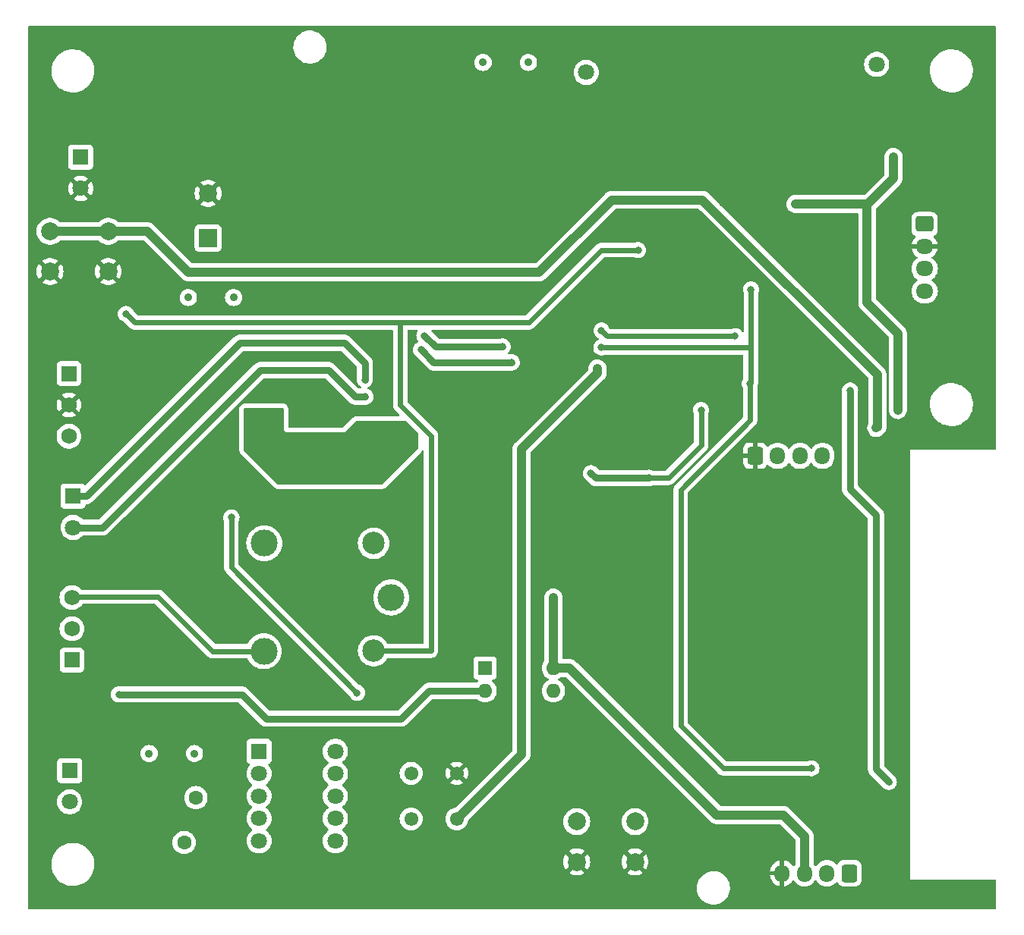
<source format=gbr>
%TF.GenerationSoftware,KiCad,Pcbnew,7.0.6*%
%TF.CreationDate,2024-08-06T23:51:48+05:30*%
%TF.ProjectId,Icon_Power_Load_V2,49636f6e-5f50-46f7-9765-725f4c6f6164,rev?*%
%TF.SameCoordinates,Original*%
%TF.FileFunction,Copper,L2,Bot*%
%TF.FilePolarity,Positive*%
%FSLAX46Y46*%
G04 Gerber Fmt 4.6, Leading zero omitted, Abs format (unit mm)*
G04 Created by KiCad (PCBNEW 7.0.6) date 2024-08-06 23:51:48*
%MOMM*%
%LPD*%
G01*
G04 APERTURE LIST*
G04 Aperture macros list*
%AMRoundRect*
0 Rectangle with rounded corners*
0 $1 Rounding radius*
0 $2 $3 $4 $5 $6 $7 $8 $9 X,Y pos of 4 corners*
0 Add a 4 corners polygon primitive as box body*
4,1,4,$2,$3,$4,$5,$6,$7,$8,$9,$2,$3,0*
0 Add four circle primitives for the rounded corners*
1,1,$1+$1,$2,$3*
1,1,$1+$1,$4,$5*
1,1,$1+$1,$6,$7*
1,1,$1+$1,$8,$9*
0 Add four rect primitives between the rounded corners*
20,1,$1+$1,$2,$3,$4,$5,0*
20,1,$1+$1,$4,$5,$6,$7,0*
20,1,$1+$1,$6,$7,$8,$9,0*
20,1,$1+$1,$8,$9,$2,$3,0*%
G04 Aperture macros list end*
%TA.AperFunction,ComponentPad*%
%ADD10C,1.800000*%
%TD*%
%TA.AperFunction,ComponentPad*%
%ADD11C,1.600000*%
%TD*%
%TA.AperFunction,ComponentPad*%
%ADD12R,1.600000X1.600000*%
%TD*%
%TA.AperFunction,ComponentPad*%
%ADD13O,1.600000X1.600000*%
%TD*%
%TA.AperFunction,ComponentPad*%
%ADD14C,2.000000*%
%TD*%
%TA.AperFunction,ComponentPad*%
%ADD15C,1.550000*%
%TD*%
%TA.AperFunction,ComponentPad*%
%ADD16RoundRect,0.250000X-0.725000X0.600000X-0.725000X-0.600000X0.725000X-0.600000X0.725000X0.600000X0*%
%TD*%
%TA.AperFunction,ComponentPad*%
%ADD17O,1.950000X1.700000*%
%TD*%
%TA.AperFunction,ComponentPad*%
%ADD18C,0.911000*%
%TD*%
%TA.AperFunction,ComponentPad*%
%ADD19R,1.750000X1.750000*%
%TD*%
%TA.AperFunction,ComponentPad*%
%ADD20C,1.750000*%
%TD*%
%TA.AperFunction,ComponentPad*%
%ADD21R,2.000000X2.000000*%
%TD*%
%TA.AperFunction,ComponentPad*%
%ADD22R,1.800000X1.800000*%
%TD*%
%TA.AperFunction,ComponentPad*%
%ADD23RoundRect,0.250000X0.600000X0.725000X-0.600000X0.725000X-0.600000X-0.725000X0.600000X-0.725000X0*%
%TD*%
%TA.AperFunction,ComponentPad*%
%ADD24O,1.700000X1.950000*%
%TD*%
%TA.AperFunction,ComponentPad*%
%ADD25RoundRect,0.250000X-0.600000X-0.725000X0.600000X-0.725000X0.600000X0.725000X-0.600000X0.725000X0*%
%TD*%
%TA.AperFunction,ComponentPad*%
%ADD26C,3.000000*%
%TD*%
%TA.AperFunction,ComponentPad*%
%ADD27C,2.500000*%
%TD*%
%TA.AperFunction,ViaPad*%
%ADD28C,0.800000*%
%TD*%
%TA.AperFunction,Conductor*%
%ADD29C,0.600000*%
%TD*%
%TA.AperFunction,Conductor*%
%ADD30C,1.000000*%
%TD*%
%TA.AperFunction,Conductor*%
%ADD31C,0.800000*%
%TD*%
G04 APERTURE END LIST*
D10*
%TO.P,TP_3v3,1,1*%
%TO.N,Net-(JP1-A)*%
X187624000Y-56810000D03*
%TD*%
D11*
%TO.P,Varistor,1*%
%TO.N,Net-(J7-Pin_2)*%
X110389000Y-143680000D03*
%TO.P,Varistor,2*%
%TO.N,Net-(F3-Pad2)*%
X111689000Y-138680000D03*
%TD*%
D12*
%TO.P,U6,1*%
%TO.N,Net-(R5-Pad2)*%
X143951800Y-124201000D03*
D13*
%TO.P,U6,2*%
%TO.N,Net-(D6-A)*%
X143951800Y-126741000D03*
%TO.P,U6,3*%
%TO.N,Net-(R6-Pad1)*%
X151571800Y-126741000D03*
%TO.P,U6,4*%
%TO.N,+5V*%
X151571800Y-124201000D03*
%TD*%
D14*
%TO.P,SW2,1,1*%
%TO.N,Net-(U1-IO0)*%
X154178000Y-141351000D03*
X160678000Y-141351000D03*
%TO.P,SW2,2,2*%
%TO.N,GND*%
X154178000Y-145851000D03*
X160678000Y-145851000D03*
%TD*%
D15*
%TO.P,D3,1,+*%
%TO.N,MAINS Monitoring*%
X140800000Y-141050000D03*
%TO.P,D3,2,-*%
%TO.N,GND*%
X140800000Y-135950000D03*
%TO.P,D3,3*%
%TO.N,Net-(D3-Pad3)*%
X135700000Y-135950000D03*
%TO.P,D3,4*%
%TO.N,Net-(D3-Pad4)*%
X135700000Y-141050000D03*
%TD*%
D16*
%TO.P,J3,1,Pin_1*%
%TO.N,+5V*%
X192971300Y-74634400D03*
D17*
%TO.P,J3,2,Pin_2*%
%TO.N,GND*%
X192971300Y-77134400D03*
%TO.P,J3,3,Pin_3*%
%TO.N,SDA_5V_LCD*%
X192971300Y-79634400D03*
%TO.P,J3,4,Pin_4*%
%TO.N,SCL_5V_LCD*%
X192971300Y-82134400D03*
%TD*%
D18*
%TO.P,F3,1*%
%TO.N,Net-(J7-Pin_1)*%
X106475000Y-133750000D03*
%TO.P,F3,2*%
%TO.N,Net-(F3-Pad2)*%
X111525000Y-133750000D03*
%TD*%
%TO.P,F2,1*%
%TO.N,Net-(C2-Pad1)*%
X143728200Y-56591200D03*
%TO.P,F2,2*%
%TO.N,Net-(JP2-A)*%
X148778200Y-56591200D03*
%TD*%
D19*
%TO.P,J5,1,Pin_1*%
%TO.N,+5V*%
X97534400Y-91326300D03*
D20*
%TO.P,J5,2,Pin_2*%
%TO.N,GND*%
X97534400Y-94826300D03*
%TO.P,J5,3,Pin_3*%
%TO.N,temp_Pin*%
X97534400Y-98326300D03*
%TD*%
D21*
%TO.P,C1,1*%
%TO.N,XL_Bttin*%
X113055400Y-76205477D03*
D14*
%TO.P,C1,2*%
%TO.N,GND*%
X113055400Y-71205477D03*
%TD*%
D22*
%TO.P,U4,1,1*%
%TO.N,Net-(F3-Pad2)*%
X118740000Y-133500000D03*
D10*
%TO.P,U4,2,2*%
%TO.N,unconnected-(U4-Pad2)*%
X118740000Y-136000000D03*
%TO.P,U4,3,3*%
%TO.N,unconnected-(U4-Pad3)*%
X118740000Y-138500000D03*
%TO.P,U4,4,4*%
%TO.N,unconnected-(U4-Pad4)*%
X118740000Y-141000000D03*
%TO.P,U4,5,5*%
%TO.N,Net-(J7-Pin_2)*%
X118740000Y-143500000D03*
%TO.P,U4,6,6*%
%TO.N,unconnected-(U4-Pad6)*%
X127250000Y-143500000D03*
%TO.P,U4,7,7*%
%TO.N,Net-(D3-Pad4)*%
X127250000Y-141000000D03*
%TO.P,U4,8,8*%
%TO.N,unconnected-(U4-Pad8)*%
X127250000Y-138500000D03*
%TO.P,U4,9,9*%
%TO.N,Net-(D3-Pad3)*%
X127250000Y-136000000D03*
%TO.P,U4,10,10*%
%TO.N,unconnected-(U4-Pad10)*%
X127250000Y-133500000D03*
%TD*%
D23*
%TO.P,J1,1,Pin_1*%
%TO.N,ESP-TX*%
X184581800Y-147116800D03*
D24*
%TO.P,J1,2,Pin_2*%
%TO.N,ESP-RX*%
X182081800Y-147116800D03*
%TO.P,J1,3,Pin_3*%
%TO.N,+5V*%
X179581800Y-147116800D03*
%TO.P,J1,4,Pin_4*%
%TO.N,GND*%
X177081800Y-147116800D03*
%TD*%
D25*
%TO.P,J2,1,Pin_1*%
%TO.N,GND*%
X174070000Y-100507800D03*
D24*
%TO.P,J2,2,Pin_2*%
%TO.N,DownButton*%
X176570000Y-100507800D03*
%TO.P,J2,3,Pin_3*%
%TO.N,EnterButton*%
X179070000Y-100507800D03*
%TO.P,J2,4,Pin_4*%
%TO.N,UpButton*%
X181570000Y-100507800D03*
%TD*%
D26*
%TO.P,K1,1*%
%TO.N,Comm*%
X133468000Y-116332000D03*
D27*
%TO.P,K1,2*%
%TO.N,Net-(D4-A)*%
X131518000Y-110282000D03*
D26*
%TO.P,K1,3*%
%TO.N,Net-(J6-Pin_2)*%
X119318000Y-110282000D03*
%TO.P,K1,4*%
%TO.N,Net-(J6-Pin_3)*%
X119268000Y-122332000D03*
D27*
%TO.P,K1,5*%
%TO.N,+5V*%
X131518000Y-122282000D03*
%TD*%
D10*
%TO.P,TP_5v,1,1*%
%TO.N,Net-(JP2-A)*%
X155239000Y-57705000D03*
%TD*%
D22*
%TO.P,J7,1,Pin_1*%
%TO.N,Net-(J7-Pin_1)*%
X97614000Y-135647500D03*
D10*
%TO.P,J7,2,Pin_2*%
%TO.N,Net-(J7-Pin_2)*%
X97614000Y-139147500D03*
%TD*%
D22*
%TO.P,J8,1,Pin_1*%
%TO.N,A*%
X97993200Y-105008800D03*
D10*
%TO.P,J8,2,Pin_2*%
%TO.N,B*%
X97993200Y-108508800D03*
%TD*%
D14*
%TO.P,SW1,1,1*%
%TO.N,GND*%
X101924000Y-79930000D03*
X95424000Y-79930000D03*
%TO.P,SW1,2,2*%
%TO.N,Net-(U1-EN)*%
X101924000Y-75430000D03*
X95424000Y-75430000D03*
%TD*%
D18*
%TO.P,F1,1*%
%TO.N,Batt_IN*%
X110849000Y-82840000D03*
%TO.P,F1,2*%
%TO.N,XL_Bttin*%
X115899000Y-82840000D03*
%TD*%
D22*
%TO.P,J4,1,Pin_1*%
%TO.N,Battery_value*%
X98844000Y-67160000D03*
D10*
%TO.P,J4,2,Pin_2*%
%TO.N,GND*%
X98844000Y-70660000D03*
%TD*%
D19*
%TO.P,J6,1,Pin_1*%
%TO.N,Comm*%
X97866200Y-123317000D03*
D20*
%TO.P,J6,2,Pin_2*%
%TO.N,Net-(J6-Pin_2)*%
X97866200Y-119817000D03*
%TO.P,J6,3,Pin_3*%
%TO.N,Net-(J6-Pin_3)*%
X97866200Y-116317000D03*
%TD*%
D28*
%TO.N,GND*%
X180739960Y-122314919D03*
X168148000Y-107442000D03*
X182384587Y-123901840D03*
X141224000Y-94996000D03*
X183928228Y-123772001D03*
X160084000Y-108090000D03*
X180898652Y-120865051D03*
X180517800Y-105105200D03*
X177952400Y-105079800D03*
X141224000Y-93446600D03*
X159156400Y-107188000D03*
X182391800Y-122459184D03*
X168148000Y-108407200D03*
X172034200Y-83464400D03*
X182362947Y-120749638D03*
X183892162Y-122365412D03*
X169164000Y-108458000D03*
X169164000Y-107442000D03*
X180869799Y-123714294D03*
X183841669Y-120857837D03*
%TO.N,+5V*%
X103886000Y-84683600D03*
X151571800Y-116332000D03*
X161010600Y-77546200D03*
%TO.N,+3.3V*%
X115654000Y-107380000D03*
X155752800Y-102463600D03*
X162234000Y-102970000D03*
X178562000Y-72390000D03*
X129667000Y-126974600D03*
X189489000Y-67137200D03*
X189992000Y-95402400D03*
X186563000Y-80645000D03*
X168046400Y-95402400D03*
%TO.N,MAINS Monitoring*%
X156489000Y-90755000D03*
%TO.N,SDA*%
X173482000Y-92456000D03*
X180340000Y-135407400D03*
X156921200Y-88417400D03*
X173609000Y-81940400D03*
%TO.N,SCL*%
X171831000Y-87147400D03*
X184658000Y-93218000D03*
X188976000Y-136906000D03*
X156934000Y-86530000D03*
%TO.N,temp_Pin*%
X146913600Y-90068400D03*
X136804400Y-88671400D03*
%TO.N,ADC_Batt*%
X137185400Y-87096600D03*
X145897600Y-88315800D03*
%TO.N,B*%
X130606800Y-93903800D03*
%TO.N,A*%
X130544000Y-91999100D03*
%TO.N,Net-(U1-EN)*%
X187579000Y-97409000D03*
%TO.N,Net-(D6-A)*%
X103098600Y-127152400D03*
%TO.N,GND_ISO*%
X123854000Y-100600000D03*
X120374000Y-99810000D03*
X132934000Y-101540000D03*
%TD*%
D29*
%TO.N,+3.3V*%
X115644000Y-112951600D02*
X129667000Y-126974600D01*
X115644000Y-107390000D02*
X115644000Y-112951600D01*
X115654000Y-107380000D02*
X115644000Y-107390000D01*
%TO.N,+5V*%
X137922000Y-122282000D02*
X137922000Y-98272600D01*
D30*
X169773600Y-140614400D02*
X177215800Y-140614400D01*
D29*
X103936800Y-84683600D02*
X103886000Y-84683600D01*
X134493000Y-94843600D02*
X134493000Y-85750000D01*
X137922000Y-98272600D02*
X134493000Y-94843600D01*
D30*
X151571800Y-116332000D02*
X151571800Y-124201000D01*
D29*
X161010600Y-77546200D02*
X156895800Y-77546200D01*
X131518000Y-122282000D02*
X137922000Y-122282000D01*
X156895800Y-77546200D02*
X148818600Y-85623400D01*
D30*
X179581800Y-142980400D02*
X179581800Y-147116800D01*
X177215800Y-140614400D02*
X179581800Y-142980400D01*
X151571800Y-124201000D02*
X153360200Y-124201000D01*
X153360200Y-124201000D02*
X169773600Y-140614400D01*
D29*
X148818600Y-85623400D02*
X104876600Y-85623400D01*
X104876600Y-85623400D02*
X103936800Y-84683600D01*
D30*
%TO.N,+3.3V*%
X186563000Y-83439000D02*
X186563000Y-80645000D01*
D31*
X162214000Y-102990000D02*
X162234000Y-102970000D01*
X155752800Y-102463600D02*
X156279200Y-102990000D01*
D30*
X189489000Y-69540200D02*
X186639200Y-72390000D01*
X189489000Y-67137200D02*
X189489000Y-69540200D01*
X178562000Y-72390000D02*
X186639200Y-72390000D01*
X189992000Y-86868000D02*
X186563000Y-83439000D01*
D29*
X164414000Y-102970000D02*
X168046400Y-99337600D01*
D30*
X186563000Y-80645000D02*
X186563000Y-72466200D01*
D29*
X162234000Y-102970000D02*
X164414000Y-102970000D01*
X186563000Y-72466200D02*
X186639200Y-72390000D01*
D30*
X189992000Y-95402400D02*
X189992000Y-86868000D01*
D31*
X156279200Y-102990000D02*
X162214000Y-102990000D01*
D29*
X168046400Y-99337600D02*
X168046400Y-95402400D01*
D30*
%TO.N,MAINS Monitoring*%
X148005800Y-133844200D02*
X140800000Y-141050000D01*
X156489000Y-90755000D02*
X156489000Y-91280000D01*
X148005800Y-99763200D02*
X148005800Y-133844200D01*
X156489000Y-91280000D02*
X148005800Y-99763200D01*
D29*
%TO.N,SDA*%
X173482000Y-92456000D02*
X173609000Y-92329000D01*
X173482000Y-92456000D02*
X173558200Y-92379800D01*
X170510200Y-135407400D02*
X180340000Y-135407400D01*
X165760400Y-130657600D02*
X170510200Y-135407400D01*
X173558200Y-88417400D02*
X156921200Y-88417400D01*
X173507400Y-92481400D02*
X173507400Y-96536600D01*
X173482000Y-92456000D02*
X173507400Y-92481400D01*
X173558200Y-92379800D02*
X173558200Y-88417400D01*
X173507400Y-96536600D02*
X165760400Y-104283600D01*
X173609000Y-92329000D02*
X173609000Y-81940400D01*
X165760400Y-104283600D02*
X165760400Y-130657600D01*
%TO.N,SCL*%
X156934000Y-86530000D02*
X157551400Y-87147400D01*
D31*
X184658000Y-93218000D02*
X184658000Y-104216200D01*
X187553600Y-135483600D02*
X188976000Y-136906000D01*
X187553600Y-107111800D02*
X187553600Y-135483600D01*
X184658000Y-104216200D02*
X187553600Y-107111800D01*
D29*
X157551400Y-87147400D02*
X171831000Y-87147400D01*
D31*
%TO.N,temp_Pin*%
X138226800Y-90093800D02*
X146888200Y-90093800D01*
X136804400Y-88671400D02*
X138226800Y-90093800D01*
X146888200Y-90093800D02*
X146913600Y-90068400D01*
%TO.N,ADC_Batt*%
X145872200Y-88341200D02*
X145897600Y-88315800D01*
X137185400Y-87096600D02*
X138430000Y-88341200D01*
X138430000Y-88341200D02*
X145872200Y-88341200D01*
%TO.N,B*%
X118872000Y-90932000D02*
X101295200Y-108508800D01*
X129463800Y-93903800D02*
X126492000Y-90932000D01*
X101295200Y-108508800D02*
X97993200Y-108508800D01*
X130606800Y-93903800D02*
X129463800Y-93903800D01*
X126492000Y-90932000D02*
X118872000Y-90932000D01*
%TO.N,A*%
X130544000Y-90158000D02*
X128270000Y-87884000D01*
X116586000Y-87884000D02*
X99461200Y-105008800D01*
X128270000Y-87884000D02*
X116586000Y-87884000D01*
X130544000Y-91999100D02*
X130544000Y-90158000D01*
X99461200Y-105008800D02*
X97993200Y-105008800D01*
D30*
%TO.N,Net-(U1-EN)*%
X106264000Y-75430000D02*
X101924000Y-75430000D01*
X187706000Y-91440000D02*
X168198800Y-71932800D01*
X110854000Y-80020000D02*
X106264000Y-75430000D01*
X187706000Y-97282000D02*
X187706000Y-91440000D01*
X158064200Y-71932800D02*
X149977000Y-80020000D01*
X187579000Y-97409000D02*
X187706000Y-97282000D01*
X101924000Y-75430000D02*
X95424000Y-75430000D01*
X149977000Y-80020000D02*
X110854000Y-80020000D01*
X168198800Y-71932800D02*
X158064200Y-71932800D01*
D29*
%TO.N,Net-(J6-Pin_3)*%
X113569000Y-122332000D02*
X119268000Y-122332000D01*
X97927400Y-116255800D02*
X107492800Y-116255800D01*
X107492800Y-116255800D02*
X113569000Y-122332000D01*
D31*
%TO.N,Net-(D6-A)*%
X119557800Y-129870200D02*
X134553800Y-129870200D01*
X103098600Y-127152400D02*
X116840000Y-127152400D01*
X137683000Y-126741000D02*
X143951800Y-126741000D01*
X116840000Y-127152400D02*
X119557800Y-129870200D01*
X134553800Y-129870200D02*
X137683000Y-126741000D01*
%TD*%
%TA.AperFunction,Conductor*%
%TO.N,GND_ISO*%
G36*
X121431239Y-95168085D02*
G01*
X121476994Y-95220889D01*
X121488200Y-95272400D01*
X121488199Y-97662999D01*
X121488200Y-97662999D01*
X121488200Y-97663000D01*
X121691400Y-97866200D01*
X128270000Y-97866200D01*
X129529081Y-96607118D01*
X129590404Y-96573634D01*
X129616762Y-96570800D01*
X135036760Y-96570800D01*
X135103799Y-96590485D01*
X135124440Y-96607118D01*
X136437882Y-97920560D01*
X136471366Y-97981881D01*
X136474200Y-98008239D01*
X136474200Y-99669038D01*
X136454515Y-99736077D01*
X136437881Y-99756719D01*
X132497319Y-103697281D01*
X132435996Y-103730766D01*
X132409638Y-103733600D01*
X120955362Y-103733600D01*
X120888323Y-103713915D01*
X120867681Y-103697281D01*
X117054119Y-99883719D01*
X117020634Y-99822396D01*
X117017800Y-99796038D01*
X117017800Y-95352162D01*
X117037485Y-95285123D01*
X117054119Y-95264481D01*
X117133881Y-95184719D01*
X117195204Y-95151234D01*
X117221562Y-95148400D01*
X121364200Y-95148400D01*
X121431239Y-95168085D01*
G37*
%TD.AperFunction*%
%TD*%
%TA.AperFunction,Conductor*%
%TO.N,GND*%
G36*
X200906539Y-52550185D02*
G01*
X200952294Y-52602989D01*
X200963500Y-52654500D01*
X200963500Y-99674000D01*
X200943815Y-99741039D01*
X200891011Y-99786794D01*
X200839500Y-99798000D01*
X191389000Y-99798000D01*
X191389000Y-147798000D01*
X200839500Y-147798000D01*
X200906539Y-147817685D01*
X200952294Y-147870489D01*
X200963500Y-147922000D01*
X200963500Y-151005500D01*
X200943815Y-151072539D01*
X200891011Y-151118294D01*
X200839500Y-151129500D01*
X93088500Y-151129500D01*
X93021461Y-151109815D01*
X92975706Y-151057011D01*
X92964500Y-151005500D01*
X92964500Y-148818763D01*
X167559787Y-148818763D01*
X167589413Y-149088013D01*
X167589415Y-149088024D01*
X167657926Y-149350082D01*
X167657928Y-149350088D01*
X167763870Y-149599390D01*
X167835998Y-149717575D01*
X167904979Y-149830605D01*
X167904986Y-149830615D01*
X168078253Y-150038819D01*
X168078259Y-150038824D01*
X168279998Y-150219582D01*
X168505910Y-150369044D01*
X168751176Y-150484020D01*
X168751183Y-150484022D01*
X168751185Y-150484023D01*
X169010557Y-150562057D01*
X169010564Y-150562058D01*
X169010569Y-150562060D01*
X169278561Y-150601500D01*
X169278566Y-150601500D01*
X169481636Y-150601500D01*
X169533133Y-150597730D01*
X169684156Y-150586677D01*
X169796758Y-150561593D01*
X169948546Y-150527782D01*
X169948548Y-150527781D01*
X169948553Y-150527780D01*
X170201558Y-150431014D01*
X170437777Y-150298441D01*
X170652177Y-150132888D01*
X170840186Y-149937881D01*
X170997799Y-149717579D01*
X171071787Y-149573669D01*
X171121649Y-149476690D01*
X171121651Y-149476684D01*
X171121656Y-149476675D01*
X171209118Y-149220305D01*
X171258319Y-148953933D01*
X171268212Y-148683235D01*
X171238586Y-148413982D01*
X171170072Y-148151912D01*
X171064130Y-147902610D01*
X170923018Y-147671390D01*
X170856783Y-147591800D01*
X170749746Y-147463180D01*
X170749740Y-147463175D01*
X170548002Y-147282418D01*
X170322092Y-147132957D01*
X170259645Y-147103683D01*
X170076824Y-147017980D01*
X170076819Y-147017978D01*
X170076814Y-147017976D01*
X169817442Y-146939942D01*
X169817428Y-146939939D01*
X169701791Y-146922921D01*
X169549439Y-146900500D01*
X169346369Y-146900500D01*
X169346364Y-146900500D01*
X169143844Y-146915323D01*
X169143831Y-146915325D01*
X168879453Y-146974217D01*
X168879446Y-146974220D01*
X168626439Y-147070987D01*
X168390226Y-147203557D01*
X168175822Y-147369112D01*
X167987822Y-147564109D01*
X167987816Y-147564116D01*
X167830202Y-147784419D01*
X167830199Y-147784424D01*
X167706350Y-148025309D01*
X167706343Y-148025327D01*
X167618884Y-148281685D01*
X167618881Y-148281699D01*
X167590062Y-148437722D01*
X167575747Y-148515229D01*
X167569681Y-148548068D01*
X167569680Y-148548075D01*
X167559787Y-148818763D01*
X92964500Y-148818763D01*
X92964500Y-146052903D01*
X95559793Y-146052903D01*
X95569672Y-146360970D01*
X95569672Y-146360975D01*
X95569673Y-146360978D01*
X95618867Y-146665261D01*
X95663137Y-146814419D01*
X95706571Y-146960763D01*
X95825476Y-147229369D01*
X95831337Y-147242609D01*
X95991123Y-147506193D01*
X95991127Y-147506198D01*
X95991133Y-147506207D01*
X96183297Y-147747174D01*
X96183299Y-147747176D01*
X96183303Y-147747180D01*
X96183304Y-147747181D01*
X96404724Y-147961614D01*
X96571862Y-148086352D01*
X96651741Y-148145968D01*
X96651743Y-148145969D01*
X96651747Y-148145972D01*
X96920318Y-148297228D01*
X97061057Y-148354207D01*
X97206018Y-148412897D01*
X97206023Y-148412898D01*
X97206025Y-148412899D01*
X97504179Y-148491084D01*
X97809883Y-148530500D01*
X97809890Y-148530500D01*
X98040980Y-148530500D01*
X98139814Y-148524154D01*
X98271601Y-148515693D01*
X98574151Y-148456772D01*
X98866683Y-148359644D01*
X98866689Y-148359640D01*
X98866693Y-148359640D01*
X99057571Y-148267717D01*
X99144393Y-148225907D01*
X99402720Y-148057754D01*
X99637424Y-147857948D01*
X99844650Y-147629769D01*
X100020996Y-147376963D01*
X100163567Y-147103683D01*
X100270020Y-146814415D01*
X100338609Y-146513908D01*
X100368206Y-146207098D01*
X100368124Y-146204553D01*
X100360068Y-145953305D01*
X100358327Y-145899022D01*
X100350564Y-145851005D01*
X152672859Y-145851005D01*
X152693385Y-146098729D01*
X152693387Y-146098738D01*
X152754412Y-146339717D01*
X152854266Y-146567364D01*
X152954564Y-146720882D01*
X153652070Y-146023376D01*
X153654884Y-146036915D01*
X153724442Y-146171156D01*
X153827638Y-146281652D01*
X153956819Y-146360209D01*
X154008002Y-146374549D01*
X153307942Y-147074609D01*
X153354768Y-147111055D01*
X153354770Y-147111056D01*
X153573385Y-147229364D01*
X153573396Y-147229369D01*
X153808506Y-147310083D01*
X154053707Y-147351000D01*
X154302293Y-147351000D01*
X154547493Y-147310083D01*
X154782603Y-147229369D01*
X154782614Y-147229364D01*
X155001228Y-147111057D01*
X155001231Y-147111055D01*
X155048056Y-147074609D01*
X154349568Y-146376121D01*
X154466458Y-146325349D01*
X154583739Y-146229934D01*
X154670928Y-146106415D01*
X154701354Y-146020802D01*
X155401434Y-146720882D01*
X155501731Y-146567369D01*
X155601587Y-146339717D01*
X155662612Y-146098738D01*
X155662614Y-146098729D01*
X155683141Y-145851005D01*
X159172859Y-145851005D01*
X159193385Y-146098729D01*
X159193387Y-146098738D01*
X159254412Y-146339717D01*
X159354266Y-146567364D01*
X159454564Y-146720882D01*
X160152070Y-146023376D01*
X160154884Y-146036915D01*
X160224442Y-146171156D01*
X160327638Y-146281652D01*
X160456819Y-146360209D01*
X160508002Y-146374549D01*
X159807942Y-147074609D01*
X159854768Y-147111055D01*
X159854770Y-147111056D01*
X160073385Y-147229364D01*
X160073396Y-147229369D01*
X160308506Y-147310083D01*
X160553707Y-147351000D01*
X160802293Y-147351000D01*
X161047493Y-147310083D01*
X161282603Y-147229369D01*
X161282614Y-147229364D01*
X161501228Y-147111057D01*
X161501231Y-147111055D01*
X161548056Y-147074609D01*
X160849568Y-146376121D01*
X160966458Y-146325349D01*
X161083739Y-146229934D01*
X161170928Y-146106415D01*
X161201354Y-146020802D01*
X161901434Y-146720882D01*
X162001731Y-146567369D01*
X162101587Y-146339717D01*
X162162612Y-146098738D01*
X162162614Y-146098729D01*
X162183141Y-145851005D01*
X162183141Y-145850994D01*
X162162614Y-145603270D01*
X162162612Y-145603261D01*
X162101587Y-145362282D01*
X162001731Y-145134630D01*
X161901434Y-144981116D01*
X161203929Y-145678622D01*
X161201116Y-145665085D01*
X161131558Y-145530844D01*
X161028362Y-145420348D01*
X160899181Y-145341791D01*
X160847997Y-145327450D01*
X161548057Y-144627390D01*
X161548056Y-144627389D01*
X161501229Y-144590943D01*
X161282614Y-144472635D01*
X161282603Y-144472630D01*
X161047493Y-144391916D01*
X160802293Y-144351000D01*
X160553707Y-144351000D01*
X160308506Y-144391916D01*
X160073396Y-144472630D01*
X160073390Y-144472632D01*
X159854761Y-144590949D01*
X159807942Y-144627388D01*
X159807942Y-144627390D01*
X160506431Y-145325878D01*
X160389542Y-145376651D01*
X160272261Y-145472066D01*
X160185072Y-145595585D01*
X160154645Y-145681197D01*
X159454564Y-144981116D01*
X159354267Y-145134632D01*
X159254412Y-145362282D01*
X159193387Y-145603261D01*
X159193385Y-145603270D01*
X159172859Y-145850994D01*
X159172859Y-145851005D01*
X155683141Y-145851005D01*
X155683141Y-145850994D01*
X155662614Y-145603270D01*
X155662612Y-145603261D01*
X155601587Y-145362282D01*
X155501731Y-145134630D01*
X155401434Y-144981116D01*
X154703929Y-145678622D01*
X154701116Y-145665085D01*
X154631558Y-145530844D01*
X154528362Y-145420348D01*
X154399181Y-145341791D01*
X154347997Y-145327450D01*
X155048057Y-144627390D01*
X155048056Y-144627389D01*
X155001229Y-144590943D01*
X154782614Y-144472635D01*
X154782603Y-144472630D01*
X154547493Y-144391916D01*
X154302293Y-144351000D01*
X154053707Y-144351000D01*
X153808506Y-144391916D01*
X153573396Y-144472630D01*
X153573390Y-144472632D01*
X153354761Y-144590949D01*
X153307942Y-144627388D01*
X153307942Y-144627390D01*
X154006431Y-145325878D01*
X153889542Y-145376651D01*
X153772261Y-145472066D01*
X153685072Y-145595585D01*
X153654645Y-145681197D01*
X152954564Y-144981116D01*
X152854267Y-145134632D01*
X152754412Y-145362282D01*
X152693387Y-145603261D01*
X152693385Y-145603270D01*
X152672859Y-145850994D01*
X152672859Y-145851005D01*
X100350564Y-145851005D01*
X100309133Y-145594739D01*
X100221431Y-145299244D01*
X100221429Y-145299239D01*
X100221428Y-145299236D01*
X100096666Y-145017398D01*
X100096663Y-145017391D01*
X99936877Y-144753807D01*
X99936870Y-144753799D01*
X99936866Y-144753792D01*
X99744702Y-144512825D01*
X99744700Y-144512823D01*
X99703199Y-144472632D01*
X99523276Y-144298386D01*
X99394450Y-144202241D01*
X99276258Y-144114031D01*
X99276253Y-144114028D01*
X99007682Y-143962772D01*
X98970383Y-143947671D01*
X98721981Y-143847102D01*
X98554660Y-143803226D01*
X98423821Y-143768916D01*
X98118117Y-143729500D01*
X97887026Y-143729500D01*
X97887020Y-143729500D01*
X97656406Y-143744306D01*
X97656389Y-143744308D01*
X97353854Y-143803226D01*
X97353849Y-143803228D01*
X97061310Y-143900358D01*
X97061306Y-143900359D01*
X96783613Y-144034089D01*
X96783605Y-144034094D01*
X96525286Y-144202241D01*
X96525276Y-144202248D01*
X96290581Y-144402046D01*
X96290571Y-144402056D01*
X96083354Y-144630225D01*
X96083350Y-144630229D01*
X95907005Y-144883033D01*
X95907003Y-144883037D01*
X95764432Y-145156319D01*
X95764429Y-145156326D01*
X95657981Y-145445580D01*
X95657979Y-145445590D01*
X95589391Y-145746089D01*
X95559794Y-146052902D01*
X95559793Y-146052903D01*
X92964500Y-146052903D01*
X92964500Y-143680001D01*
X109083532Y-143680001D01*
X109103364Y-143906686D01*
X109103366Y-143906697D01*
X109162258Y-144126488D01*
X109162261Y-144126497D01*
X109258431Y-144332732D01*
X109258432Y-144332734D01*
X109388954Y-144519141D01*
X109549858Y-144680045D01*
X109549861Y-144680047D01*
X109736266Y-144810568D01*
X109942504Y-144906739D01*
X110162308Y-144965635D01*
X110324230Y-144979801D01*
X110388998Y-144985468D01*
X110389000Y-144985468D01*
X110389002Y-144985468D01*
X110445673Y-144980509D01*
X110615692Y-144965635D01*
X110835496Y-144906739D01*
X111041734Y-144810568D01*
X111228139Y-144680047D01*
X111389047Y-144519139D01*
X111519568Y-144332734D01*
X111615739Y-144126496D01*
X111674635Y-143906692D01*
X111694468Y-143680000D01*
X111678721Y-143500006D01*
X117334700Y-143500006D01*
X117353864Y-143731297D01*
X117353866Y-143731308D01*
X117410842Y-143956300D01*
X117504075Y-144168848D01*
X117631016Y-144363147D01*
X117631019Y-144363151D01*
X117631021Y-144363153D01*
X117788216Y-144533913D01*
X117788219Y-144533915D01*
X117788222Y-144533918D01*
X117971365Y-144676464D01*
X117971371Y-144676468D01*
X117971374Y-144676470D01*
X118175497Y-144786936D01*
X118244332Y-144810567D01*
X118395015Y-144862297D01*
X118395017Y-144862297D01*
X118395019Y-144862298D01*
X118623951Y-144900500D01*
X118623952Y-144900500D01*
X118856048Y-144900500D01*
X118856049Y-144900500D01*
X119084981Y-144862298D01*
X119304503Y-144786936D01*
X119508626Y-144676470D01*
X119691784Y-144533913D01*
X119848979Y-144363153D01*
X119975924Y-144168849D01*
X120069157Y-143956300D01*
X120126134Y-143731305D01*
X120130385Y-143680001D01*
X120145300Y-143500006D01*
X125844700Y-143500006D01*
X125863864Y-143731297D01*
X125863866Y-143731308D01*
X125920842Y-143956300D01*
X126014075Y-144168848D01*
X126141016Y-144363147D01*
X126141019Y-144363151D01*
X126141021Y-144363153D01*
X126298216Y-144533913D01*
X126298219Y-144533915D01*
X126298222Y-144533918D01*
X126481365Y-144676464D01*
X126481371Y-144676468D01*
X126481374Y-144676470D01*
X126685497Y-144786936D01*
X126754332Y-144810567D01*
X126905015Y-144862297D01*
X126905017Y-144862297D01*
X126905019Y-144862298D01*
X127133951Y-144900500D01*
X127133952Y-144900500D01*
X127366048Y-144900500D01*
X127366049Y-144900500D01*
X127594981Y-144862298D01*
X127814503Y-144786936D01*
X128018626Y-144676470D01*
X128201784Y-144533913D01*
X128358979Y-144363153D01*
X128485924Y-144168849D01*
X128579157Y-143956300D01*
X128636134Y-143731305D01*
X128640385Y-143680001D01*
X128655300Y-143500006D01*
X128655300Y-143499993D01*
X128636135Y-143268702D01*
X128636133Y-143268691D01*
X128579157Y-143043699D01*
X128485924Y-142831151D01*
X128358983Y-142636852D01*
X128358980Y-142636849D01*
X128358979Y-142636847D01*
X128201784Y-142466087D01*
X128049876Y-142347852D01*
X128009064Y-142291143D01*
X128005389Y-142221370D01*
X128040020Y-142160687D01*
X128049876Y-142152147D01*
X128201784Y-142033913D01*
X128358979Y-141863153D01*
X128485924Y-141668849D01*
X128579157Y-141456300D01*
X128636134Y-141231305D01*
X128636135Y-141231297D01*
X128651157Y-141050000D01*
X134419628Y-141050000D01*
X134439079Y-141272329D01*
X134439081Y-141272339D01*
X134496841Y-141487905D01*
X134496843Y-141487909D01*
X134496844Y-141487913D01*
X134591165Y-141690186D01*
X134719178Y-141873007D01*
X134876993Y-142030822D01*
X135059814Y-142158835D01*
X135262087Y-142253156D01*
X135477666Y-142310920D01*
X135655533Y-142326481D01*
X135699999Y-142330372D01*
X135700000Y-142330372D01*
X135700001Y-142330372D01*
X135737055Y-142327129D01*
X135922334Y-142310920D01*
X136137913Y-142253156D01*
X136340186Y-142158835D01*
X136523007Y-142030822D01*
X136680822Y-141873007D01*
X136808835Y-141690186D01*
X136903156Y-141487913D01*
X136960920Y-141272334D01*
X136980372Y-141050000D01*
X139519628Y-141050000D01*
X139539079Y-141272329D01*
X139539081Y-141272339D01*
X139596841Y-141487905D01*
X139596843Y-141487909D01*
X139596844Y-141487913D01*
X139691165Y-141690186D01*
X139819178Y-141873007D01*
X139976993Y-142030822D01*
X140159814Y-142158835D01*
X140362087Y-142253156D01*
X140577666Y-142310920D01*
X140755533Y-142326481D01*
X140799999Y-142330372D01*
X140800000Y-142330372D01*
X140800001Y-142330372D01*
X140837055Y-142327129D01*
X141022334Y-142310920D01*
X141237913Y-142253156D01*
X141440186Y-142158835D01*
X141623007Y-142030822D01*
X141780822Y-141873007D01*
X141908835Y-141690186D01*
X142003156Y-141487913D01*
X142039840Y-141351005D01*
X152672357Y-141351005D01*
X152692890Y-141598812D01*
X152692892Y-141598824D01*
X152753936Y-141839881D01*
X152853826Y-142067606D01*
X152989833Y-142275782D01*
X153011976Y-142299836D01*
X153158256Y-142458738D01*
X153354491Y-142611474D01*
X153411521Y-142642337D01*
X153524996Y-142703747D01*
X153573190Y-142729828D01*
X153808386Y-142810571D01*
X154053665Y-142851500D01*
X154302335Y-142851500D01*
X154547614Y-142810571D01*
X154782810Y-142729828D01*
X155001509Y-142611474D01*
X155197744Y-142458738D01*
X155366164Y-142275785D01*
X155502173Y-142067607D01*
X155602063Y-141839881D01*
X155663108Y-141598821D01*
X155665170Y-141573940D01*
X155683643Y-141351005D01*
X159172357Y-141351005D01*
X159192890Y-141598812D01*
X159192892Y-141598824D01*
X159253936Y-141839881D01*
X159353826Y-142067606D01*
X159489833Y-142275782D01*
X159511976Y-142299836D01*
X159658256Y-142458738D01*
X159854491Y-142611474D01*
X159911521Y-142642337D01*
X160024996Y-142703747D01*
X160073190Y-142729828D01*
X160308386Y-142810571D01*
X160553665Y-142851500D01*
X160802335Y-142851500D01*
X161047614Y-142810571D01*
X161282810Y-142729828D01*
X161501509Y-142611474D01*
X161697744Y-142458738D01*
X161866164Y-142275785D01*
X162002173Y-142067607D01*
X162102063Y-141839881D01*
X162163108Y-141598821D01*
X162165170Y-141573940D01*
X162183643Y-141351005D01*
X162183643Y-141350994D01*
X162163109Y-141103187D01*
X162163107Y-141103175D01*
X162102063Y-140862118D01*
X162002173Y-140634393D01*
X161866166Y-140426217D01*
X161778651Y-140331151D01*
X161697744Y-140243262D01*
X161501509Y-140090526D01*
X161501507Y-140090525D01*
X161501506Y-140090524D01*
X161282811Y-139972172D01*
X161282802Y-139972169D01*
X161047616Y-139891429D01*
X160802335Y-139850500D01*
X160553665Y-139850500D01*
X160308383Y-139891429D01*
X160073197Y-139972169D01*
X160073188Y-139972172D01*
X159854493Y-140090524D01*
X159658257Y-140243261D01*
X159489833Y-140426217D01*
X159353826Y-140634393D01*
X159253936Y-140862118D01*
X159192892Y-141103175D01*
X159192890Y-141103187D01*
X159172357Y-141350994D01*
X159172357Y-141351005D01*
X155683643Y-141351005D01*
X155683643Y-141350994D01*
X155663109Y-141103187D01*
X155663107Y-141103175D01*
X155602063Y-140862118D01*
X155502173Y-140634393D01*
X155366166Y-140426217D01*
X155278651Y-140331151D01*
X155197744Y-140243262D01*
X155001509Y-140090526D01*
X155001507Y-140090525D01*
X155001506Y-140090524D01*
X154782811Y-139972172D01*
X154782802Y-139972169D01*
X154547616Y-139891429D01*
X154302335Y-139850500D01*
X154053665Y-139850500D01*
X153808383Y-139891429D01*
X153573197Y-139972169D01*
X153573188Y-139972172D01*
X153354493Y-140090524D01*
X153158257Y-140243261D01*
X152989833Y-140426217D01*
X152853826Y-140634393D01*
X152753936Y-140862118D01*
X152692892Y-141103175D01*
X152692890Y-141103187D01*
X152672357Y-141350994D01*
X152672357Y-141351005D01*
X142039840Y-141351005D01*
X142060920Y-141272334D01*
X142063537Y-141242410D01*
X142088987Y-141177343D01*
X142099376Y-141165543D01*
X148704267Y-134560652D01*
X148768853Y-134499259D01*
X148803899Y-134448906D01*
X148806738Y-134445141D01*
X148819683Y-134429265D01*
X148845498Y-134397607D01*
X148861401Y-134367160D01*
X148865474Y-134360439D01*
X148870289Y-134353520D01*
X148885095Y-134332249D01*
X148909292Y-134275860D01*
X148911298Y-134271635D01*
X148939709Y-134217249D01*
X148949157Y-134184222D01*
X148951788Y-134176833D01*
X148965340Y-134145258D01*
X148977695Y-134085130D01*
X148978799Y-134080629D01*
X148995686Y-134021618D01*
X148998294Y-133987357D01*
X148999385Y-133979589D01*
X149006300Y-133945943D01*
X149006300Y-133884598D01*
X149006479Y-133879888D01*
X149011137Y-133818724D01*
X149006797Y-133784642D01*
X149006300Y-133776803D01*
X149006300Y-126741001D01*
X150266332Y-126741001D01*
X150286164Y-126967686D01*
X150286166Y-126967697D01*
X150345058Y-127187488D01*
X150345061Y-127187497D01*
X150441231Y-127393732D01*
X150441232Y-127393734D01*
X150571754Y-127580141D01*
X150732658Y-127741045D01*
X150732661Y-127741047D01*
X150919066Y-127871568D01*
X151125304Y-127967739D01*
X151345108Y-128026635D01*
X151507030Y-128040801D01*
X151571798Y-128046468D01*
X151571800Y-128046468D01*
X151571802Y-128046468D01*
X151628473Y-128041509D01*
X151798492Y-128026635D01*
X152018296Y-127967739D01*
X152224534Y-127871568D01*
X152410939Y-127741047D01*
X152571847Y-127580139D01*
X152702368Y-127393734D01*
X152798539Y-127187496D01*
X152857435Y-126967692D01*
X152874434Y-126773384D01*
X152877268Y-126741001D01*
X152877268Y-126740998D01*
X152865485Y-126606322D01*
X152857435Y-126514308D01*
X152801909Y-126307080D01*
X152798541Y-126294511D01*
X152798538Y-126294502D01*
X152796021Y-126289105D01*
X152702368Y-126088266D01*
X152571847Y-125901861D01*
X152571845Y-125901858D01*
X152410941Y-125740954D01*
X152224534Y-125610432D01*
X152224528Y-125610429D01*
X152166525Y-125583382D01*
X152114085Y-125537210D01*
X152094933Y-125470017D01*
X152115148Y-125403135D01*
X152166525Y-125358618D01*
X152224534Y-125331568D01*
X152378265Y-125223924D01*
X152444471Y-125201598D01*
X152449388Y-125201500D01*
X152894417Y-125201500D01*
X152961456Y-125221185D01*
X152982098Y-125237819D01*
X161122697Y-133378417D01*
X169057147Y-141312867D01*
X169118541Y-141377453D01*
X169118544Y-141377455D01*
X169118547Y-141377458D01*
X169152653Y-141401195D01*
X169168903Y-141412506D01*
X169172644Y-141415326D01*
X169220193Y-141454098D01*
X169250645Y-141470004D01*
X169257358Y-141474072D01*
X169285551Y-141493695D01*
X169341929Y-141517889D01*
X169346178Y-141519907D01*
X169400551Y-141548309D01*
X169428089Y-141556188D01*
X169433574Y-141557758D01*
X169440968Y-141560390D01*
X169472542Y-141573940D01*
X169472545Y-141573940D01*
X169472546Y-141573941D01*
X169532622Y-141586287D01*
X169537200Y-141587410D01*
X169551101Y-141591387D01*
X169596182Y-141604287D01*
X169630439Y-141606895D01*
X169638214Y-141607986D01*
X169671855Y-141614900D01*
X169671859Y-141614900D01*
X169733198Y-141614900D01*
X169737904Y-141615078D01*
X169772662Y-141617725D01*
X169799075Y-141619737D01*
X169799075Y-141619736D01*
X169799076Y-141619737D01*
X169833159Y-141615396D01*
X169840989Y-141614900D01*
X176750017Y-141614900D01*
X176817056Y-141634585D01*
X176837698Y-141651219D01*
X178544981Y-143358502D01*
X178578466Y-143419825D01*
X178581300Y-143446183D01*
X178581299Y-146031041D01*
X178561614Y-146098081D01*
X178544996Y-146118706D01*
X178543314Y-146120388D01*
X178543304Y-146120399D01*
X178433069Y-146277832D01*
X178378492Y-146321456D01*
X178308993Y-146328649D01*
X178246639Y-146297127D01*
X178229919Y-146277831D01*
X178119913Y-146120726D01*
X178119908Y-146120720D01*
X177952882Y-145953694D01*
X177759378Y-145818199D01*
X177545292Y-145718370D01*
X177545286Y-145718367D01*
X177331800Y-145661164D01*
X177331800Y-146708781D01*
X177216999Y-146656354D01*
X177115775Y-146641800D01*
X177047825Y-146641800D01*
X176946601Y-146656354D01*
X176831800Y-146708781D01*
X176831800Y-145661164D01*
X176831799Y-145661164D01*
X176618313Y-145718367D01*
X176618307Y-145718370D01*
X176404222Y-145818199D01*
X176404220Y-145818200D01*
X176210726Y-145953686D01*
X176210720Y-145953691D01*
X176043691Y-146120720D01*
X176043686Y-146120726D01*
X175908200Y-146314220D01*
X175908199Y-146314222D01*
X175808370Y-146528307D01*
X175808366Y-146528316D01*
X175747232Y-146756473D01*
X175747230Y-146756483D01*
X175737579Y-146866800D01*
X176677831Y-146866800D01*
X176645281Y-146917449D01*
X176606800Y-147048505D01*
X176606800Y-147185095D01*
X176645281Y-147316151D01*
X176677831Y-147366800D01*
X175737579Y-147366800D01*
X175747230Y-147477116D01*
X175747232Y-147477126D01*
X175808366Y-147705283D01*
X175808370Y-147705292D01*
X175908199Y-147919377D01*
X175908200Y-147919379D01*
X176043686Y-148112873D01*
X176043691Y-148112879D01*
X176210717Y-148279905D01*
X176404221Y-148415400D01*
X176618307Y-148515229D01*
X176618316Y-148515233D01*
X176831800Y-148572434D01*
X176831800Y-147524818D01*
X176946601Y-147577246D01*
X177047825Y-147591800D01*
X177115775Y-147591800D01*
X177216999Y-147577246D01*
X177331800Y-147524818D01*
X177331800Y-148572433D01*
X177545283Y-148515233D01*
X177545292Y-148515229D01*
X177759377Y-148415400D01*
X177759379Y-148415399D01*
X177952873Y-148279913D01*
X177952879Y-148279908D01*
X178119908Y-148112879D01*
X178119913Y-148112873D01*
X178229919Y-147955767D01*
X178284495Y-147912142D01*
X178353994Y-147904948D01*
X178416349Y-147936470D01*
X178433069Y-147955767D01*
X178543305Y-148113202D01*
X178656009Y-148225905D01*
X178710399Y-148280295D01*
X178753475Y-148310457D01*
X178903965Y-148415832D01*
X178903967Y-148415833D01*
X178903970Y-148415835D01*
X179118137Y-148515703D01*
X179346392Y-148576863D01*
X179522834Y-148592300D01*
X179581799Y-148597459D01*
X179581800Y-148597459D01*
X179581801Y-148597459D01*
X179640766Y-148592300D01*
X179817208Y-148576863D01*
X180045463Y-148515703D01*
X180259629Y-148415835D01*
X180453201Y-148280295D01*
X180620295Y-148113201D01*
X180730226Y-147956201D01*
X180784801Y-147912578D01*
X180854300Y-147905384D01*
X180916655Y-147936906D01*
X180933371Y-147956198D01*
X180960257Y-147994595D01*
X181043306Y-148113203D01*
X181156009Y-148225905D01*
X181210399Y-148280295D01*
X181253475Y-148310457D01*
X181403965Y-148415832D01*
X181403967Y-148415833D01*
X181403970Y-148415835D01*
X181618137Y-148515703D01*
X181846392Y-148576863D01*
X182022834Y-148592300D01*
X182081799Y-148597459D01*
X182081800Y-148597459D01*
X182081801Y-148597459D01*
X182140766Y-148592300D01*
X182317208Y-148576863D01*
X182545463Y-148515703D01*
X182759629Y-148415835D01*
X182953201Y-148280295D01*
X183100402Y-148133093D01*
X183161724Y-148099610D01*
X183231415Y-148104594D01*
X183287349Y-148146465D01*
X183293621Y-148155679D01*
X183296986Y-148161134D01*
X183389088Y-148310456D01*
X183513144Y-148434512D01*
X183662466Y-148526614D01*
X183829003Y-148581799D01*
X183931791Y-148592300D01*
X185231808Y-148592299D01*
X185334597Y-148581799D01*
X185501134Y-148526614D01*
X185650456Y-148434512D01*
X185774512Y-148310456D01*
X185866614Y-148161134D01*
X185921799Y-147994597D01*
X185932300Y-147891809D01*
X185932299Y-146341792D01*
X185930956Y-146328649D01*
X185921799Y-146239003D01*
X185921798Y-146239000D01*
X185910383Y-146204553D01*
X185866614Y-146072466D01*
X185774512Y-145923144D01*
X185650456Y-145799088D01*
X185519586Y-145718367D01*
X185501136Y-145706987D01*
X185501131Y-145706985D01*
X185499662Y-145706498D01*
X185334597Y-145651801D01*
X185334595Y-145651800D01*
X185231810Y-145641300D01*
X183931798Y-145641300D01*
X183931781Y-145641301D01*
X183829003Y-145651800D01*
X183829000Y-145651801D01*
X183662468Y-145706985D01*
X183662463Y-145706987D01*
X183513142Y-145799089D01*
X183389089Y-145923142D01*
X183293621Y-146077921D01*
X183241673Y-146124645D01*
X183172710Y-146135868D01*
X183108628Y-146108024D01*
X183100401Y-146100505D01*
X182953202Y-145953306D01*
X182953195Y-145953301D01*
X182759634Y-145817767D01*
X182759630Y-145817765D01*
X182719577Y-145799088D01*
X182545463Y-145717897D01*
X182545459Y-145717896D01*
X182545455Y-145717894D01*
X182317213Y-145656738D01*
X182317203Y-145656736D01*
X182081801Y-145636141D01*
X182081799Y-145636141D01*
X181846396Y-145656736D01*
X181846386Y-145656738D01*
X181618144Y-145717894D01*
X181618135Y-145717898D01*
X181403971Y-145817764D01*
X181403969Y-145817765D01*
X181210397Y-145953305D01*
X181043308Y-146120394D01*
X180933374Y-146277396D01*
X180878797Y-146321021D01*
X180809298Y-146328213D01*
X180746944Y-146296691D01*
X180730224Y-146277395D01*
X180620299Y-146120404D01*
X180620289Y-146120392D01*
X180618611Y-146118714D01*
X180618108Y-146117794D01*
X180616818Y-146116256D01*
X180617127Y-146115996D01*
X180585131Y-146057388D01*
X180582300Y-146031041D01*
X180582300Y-142993076D01*
X180582358Y-142990761D01*
X180584556Y-142904037D01*
X180573732Y-142843647D01*
X180573082Y-142839017D01*
X180566874Y-142777962D01*
X180556590Y-142745186D01*
X180554717Y-142737554D01*
X180548658Y-142703749D01*
X180548658Y-142703747D01*
X180525902Y-142646778D01*
X180524321Y-142642337D01*
X180522600Y-142636852D01*
X180505959Y-142583812D01*
X180505958Y-142583810D01*
X180505957Y-142583807D01*
X180489288Y-142553778D01*
X180485917Y-142546678D01*
X180473178Y-142514786D01*
X180473177Y-142514783D01*
X180439420Y-142463563D01*
X180436980Y-142459534D01*
X180426179Y-142440075D01*
X180407209Y-142405898D01*
X180407207Y-142405895D01*
X180384833Y-142379834D01*
X180380102Y-142373559D01*
X180361202Y-142344881D01*
X180317812Y-142301491D01*
X180314622Y-142298048D01*
X180274667Y-142251506D01*
X180274663Y-142251502D01*
X180247498Y-142230474D01*
X180241603Y-142225282D01*
X177932251Y-139915931D01*
X177870861Y-139851349D01*
X177870860Y-139851348D01*
X177870859Y-139851347D01*
X177830893Y-139823530D01*
X177820509Y-139816302D01*
X177816746Y-139813464D01*
X177769213Y-139774705D01*
X177769206Y-139774700D01*
X177738759Y-139758797D01*
X177732051Y-139754734D01*
X177703849Y-139735105D01*
X177703846Y-139735103D01*
X177703845Y-139735103D01*
X177703841Y-139735101D01*
X177647480Y-139710914D01*
X177643224Y-139708893D01*
X177588857Y-139680494D01*
X177588850Y-139680491D01*
X177588849Y-139680491D01*
X177582808Y-139678762D01*
X177555830Y-139671042D01*
X177548430Y-139668408D01*
X177516857Y-139654859D01*
X177516858Y-139654859D01*
X177456766Y-139642509D01*
X177452191Y-139641386D01*
X177393220Y-139624513D01*
X177393225Y-139624513D01*
X177358958Y-139621903D01*
X177351180Y-139620812D01*
X177317542Y-139613900D01*
X177317541Y-139613900D01*
X177256202Y-139613900D01*
X177251495Y-139613721D01*
X177245921Y-139613296D01*
X177190324Y-139609062D01*
X177170389Y-139611601D01*
X177156240Y-139613403D01*
X177148411Y-139613900D01*
X170239383Y-139613900D01*
X170172344Y-139594215D01*
X170151702Y-139577581D01*
X154076652Y-123502532D01*
X154015261Y-123437949D01*
X154015260Y-123437948D01*
X154015259Y-123437947D01*
X153984171Y-123416309D01*
X153964909Y-123402902D01*
X153961146Y-123400064D01*
X153913613Y-123361305D01*
X153913606Y-123361300D01*
X153883159Y-123345397D01*
X153876451Y-123341334D01*
X153848249Y-123321705D01*
X153848246Y-123321703D01*
X153848245Y-123321703D01*
X153848241Y-123321701D01*
X153791880Y-123297514D01*
X153787624Y-123295493D01*
X153733257Y-123267094D01*
X153733250Y-123267091D01*
X153733249Y-123267091D01*
X153727208Y-123265362D01*
X153700230Y-123257642D01*
X153692830Y-123255008D01*
X153661257Y-123241459D01*
X153661258Y-123241459D01*
X153601166Y-123229109D01*
X153596591Y-123227986D01*
X153537620Y-123211113D01*
X153537625Y-123211113D01*
X153503358Y-123208503D01*
X153495580Y-123207412D01*
X153461942Y-123200500D01*
X153461941Y-123200500D01*
X153400602Y-123200500D01*
X153395895Y-123200321D01*
X153390321Y-123199896D01*
X153334724Y-123195662D01*
X153314789Y-123198201D01*
X153300640Y-123200003D01*
X153292811Y-123200500D01*
X152696300Y-123200500D01*
X152629261Y-123180815D01*
X152583506Y-123128011D01*
X152572300Y-123076500D01*
X152572300Y-116281256D01*
X152556874Y-116129560D01*
X152495962Y-115935420D01*
X152495960Y-115935416D01*
X152495959Y-115935412D01*
X152397209Y-115757498D01*
X152397208Y-115757497D01*
X152397207Y-115757495D01*
X152264667Y-115603106D01*
X152264665Y-115603104D01*
X152103762Y-115478554D01*
X152103759Y-115478553D01*
X152103758Y-115478552D01*
X151921071Y-115388940D01*
X151724085Y-115337937D01*
X151724087Y-115337937D01*
X151588604Y-115331066D01*
X151520864Y-115327631D01*
X151520863Y-115327631D01*
X151520861Y-115327631D01*
X151319736Y-115358442D01*
X151319724Y-115358445D01*
X151128918Y-115429111D01*
X151128911Y-115429115D01*
X150956232Y-115536745D01*
X150956227Y-115536749D01*
X150808749Y-115676938D01*
X150808748Y-115676940D01*
X150692505Y-115843949D01*
X150612259Y-116030943D01*
X150571299Y-116230258D01*
X150571299Y-123323410D01*
X150551614Y-123390449D01*
X150548875Y-123394532D01*
X150441233Y-123548263D01*
X150345061Y-123754502D01*
X150345058Y-123754511D01*
X150286166Y-123974302D01*
X150286164Y-123974313D01*
X150266332Y-124200998D01*
X150266332Y-124201001D01*
X150286164Y-124427686D01*
X150286166Y-124427697D01*
X150345058Y-124647488D01*
X150345061Y-124647497D01*
X150441231Y-124853732D01*
X150441232Y-124853734D01*
X150571754Y-125040141D01*
X150732658Y-125201045D01*
X150732661Y-125201047D01*
X150919066Y-125331568D01*
X150977075Y-125358618D01*
X151029514Y-125404791D01*
X151048666Y-125471984D01*
X151028450Y-125538865D01*
X150977075Y-125583382D01*
X150919067Y-125610431D01*
X150919065Y-125610432D01*
X150732658Y-125740954D01*
X150571754Y-125901858D01*
X150441232Y-126088265D01*
X150441231Y-126088267D01*
X150345061Y-126294502D01*
X150345058Y-126294511D01*
X150286166Y-126514302D01*
X150286164Y-126514313D01*
X150266332Y-126740998D01*
X150266332Y-126741001D01*
X149006300Y-126741001D01*
X149006300Y-102463599D01*
X154847340Y-102463599D01*
X154854597Y-102532659D01*
X154854852Y-102535894D01*
X154858486Y-102605243D01*
X154858488Y-102605253D01*
X154862115Y-102618789D01*
X154865660Y-102637914D01*
X154867125Y-102651849D01*
X154867126Y-102651856D01*
X154867128Y-102651862D01*
X154888584Y-102717898D01*
X154889505Y-102721009D01*
X154907479Y-102788086D01*
X154907484Y-102788098D01*
X154913843Y-102800578D01*
X154921288Y-102818549D01*
X154925620Y-102831882D01*
X154960337Y-102892014D01*
X154961885Y-102894866D01*
X154983792Y-102937859D01*
X154993417Y-102956749D01*
X154993419Y-102956751D01*
X154993420Y-102956753D01*
X155002238Y-102967643D01*
X155013254Y-102983670D01*
X155020265Y-102995813D01*
X155020270Y-102995820D01*
X155066739Y-103047431D01*
X155068843Y-103049895D01*
X155082682Y-103066982D01*
X155098223Y-103082522D01*
X155100457Y-103084877D01*
X155146928Y-103136487D01*
X155158268Y-103144726D01*
X155173065Y-103157364D01*
X155585435Y-103569734D01*
X155598072Y-103584529D01*
X155606313Y-103595872D01*
X155657922Y-103642341D01*
X155660278Y-103644577D01*
X155675820Y-103660119D01*
X155690144Y-103671719D01*
X155692902Y-103673952D01*
X155695370Y-103676060D01*
X155746981Y-103722531D01*
X155746982Y-103722531D01*
X155746984Y-103722533D01*
X155759118Y-103729538D01*
X155775155Y-103740560D01*
X155786049Y-103749382D01*
X155786051Y-103749383D01*
X155847947Y-103780920D01*
X155850752Y-103782443D01*
X155867023Y-103791837D01*
X155910907Y-103817175D01*
X155910912Y-103817177D01*
X155910913Y-103817177D01*
X155910916Y-103817179D01*
X155924250Y-103821511D01*
X155942222Y-103828956D01*
X155954712Y-103835320D01*
X155980481Y-103842225D01*
X156021796Y-103853296D01*
X156024908Y-103854218D01*
X156090941Y-103875673D01*
X156090944Y-103875674D01*
X156104884Y-103877138D01*
X156124012Y-103880684D01*
X156137554Y-103884313D01*
X156206920Y-103887947D01*
X156210135Y-103888200D01*
X156232008Y-103890500D01*
X156253997Y-103890500D01*
X156257240Y-103890584D01*
X156326588Y-103894219D01*
X156340427Y-103892027D01*
X156359827Y-103890500D01*
X162133373Y-103890500D01*
X162152772Y-103892027D01*
X162166612Y-103894219D01*
X162235959Y-103890584D01*
X162239203Y-103890500D01*
X162261191Y-103890500D01*
X162261192Y-103890500D01*
X162277988Y-103888734D01*
X162283064Y-103888201D01*
X162286284Y-103887947D01*
X162355646Y-103884313D01*
X162369187Y-103880683D01*
X162388313Y-103877138D01*
X162402256Y-103875674D01*
X162468306Y-103854212D01*
X162471368Y-103853304D01*
X162538488Y-103835320D01*
X162550976Y-103828956D01*
X162568950Y-103821510D01*
X162582284Y-103817179D01*
X162634356Y-103787113D01*
X162696358Y-103770500D01*
X164504194Y-103770500D01*
X164544903Y-103761208D01*
X164551760Y-103760043D01*
X164593255Y-103755368D01*
X164632680Y-103741571D01*
X164639321Y-103739658D01*
X164680061Y-103730360D01*
X164717693Y-103712236D01*
X164724105Y-103709580D01*
X164763522Y-103695789D01*
X164798889Y-103673565D01*
X164804961Y-103670209D01*
X164842587Y-103652091D01*
X164875236Y-103626052D01*
X164880895Y-103622037D01*
X164916262Y-103599816D01*
X165043816Y-103472262D01*
X165043816Y-103472261D01*
X168644226Y-99871852D01*
X168644225Y-99871851D01*
X168676212Y-99839866D01*
X168676212Y-99839865D01*
X168676216Y-99839862D01*
X168698437Y-99804495D01*
X168702452Y-99798836D01*
X168728491Y-99766187D01*
X168746615Y-99728549D01*
X168749964Y-99722491D01*
X168772189Y-99687122D01*
X168785981Y-99647703D01*
X168788642Y-99641281D01*
X168796982Y-99623962D01*
X168806759Y-99603661D01*
X168816052Y-99562942D01*
X168817974Y-99556275D01*
X168831768Y-99516855D01*
X168836444Y-99475347D01*
X168837604Y-99468519D01*
X168846900Y-99427795D01*
X168846900Y-99247406D01*
X168846900Y-99247405D01*
X168846900Y-95850118D01*
X168863512Y-95788120D01*
X168873579Y-95770684D01*
X168932074Y-95590656D01*
X168951860Y-95402400D01*
X168932074Y-95214144D01*
X168873579Y-95034116D01*
X168778933Y-94870184D01*
X168652271Y-94729512D01*
X168652270Y-94729511D01*
X168499134Y-94618251D01*
X168499129Y-94618248D01*
X168326207Y-94541257D01*
X168326202Y-94541255D01*
X168177597Y-94509669D01*
X168141046Y-94501900D01*
X167951754Y-94501900D01*
X167919297Y-94508798D01*
X167766597Y-94541255D01*
X167766592Y-94541257D01*
X167593670Y-94618248D01*
X167593665Y-94618251D01*
X167440529Y-94729511D01*
X167313866Y-94870185D01*
X167219221Y-95034115D01*
X167219218Y-95034122D01*
X167162158Y-95209737D01*
X167160726Y-95214144D01*
X167140940Y-95402400D01*
X167160726Y-95590656D01*
X167160727Y-95590659D01*
X167219218Y-95770677D01*
X167219219Y-95770679D01*
X167219221Y-95770684D01*
X167229287Y-95788120D01*
X167245900Y-95850118D01*
X167245900Y-98954660D01*
X167226215Y-99021699D01*
X167209581Y-99042341D01*
X164118741Y-102133181D01*
X164057418Y-102166666D01*
X164031060Y-102169500D01*
X162684389Y-102169500D01*
X162639954Y-102161265D01*
X162580214Y-102138333D01*
X162577275Y-102137116D01*
X162513803Y-102108856D01*
X162513801Y-102108855D01*
X162513798Y-102108854D01*
X162500076Y-102105937D01*
X162481430Y-102100413D01*
X162468358Y-102095395D01*
X162468342Y-102095391D01*
X162399770Y-102084530D01*
X162396579Y-102083939D01*
X162367983Y-102077861D01*
X162328646Y-102069500D01*
X162328643Y-102069500D01*
X162314627Y-102069500D01*
X162295228Y-102067973D01*
X162281389Y-102065781D01*
X162281388Y-102065781D01*
X162212046Y-102069415D01*
X162208803Y-102069500D01*
X162139353Y-102069500D01*
X162125634Y-102072415D01*
X162106358Y-102074953D01*
X162092359Y-102075687D01*
X162092353Y-102075688D01*
X162056574Y-102085275D01*
X162024482Y-102089500D01*
X156703561Y-102089500D01*
X156636522Y-102069815D01*
X156615880Y-102053181D01*
X156407376Y-101844677D01*
X156405156Y-101842339D01*
X156358671Y-101790712D01*
X156329947Y-101769843D01*
X156302498Y-101749900D01*
X156299922Y-101747924D01*
X156266944Y-101721219D01*
X156245949Y-101704217D01*
X156239920Y-101701145D01*
X156233452Y-101697849D01*
X156216868Y-101687686D01*
X156205529Y-101679448D01*
X156142106Y-101651210D01*
X156139177Y-101649813D01*
X156077287Y-101618279D01*
X156063750Y-101614652D01*
X156045405Y-101608156D01*
X156032603Y-101602455D01*
X155964681Y-101588018D01*
X155961526Y-101587260D01*
X155894445Y-101569286D01*
X155894447Y-101569286D01*
X155880438Y-101568552D01*
X155861157Y-101566013D01*
X155847450Y-101563100D01*
X155847446Y-101563100D01*
X155778003Y-101563100D01*
X155774759Y-101563015D01*
X155705412Y-101559381D01*
X155705411Y-101559381D01*
X155691572Y-101561573D01*
X155672173Y-101563100D01*
X155658154Y-101563100D01*
X155593509Y-101576840D01*
X155590222Y-101577539D01*
X155587031Y-101578130D01*
X155518458Y-101588991D01*
X155518445Y-101588994D01*
X155505356Y-101594018D01*
X155486718Y-101599538D01*
X155473002Y-101602454D01*
X155472994Y-101602456D01*
X155409553Y-101630702D01*
X155406555Y-101631944D01*
X155341732Y-101656828D01*
X155341726Y-101656831D01*
X155329972Y-101664464D01*
X155312885Y-101673742D01*
X155300074Y-101679446D01*
X155300066Y-101679451D01*
X155243882Y-101720270D01*
X155241209Y-101722107D01*
X155182977Y-101759923D01*
X155182976Y-101759923D01*
X155173056Y-101769843D01*
X155158272Y-101782470D01*
X155146929Y-101790711D01*
X155146926Y-101790714D01*
X155100457Y-101842322D01*
X155098224Y-101844676D01*
X155049123Y-101893778D01*
X155041487Y-101905536D01*
X155029650Y-101920961D01*
X155020273Y-101931375D01*
X155020265Y-101931386D01*
X154985546Y-101991520D01*
X154983851Y-101994285D01*
X154946028Y-102052529D01*
X154946028Y-102052530D01*
X154941004Y-102065618D01*
X154932632Y-102083171D01*
X154925619Y-102095317D01*
X154904153Y-102161383D01*
X154903070Y-102164442D01*
X154878194Y-102229245D01*
X154878192Y-102229250D01*
X154875999Y-102243096D01*
X154871460Y-102262002D01*
X154867125Y-102275343D01*
X154859865Y-102344416D01*
X154859441Y-102347633D01*
X154848581Y-102416211D01*
X154849314Y-102430210D01*
X154848805Y-102449653D01*
X154847340Y-102463596D01*
X154847340Y-102463599D01*
X149006300Y-102463599D01*
X149006300Y-100228982D01*
X149025985Y-100161943D01*
X149042614Y-100141306D01*
X157187487Y-91996433D01*
X157252053Y-91935059D01*
X157287119Y-91884675D01*
X157289912Y-91880972D01*
X157328697Y-91833408D01*
X157344604Y-91802952D01*
X157348666Y-91796248D01*
X157368295Y-91768049D01*
X157392497Y-91711650D01*
X157394500Y-91707431D01*
X157422909Y-91653049D01*
X157432357Y-91620022D01*
X157434988Y-91612633D01*
X157448540Y-91581058D01*
X157460894Y-91520936D01*
X157462006Y-91516404D01*
X157478886Y-91457418D01*
X157481493Y-91423166D01*
X157482585Y-91415386D01*
X157489500Y-91381739D01*
X157489500Y-91320388D01*
X157489679Y-91315679D01*
X157490802Y-91300932D01*
X157494336Y-91254524D01*
X157489997Y-91220449D01*
X157489500Y-91212610D01*
X157489500Y-90704256D01*
X157474074Y-90552560D01*
X157413162Y-90358420D01*
X157413160Y-90358416D01*
X157413159Y-90358412D01*
X157314409Y-90180498D01*
X157314408Y-90180497D01*
X157314407Y-90180495D01*
X157181867Y-90026106D01*
X157181865Y-90026104D01*
X157020962Y-89901554D01*
X157020959Y-89901553D01*
X157020958Y-89901552D01*
X156838271Y-89811940D01*
X156641285Y-89760937D01*
X156641287Y-89760937D01*
X156505804Y-89754066D01*
X156438064Y-89750631D01*
X156438063Y-89750631D01*
X156438061Y-89750631D01*
X156236936Y-89781442D01*
X156236924Y-89781445D01*
X156046118Y-89852111D01*
X156046111Y-89852115D01*
X155873432Y-89959745D01*
X155873427Y-89959749D01*
X155725949Y-90099938D01*
X155725947Y-90099940D01*
X155725947Y-90099941D01*
X155718383Y-90110809D01*
X155609705Y-90266949D01*
X155529459Y-90453943D01*
X155488500Y-90653258D01*
X155488500Y-90814216D01*
X155468815Y-90881255D01*
X155452181Y-90901897D01*
X147307332Y-99046746D01*
X147242746Y-99108142D01*
X147207699Y-99158494D01*
X147204862Y-99162256D01*
X147166102Y-99209792D01*
X147166099Y-99209797D01*
X147150192Y-99240247D01*
X147146124Y-99246961D01*
X147126502Y-99275154D01*
X147102309Y-99331530D01*
X147100288Y-99335784D01*
X147071891Y-99390151D01*
X147071890Y-99390152D01*
X147062440Y-99423175D01*
X147059807Y-99430571D01*
X147046259Y-99462143D01*
X147033913Y-99522219D01*
X147032790Y-99526795D01*
X147015913Y-99585777D01*
X147015913Y-99585779D01*
X147013303Y-99620041D01*
X147012214Y-99627808D01*
X147008802Y-99644416D01*
X147005300Y-99661458D01*
X147005300Y-99722797D01*
X147005121Y-99727506D01*
X147000462Y-99788674D01*
X147001650Y-99798000D01*
X147004803Y-99822760D01*
X147005300Y-99830588D01*
X147005300Y-133378417D01*
X146985615Y-133445456D01*
X146968981Y-133466098D01*
X140684464Y-139750614D01*
X140623141Y-139784099D01*
X140607594Y-139786461D01*
X140577669Y-139789079D01*
X140577660Y-139789081D01*
X140362094Y-139846841D01*
X140362087Y-139846843D01*
X140362087Y-139846844D01*
X140159814Y-139941165D01*
X139976993Y-140069178D01*
X139976991Y-140069179D01*
X139976988Y-140069182D01*
X139819182Y-140226988D01*
X139819179Y-140226991D01*
X139819178Y-140226993D01*
X139751278Y-140323964D01*
X139691165Y-140409814D01*
X139596845Y-140612085D01*
X139596841Y-140612094D01*
X139539081Y-140827660D01*
X139539079Y-140827670D01*
X139519628Y-141049999D01*
X139519628Y-141050000D01*
X136980372Y-141050000D01*
X136960920Y-140827666D01*
X136903156Y-140612087D01*
X136808835Y-140409814D01*
X136680822Y-140226993D01*
X136523007Y-140069178D01*
X136340186Y-139941165D01*
X136137913Y-139846844D01*
X136137909Y-139846843D01*
X136137905Y-139846841D01*
X135922339Y-139789081D01*
X135922329Y-139789079D01*
X135700001Y-139769628D01*
X135699999Y-139769628D01*
X135477670Y-139789079D01*
X135477660Y-139789081D01*
X135262094Y-139846841D01*
X135262087Y-139846843D01*
X135262087Y-139846844D01*
X135059814Y-139941165D01*
X134876993Y-140069178D01*
X134876991Y-140069179D01*
X134876988Y-140069182D01*
X134719182Y-140226988D01*
X134719179Y-140226991D01*
X134719178Y-140226993D01*
X134651278Y-140323964D01*
X134591165Y-140409814D01*
X134496845Y-140612085D01*
X134496841Y-140612094D01*
X134439081Y-140827660D01*
X134439079Y-140827670D01*
X134419628Y-141049999D01*
X134419628Y-141050000D01*
X128651157Y-141050000D01*
X128655300Y-141000006D01*
X128655300Y-140999993D01*
X128636135Y-140768702D01*
X128636133Y-140768691D01*
X128579157Y-140543699D01*
X128485924Y-140331151D01*
X128358983Y-140136852D01*
X128358980Y-140136849D01*
X128358979Y-140136847D01*
X128201784Y-139966087D01*
X128049876Y-139847852D01*
X128009064Y-139791143D01*
X128005389Y-139721370D01*
X128040020Y-139660687D01*
X128049876Y-139652147D01*
X128201784Y-139533913D01*
X128358979Y-139363153D01*
X128485924Y-139168849D01*
X128579157Y-138956300D01*
X128636134Y-138731305D01*
X128639457Y-138691200D01*
X128655300Y-138500006D01*
X128655300Y-138499993D01*
X128636135Y-138268702D01*
X128636133Y-138268691D01*
X128579157Y-138043699D01*
X128485924Y-137831151D01*
X128358983Y-137636852D01*
X128358980Y-137636849D01*
X128358979Y-137636847D01*
X128201784Y-137466087D01*
X128049876Y-137347852D01*
X128009064Y-137291143D01*
X128005389Y-137221370D01*
X128040020Y-137160687D01*
X128049876Y-137152147D01*
X128201784Y-137033913D01*
X128358979Y-136863153D01*
X128485924Y-136668849D01*
X128579157Y-136456300D01*
X128636134Y-136231305D01*
X128636667Y-136224872D01*
X128655300Y-136000006D01*
X128655300Y-135999993D01*
X128651158Y-135950000D01*
X134419628Y-135950000D01*
X134439079Y-136172329D01*
X134439081Y-136172339D01*
X134496841Y-136387905D01*
X134496843Y-136387909D01*
X134496844Y-136387913D01*
X134591165Y-136590186D01*
X134719178Y-136773007D01*
X134876993Y-136930822D01*
X135059814Y-137058835D01*
X135262087Y-137153156D01*
X135477666Y-137210920D01*
X135655533Y-137226481D01*
X135699999Y-137230372D01*
X135700000Y-137230372D01*
X135700001Y-137230372D01*
X135737055Y-137227129D01*
X135922334Y-137210920D01*
X136137913Y-137153156D01*
X136340186Y-137058835D01*
X136523007Y-136930822D01*
X136680822Y-136773007D01*
X136808835Y-136590186D01*
X136903156Y-136387913D01*
X136960920Y-136172334D01*
X136980372Y-135950001D01*
X139520130Y-135950001D01*
X139539573Y-136172241D01*
X139539574Y-136172248D01*
X139597314Y-136387736D01*
X139597318Y-136387747D01*
X139691600Y-136589935D01*
X139691601Y-136589937D01*
X139738923Y-136657521D01*
X139738924Y-136657522D01*
X140316923Y-136079523D01*
X140340507Y-136159844D01*
X140418239Y-136280798D01*
X140526900Y-136374952D01*
X140657685Y-136434680D01*
X140667466Y-136436086D01*
X140092476Y-137011074D01*
X140092477Y-137011075D01*
X140160062Y-137058398D01*
X140160064Y-137058399D01*
X140362252Y-137152681D01*
X140362263Y-137152685D01*
X140577751Y-137210425D01*
X140577758Y-137210426D01*
X140799998Y-137229870D01*
X140800002Y-137229870D01*
X141022241Y-137210426D01*
X141022248Y-137210425D01*
X141237736Y-137152685D01*
X141237747Y-137152681D01*
X141439931Y-137058401D01*
X141439933Y-137058400D01*
X141507522Y-137011074D01*
X140932533Y-136436086D01*
X140942315Y-136434680D01*
X141073100Y-136374952D01*
X141181761Y-136280798D01*
X141259493Y-136159844D01*
X141283076Y-136079524D01*
X141861074Y-136657522D01*
X141908400Y-136589933D01*
X141908401Y-136589931D01*
X142002681Y-136387747D01*
X142002685Y-136387736D01*
X142060425Y-136172248D01*
X142060426Y-136172241D01*
X142079870Y-135950001D01*
X142079870Y-135949998D01*
X142060426Y-135727758D01*
X142060425Y-135727751D01*
X142002685Y-135512263D01*
X142002681Y-135512252D01*
X141908399Y-135310064D01*
X141908398Y-135310062D01*
X141861075Y-135242477D01*
X141861074Y-135242476D01*
X141283076Y-135820474D01*
X141259493Y-135740156D01*
X141181761Y-135619202D01*
X141073100Y-135525048D01*
X140942315Y-135465320D01*
X140932533Y-135463913D01*
X141507522Y-134888924D01*
X141507521Y-134888923D01*
X141439937Y-134841601D01*
X141439935Y-134841600D01*
X141237747Y-134747318D01*
X141237736Y-134747314D01*
X141022248Y-134689574D01*
X141022241Y-134689573D01*
X140800002Y-134670130D01*
X140799998Y-134670130D01*
X140577758Y-134689573D01*
X140577751Y-134689574D01*
X140362263Y-134747314D01*
X140362252Y-134747318D01*
X140160066Y-134841598D01*
X140092477Y-134888924D01*
X140667466Y-135463913D01*
X140657685Y-135465320D01*
X140526900Y-135525048D01*
X140418239Y-135619202D01*
X140340507Y-135740156D01*
X140316923Y-135820476D01*
X139738924Y-135242477D01*
X139691598Y-135310066D01*
X139597318Y-135512252D01*
X139597314Y-135512263D01*
X139539574Y-135727751D01*
X139539573Y-135727758D01*
X139520130Y-135949998D01*
X139520130Y-135950001D01*
X136980372Y-135950001D01*
X136980372Y-135950000D01*
X136960920Y-135727666D01*
X136903156Y-135512087D01*
X136808835Y-135309814D01*
X136680822Y-135126993D01*
X136523007Y-134969178D01*
X136340186Y-134841165D01*
X136137913Y-134746844D01*
X136137909Y-134746843D01*
X136137905Y-134746841D01*
X135922339Y-134689081D01*
X135922329Y-134689079D01*
X135700001Y-134669628D01*
X135699999Y-134669628D01*
X135477670Y-134689079D01*
X135477660Y-134689081D01*
X135262094Y-134746841D01*
X135262087Y-134746843D01*
X135262087Y-134746844D01*
X135059814Y-134841165D01*
X134876993Y-134969178D01*
X134876991Y-134969179D01*
X134876988Y-134969182D01*
X134719182Y-135126988D01*
X134719179Y-135126991D01*
X134719178Y-135126993D01*
X134591165Y-135309814D01*
X134499890Y-135505556D01*
X134496845Y-135512085D01*
X134496841Y-135512094D01*
X134439081Y-135727660D01*
X134439079Y-135727670D01*
X134419628Y-135949999D01*
X134419628Y-135950000D01*
X128651158Y-135950000D01*
X128636135Y-135768702D01*
X128636133Y-135768691D01*
X128579157Y-135543699D01*
X128485924Y-135331151D01*
X128358983Y-135136852D01*
X128358980Y-135136849D01*
X128358979Y-135136847D01*
X128201784Y-134966087D01*
X128049876Y-134847852D01*
X128009064Y-134791143D01*
X128005389Y-134721370D01*
X128040020Y-134660687D01*
X128049876Y-134652147D01*
X128201784Y-134533913D01*
X128358979Y-134363153D01*
X128485924Y-134168849D01*
X128579157Y-133956300D01*
X128636134Y-133731305D01*
X128655300Y-133500000D01*
X128655300Y-133499993D01*
X128636135Y-133268702D01*
X128636133Y-133268691D01*
X128579157Y-133043699D01*
X128485924Y-132831151D01*
X128358983Y-132636852D01*
X128358980Y-132636849D01*
X128358979Y-132636847D01*
X128201784Y-132466087D01*
X128201779Y-132466083D01*
X128201777Y-132466081D01*
X128018634Y-132323535D01*
X128018628Y-132323531D01*
X127814504Y-132213064D01*
X127814495Y-132213061D01*
X127594984Y-132137702D01*
X127404450Y-132105908D01*
X127366049Y-132099500D01*
X127133951Y-132099500D01*
X127095550Y-132105908D01*
X126905015Y-132137702D01*
X126685504Y-132213061D01*
X126685495Y-132213064D01*
X126481371Y-132323531D01*
X126481365Y-132323535D01*
X126298222Y-132466081D01*
X126298219Y-132466084D01*
X126298216Y-132466086D01*
X126298216Y-132466087D01*
X126273886Y-132492517D01*
X126141016Y-132636852D01*
X126014075Y-132831151D01*
X125920842Y-133043699D01*
X125863866Y-133268691D01*
X125863864Y-133268702D01*
X125844700Y-133499993D01*
X125844700Y-133500006D01*
X125863864Y-133731297D01*
X125863866Y-133731308D01*
X125920842Y-133956300D01*
X126014075Y-134168848D01*
X126141016Y-134363147D01*
X126141019Y-134363151D01*
X126141021Y-134363153D01*
X126298216Y-134533913D01*
X126298219Y-134533915D01*
X126298222Y-134533918D01*
X126450122Y-134652147D01*
X126490935Y-134708857D01*
X126494610Y-134778630D01*
X126459978Y-134839313D01*
X126450122Y-134847853D01*
X126298222Y-134966081D01*
X126298219Y-134966084D01*
X126141016Y-135136852D01*
X126014075Y-135331151D01*
X125920842Y-135543699D01*
X125863866Y-135768691D01*
X125863864Y-135768702D01*
X125844700Y-135999993D01*
X125844700Y-136000006D01*
X125863864Y-136231297D01*
X125863866Y-136231308D01*
X125920842Y-136456300D01*
X126014075Y-136668848D01*
X126141016Y-136863147D01*
X126141019Y-136863151D01*
X126141021Y-136863153D01*
X126298216Y-137033913D01*
X126298219Y-137033915D01*
X126298222Y-137033918D01*
X126450122Y-137152147D01*
X126490935Y-137208857D01*
X126494610Y-137278630D01*
X126459978Y-137339313D01*
X126450122Y-137347853D01*
X126298222Y-137466081D01*
X126298219Y-137466084D01*
X126141016Y-137636852D01*
X126014075Y-137831151D01*
X125920842Y-138043699D01*
X125863866Y-138268691D01*
X125863864Y-138268702D01*
X125844700Y-138499993D01*
X125844700Y-138500006D01*
X125863864Y-138731297D01*
X125863866Y-138731308D01*
X125920842Y-138956300D01*
X126014075Y-139168848D01*
X126141016Y-139363147D01*
X126141019Y-139363151D01*
X126141021Y-139363153D01*
X126298216Y-139533913D01*
X126298219Y-139533915D01*
X126298222Y-139533918D01*
X126450122Y-139652147D01*
X126490935Y-139708857D01*
X126494610Y-139778630D01*
X126459978Y-139839313D01*
X126450122Y-139847853D01*
X126298222Y-139966081D01*
X126298219Y-139966084D01*
X126298216Y-139966086D01*
X126298216Y-139966087D01*
X126280375Y-139985468D01*
X126141016Y-140136852D01*
X126014075Y-140331151D01*
X125920842Y-140543699D01*
X125863866Y-140768691D01*
X125863864Y-140768702D01*
X125844700Y-140999993D01*
X125844700Y-141000006D01*
X125863864Y-141231297D01*
X125863866Y-141231308D01*
X125920842Y-141456300D01*
X126014075Y-141668848D01*
X126141016Y-141863147D01*
X126141019Y-141863151D01*
X126141021Y-141863153D01*
X126298216Y-142033913D01*
X126298219Y-142033915D01*
X126298222Y-142033918D01*
X126450122Y-142152147D01*
X126490935Y-142208857D01*
X126494610Y-142278630D01*
X126459978Y-142339313D01*
X126450122Y-142347853D01*
X126298222Y-142466081D01*
X126298219Y-142466084D01*
X126141016Y-142636852D01*
X126014075Y-142831151D01*
X125920842Y-143043699D01*
X125863866Y-143268691D01*
X125863864Y-143268702D01*
X125844700Y-143499993D01*
X125844700Y-143500006D01*
X120145300Y-143500006D01*
X120145300Y-143499993D01*
X120126135Y-143268702D01*
X120126133Y-143268691D01*
X120069157Y-143043699D01*
X119975924Y-142831151D01*
X119848983Y-142636852D01*
X119848980Y-142636849D01*
X119848979Y-142636847D01*
X119691784Y-142466087D01*
X119539876Y-142347852D01*
X119499064Y-142291143D01*
X119495389Y-142221370D01*
X119530020Y-142160687D01*
X119539876Y-142152147D01*
X119691784Y-142033913D01*
X119848979Y-141863153D01*
X119975924Y-141668849D01*
X120069157Y-141456300D01*
X120126134Y-141231305D01*
X120126135Y-141231297D01*
X120145300Y-141000006D01*
X120145300Y-140999993D01*
X120126135Y-140768702D01*
X120126133Y-140768691D01*
X120069157Y-140543699D01*
X119975924Y-140331151D01*
X119848983Y-140136852D01*
X119848980Y-140136849D01*
X119848979Y-140136847D01*
X119691784Y-139966087D01*
X119539876Y-139847852D01*
X119499064Y-139791143D01*
X119495389Y-139721370D01*
X119530020Y-139660687D01*
X119539876Y-139652147D01*
X119691784Y-139533913D01*
X119848979Y-139363153D01*
X119975924Y-139168849D01*
X120069157Y-138956300D01*
X120126134Y-138731305D01*
X120129457Y-138691200D01*
X120145300Y-138500006D01*
X120145300Y-138499993D01*
X120126135Y-138268702D01*
X120126133Y-138268691D01*
X120069157Y-138043699D01*
X119975924Y-137831151D01*
X119848983Y-137636852D01*
X119848980Y-137636849D01*
X119848979Y-137636847D01*
X119691784Y-137466087D01*
X119539876Y-137347852D01*
X119499064Y-137291143D01*
X119495389Y-137221370D01*
X119530020Y-137160687D01*
X119539876Y-137152147D01*
X119691784Y-137033913D01*
X119848979Y-136863153D01*
X119975924Y-136668849D01*
X120069157Y-136456300D01*
X120126134Y-136231305D01*
X120126667Y-136224872D01*
X120145300Y-136000006D01*
X120145300Y-135999993D01*
X120126135Y-135768702D01*
X120126133Y-135768691D01*
X120069157Y-135543699D01*
X119975924Y-135331151D01*
X119848981Y-135136849D01*
X119781608Y-135063662D01*
X119750686Y-135001008D01*
X119758547Y-134931582D01*
X119802694Y-134877426D01*
X119829499Y-134863500D01*
X119882331Y-134843796D01*
X119997546Y-134757546D01*
X120083796Y-134642331D01*
X120134091Y-134507483D01*
X120140500Y-134447873D01*
X120140499Y-132552128D01*
X120134091Y-132492517D01*
X120124233Y-132466087D01*
X120083797Y-132357671D01*
X120083793Y-132357664D01*
X119997547Y-132242455D01*
X119997544Y-132242452D01*
X119882335Y-132156206D01*
X119882328Y-132156202D01*
X119747482Y-132105908D01*
X119747483Y-132105908D01*
X119687883Y-132099501D01*
X119687881Y-132099500D01*
X119687873Y-132099500D01*
X119687864Y-132099500D01*
X117792129Y-132099500D01*
X117792123Y-132099501D01*
X117732516Y-132105908D01*
X117597671Y-132156202D01*
X117597664Y-132156206D01*
X117482455Y-132242452D01*
X117482452Y-132242455D01*
X117396206Y-132357664D01*
X117396202Y-132357671D01*
X117345908Y-132492517D01*
X117339501Y-132552116D01*
X117339501Y-132552123D01*
X117339500Y-132552135D01*
X117339500Y-134447870D01*
X117339501Y-134447876D01*
X117345908Y-134507483D01*
X117396202Y-134642328D01*
X117396206Y-134642335D01*
X117482452Y-134757544D01*
X117482455Y-134757547D01*
X117597664Y-134843793D01*
X117597673Y-134843798D01*
X117650493Y-134863498D01*
X117706427Y-134905368D01*
X117730845Y-134970832D01*
X117715994Y-135039105D01*
X117698392Y-135063662D01*
X117631021Y-135136847D01*
X117631019Y-135136848D01*
X117631016Y-135136853D01*
X117504075Y-135331151D01*
X117410842Y-135543699D01*
X117353866Y-135768691D01*
X117353864Y-135768702D01*
X117334700Y-135999993D01*
X117334700Y-136000006D01*
X117353864Y-136231297D01*
X117353866Y-136231308D01*
X117410842Y-136456300D01*
X117504075Y-136668848D01*
X117631016Y-136863147D01*
X117631019Y-136863151D01*
X117631021Y-136863153D01*
X117788216Y-137033913D01*
X117788219Y-137033915D01*
X117788222Y-137033918D01*
X117940122Y-137152147D01*
X117980935Y-137208857D01*
X117984610Y-137278630D01*
X117949978Y-137339313D01*
X117940122Y-137347853D01*
X117788222Y-137466081D01*
X117788219Y-137466084D01*
X117631016Y-137636852D01*
X117504075Y-137831151D01*
X117410842Y-138043699D01*
X117353866Y-138268691D01*
X117353864Y-138268702D01*
X117334700Y-138499993D01*
X117334700Y-138500006D01*
X117353864Y-138731297D01*
X117353866Y-138731308D01*
X117410842Y-138956300D01*
X117504075Y-139168848D01*
X117631016Y-139363147D01*
X117631019Y-139363151D01*
X117631021Y-139363153D01*
X117788216Y-139533913D01*
X117788219Y-139533915D01*
X117788222Y-139533918D01*
X117940122Y-139652147D01*
X117980935Y-139708857D01*
X117984610Y-139778630D01*
X117949978Y-139839313D01*
X117940122Y-139847853D01*
X117788222Y-139966081D01*
X117788219Y-139966084D01*
X117788216Y-139966086D01*
X117788216Y-139966087D01*
X117770375Y-139985468D01*
X117631016Y-140136852D01*
X117504075Y-140331151D01*
X117410842Y-140543699D01*
X117353866Y-140768691D01*
X117353864Y-140768702D01*
X117334700Y-140999993D01*
X117334700Y-141000006D01*
X117353864Y-141231297D01*
X117353866Y-141231308D01*
X117410842Y-141456300D01*
X117504075Y-141668848D01*
X117631016Y-141863147D01*
X117631019Y-141863151D01*
X117631021Y-141863153D01*
X117788216Y-142033913D01*
X117788219Y-142033915D01*
X117788222Y-142033918D01*
X117940122Y-142152147D01*
X117980935Y-142208857D01*
X117984610Y-142278630D01*
X117949978Y-142339313D01*
X117940122Y-142347853D01*
X117788222Y-142466081D01*
X117788219Y-142466084D01*
X117631016Y-142636852D01*
X117504075Y-142831151D01*
X117410842Y-143043699D01*
X117353866Y-143268691D01*
X117353864Y-143268702D01*
X117334700Y-143499993D01*
X117334700Y-143500006D01*
X111678721Y-143500006D01*
X111674635Y-143453308D01*
X111615739Y-143233504D01*
X111519568Y-143027266D01*
X111421839Y-142887693D01*
X111389045Y-142840858D01*
X111228141Y-142679954D01*
X111041734Y-142549432D01*
X111041732Y-142549431D01*
X110835497Y-142453261D01*
X110835488Y-142453258D01*
X110615697Y-142394366D01*
X110615693Y-142394365D01*
X110615692Y-142394365D01*
X110615691Y-142394364D01*
X110615686Y-142394364D01*
X110389002Y-142374532D01*
X110388998Y-142374532D01*
X110162313Y-142394364D01*
X110162302Y-142394366D01*
X109942511Y-142453258D01*
X109942502Y-142453261D01*
X109736267Y-142549431D01*
X109736265Y-142549432D01*
X109549858Y-142679954D01*
X109388954Y-142840858D01*
X109258432Y-143027265D01*
X109258431Y-143027267D01*
X109162261Y-143233502D01*
X109162258Y-143233511D01*
X109103366Y-143453302D01*
X109103364Y-143453313D01*
X109083532Y-143679998D01*
X109083532Y-143680001D01*
X92964500Y-143680001D01*
X92964500Y-139147506D01*
X96208700Y-139147506D01*
X96227864Y-139378797D01*
X96227866Y-139378808D01*
X96284842Y-139603800D01*
X96378075Y-139816348D01*
X96505016Y-140010647D01*
X96505019Y-140010651D01*
X96505021Y-140010653D01*
X96662216Y-140181413D01*
X96662219Y-140181415D01*
X96662222Y-140181418D01*
X96845365Y-140323964D01*
X96845371Y-140323968D01*
X96845374Y-140323970D01*
X97049497Y-140434436D01*
X97163487Y-140473568D01*
X97269015Y-140509797D01*
X97269017Y-140509797D01*
X97269019Y-140509798D01*
X97497951Y-140548000D01*
X97497952Y-140548000D01*
X97730048Y-140548000D01*
X97730049Y-140548000D01*
X97958981Y-140509798D01*
X98178503Y-140434436D01*
X98382626Y-140323970D01*
X98565784Y-140181413D01*
X98722979Y-140010653D01*
X98849924Y-139816349D01*
X98943157Y-139603800D01*
X99000134Y-139378805D01*
X99001431Y-139363153D01*
X99019300Y-139147506D01*
X99019300Y-139147493D01*
X99000135Y-138916202D01*
X99000133Y-138916191D01*
X98943157Y-138691199D01*
X98938245Y-138680001D01*
X110383532Y-138680001D01*
X110403364Y-138906686D01*
X110403366Y-138906697D01*
X110462258Y-139126488D01*
X110462261Y-139126497D01*
X110558431Y-139332732D01*
X110558432Y-139332734D01*
X110688954Y-139519141D01*
X110849858Y-139680045D01*
X110849861Y-139680047D01*
X111036266Y-139810568D01*
X111242504Y-139906739D01*
X111462308Y-139965635D01*
X111624230Y-139979801D01*
X111688998Y-139985468D01*
X111689000Y-139985468D01*
X111689002Y-139985468D01*
X111745673Y-139980509D01*
X111915692Y-139965635D01*
X112135496Y-139906739D01*
X112341734Y-139810568D01*
X112528139Y-139680047D01*
X112689047Y-139519139D01*
X112819568Y-139332734D01*
X112915739Y-139126496D01*
X112974635Y-138906692D01*
X112994468Y-138680000D01*
X112974635Y-138453308D01*
X112915739Y-138233504D01*
X112819568Y-138027266D01*
X112689047Y-137840861D01*
X112689045Y-137840858D01*
X112528141Y-137679954D01*
X112341734Y-137549432D01*
X112341732Y-137549431D01*
X112135497Y-137453261D01*
X112135488Y-137453258D01*
X111915697Y-137394366D01*
X111915693Y-137394365D01*
X111915692Y-137394365D01*
X111915691Y-137394364D01*
X111915686Y-137394364D01*
X111689002Y-137374532D01*
X111688998Y-137374532D01*
X111462313Y-137394364D01*
X111462302Y-137394366D01*
X111242511Y-137453258D01*
X111242502Y-137453261D01*
X111036267Y-137549431D01*
X111036265Y-137549432D01*
X110849858Y-137679954D01*
X110688954Y-137840858D01*
X110558432Y-138027265D01*
X110558431Y-138027267D01*
X110462261Y-138233502D01*
X110462258Y-138233511D01*
X110403366Y-138453302D01*
X110403364Y-138453313D01*
X110383532Y-138679998D01*
X110383532Y-138680001D01*
X98938245Y-138680001D01*
X98849924Y-138478651D01*
X98722983Y-138284352D01*
X98722980Y-138284349D01*
X98722979Y-138284347D01*
X98565784Y-138113587D01*
X98565779Y-138113583D01*
X98565777Y-138113581D01*
X98382634Y-137971035D01*
X98382628Y-137971031D01*
X98178504Y-137860564D01*
X98178495Y-137860561D01*
X97958984Y-137785202D01*
X97755925Y-137751318D01*
X97730049Y-137747000D01*
X97497951Y-137747000D01*
X97472075Y-137751318D01*
X97269015Y-137785202D01*
X97049504Y-137860561D01*
X97049495Y-137860564D01*
X96845371Y-137971031D01*
X96845365Y-137971035D01*
X96662222Y-138113581D01*
X96662219Y-138113584D01*
X96505016Y-138284352D01*
X96378075Y-138478651D01*
X96284842Y-138691199D01*
X96227866Y-138916191D01*
X96227864Y-138916202D01*
X96208700Y-139147493D01*
X96208700Y-139147506D01*
X92964500Y-139147506D01*
X92964500Y-136595370D01*
X96213500Y-136595370D01*
X96213501Y-136595376D01*
X96219908Y-136654983D01*
X96270202Y-136789828D01*
X96270206Y-136789835D01*
X96356452Y-136905044D01*
X96356455Y-136905047D01*
X96471664Y-136991293D01*
X96471671Y-136991297D01*
X96606517Y-137041591D01*
X96606516Y-137041591D01*
X96613444Y-137042335D01*
X96666127Y-137048000D01*
X98561872Y-137047999D01*
X98621483Y-137041591D01*
X98756331Y-136991296D01*
X98871546Y-136905046D01*
X98957796Y-136789831D01*
X99008091Y-136654983D01*
X99014500Y-136595373D01*
X99014499Y-134699628D01*
X99008340Y-134642331D01*
X99008091Y-134640016D01*
X98957797Y-134505171D01*
X98957793Y-134505164D01*
X98871547Y-134389955D01*
X98871544Y-134389952D01*
X98756335Y-134303706D01*
X98756328Y-134303702D01*
X98621482Y-134253408D01*
X98621483Y-134253408D01*
X98561883Y-134247001D01*
X98561881Y-134247000D01*
X98561873Y-134247000D01*
X98561864Y-134247000D01*
X96666129Y-134247000D01*
X96666123Y-134247001D01*
X96606516Y-134253408D01*
X96471671Y-134303702D01*
X96471664Y-134303706D01*
X96356455Y-134389952D01*
X96356452Y-134389955D01*
X96270206Y-134505164D01*
X96270202Y-134505171D01*
X96219908Y-134640017D01*
X96214634Y-134689079D01*
X96213501Y-134699623D01*
X96213500Y-134699635D01*
X96213500Y-136595370D01*
X92964500Y-136595370D01*
X92964500Y-133749999D01*
X105514374Y-133749999D01*
X105532831Y-133937407D01*
X105545627Y-133979589D01*
X105587497Y-134117616D01*
X105672092Y-134275881D01*
X105676271Y-134283698D01*
X105795734Y-134429265D01*
X105923255Y-134533918D01*
X105941305Y-134548731D01*
X106107384Y-134637503D01*
X106287591Y-134692168D01*
X106475000Y-134710626D01*
X106662409Y-134692168D01*
X106842616Y-134637503D01*
X107008695Y-134548731D01*
X107154265Y-134429265D01*
X107273731Y-134283695D01*
X107362503Y-134117616D01*
X107417168Y-133937409D01*
X107435626Y-133750000D01*
X107435626Y-133749999D01*
X110564374Y-133749999D01*
X110582831Y-133937407D01*
X110595627Y-133979589D01*
X110637497Y-134117616D01*
X110722092Y-134275881D01*
X110726271Y-134283698D01*
X110845734Y-134429265D01*
X110973255Y-134533918D01*
X110991305Y-134548731D01*
X111157384Y-134637503D01*
X111337591Y-134692168D01*
X111525000Y-134710626D01*
X111712409Y-134692168D01*
X111892616Y-134637503D01*
X112058695Y-134548731D01*
X112204265Y-134429265D01*
X112323731Y-134283695D01*
X112412503Y-134117616D01*
X112467168Y-133937409D01*
X112485626Y-133750000D01*
X112467168Y-133562591D01*
X112412503Y-133382384D01*
X112323731Y-133216305D01*
X112323728Y-133216301D01*
X112204265Y-133070734D01*
X112058698Y-132951271D01*
X112058696Y-132951270D01*
X112058695Y-132951269D01*
X111892616Y-132862497D01*
X111789282Y-132831151D01*
X111712407Y-132807831D01*
X111525000Y-132789374D01*
X111337592Y-132807831D01*
X111157381Y-132862498D01*
X110991301Y-132951271D01*
X110845734Y-133070734D01*
X110726271Y-133216301D01*
X110637498Y-133382381D01*
X110582831Y-133562592D01*
X110564374Y-133749999D01*
X107435626Y-133749999D01*
X107417168Y-133562591D01*
X107362503Y-133382384D01*
X107273731Y-133216305D01*
X107273728Y-133216301D01*
X107154265Y-133070734D01*
X107008698Y-132951271D01*
X107008696Y-132951270D01*
X107008695Y-132951269D01*
X106842616Y-132862497D01*
X106739282Y-132831151D01*
X106662407Y-132807831D01*
X106475000Y-132789374D01*
X106287592Y-132807831D01*
X106107381Y-132862498D01*
X105941301Y-132951271D01*
X105795734Y-133070734D01*
X105676271Y-133216301D01*
X105587498Y-133382381D01*
X105532831Y-133562592D01*
X105514374Y-133749999D01*
X92964500Y-133749999D01*
X92964500Y-127152399D01*
X102193140Y-127152399D01*
X102197760Y-127196360D01*
X102198100Y-127202845D01*
X102198099Y-127247046D01*
X102207288Y-127290280D01*
X102208304Y-127296691D01*
X102212925Y-127340656D01*
X102226586Y-127382696D01*
X102228266Y-127388969D01*
X102237456Y-127432203D01*
X102237455Y-127432203D01*
X102255433Y-127472579D01*
X102257760Y-127478642D01*
X102271418Y-127520677D01*
X102271420Y-127520681D01*
X102271421Y-127520684D01*
X102293524Y-127558967D01*
X102296472Y-127564753D01*
X102314450Y-127605132D01*
X102314453Y-127605136D01*
X102340425Y-127640884D01*
X102343959Y-127646326D01*
X102350248Y-127657218D01*
X102366064Y-127684612D01*
X102366071Y-127684622D01*
X102395650Y-127717472D01*
X102399737Y-127722519D01*
X102425710Y-127758269D01*
X102425711Y-127758270D01*
X102425712Y-127758271D01*
X102458566Y-127787853D01*
X102463146Y-127792434D01*
X102492728Y-127825287D01*
X102492729Y-127825288D01*
X102528492Y-127851270D01*
X102533534Y-127855354D01*
X102566377Y-127884928D01*
X102566387Y-127884935D01*
X102604670Y-127907038D01*
X102610116Y-127910575D01*
X102645866Y-127936549D01*
X102686244Y-127954527D01*
X102692030Y-127957475D01*
X102709812Y-127967741D01*
X102730316Y-127979579D01*
X102772355Y-127993237D01*
X102778412Y-127995563D01*
X102818793Y-128013542D01*
X102818792Y-128013542D01*
X102818797Y-128013544D01*
X102853320Y-128020881D01*
X102862035Y-128022734D01*
X102868298Y-128024411D01*
X102910344Y-128038074D01*
X102941651Y-128041364D01*
X102954309Y-128042695D01*
X102960723Y-128043711D01*
X103003954Y-128052900D01*
X103051408Y-128052900D01*
X116415639Y-128052900D01*
X116482678Y-128072585D01*
X116503320Y-128089219D01*
X118864036Y-130449936D01*
X118876671Y-130464729D01*
X118884910Y-130476069D01*
X118884912Y-130476071D01*
X118936530Y-130522548D01*
X118938868Y-130524768D01*
X118954420Y-130540320D01*
X118971516Y-130554164D01*
X118973968Y-130556258D01*
X118996687Y-130576714D01*
X119025584Y-130602733D01*
X119033433Y-130607265D01*
X119037720Y-130609740D01*
X119053752Y-130620757D01*
X119064651Y-130629583D01*
X119064652Y-130629583D01*
X119064654Y-130629585D01*
X119126528Y-130661111D01*
X119129374Y-130662656D01*
X119189516Y-130697379D01*
X119202851Y-130701711D01*
X119220818Y-130709153D01*
X119233313Y-130715520D01*
X119300404Y-130733497D01*
X119303497Y-130734413D01*
X119369544Y-130755874D01*
X119383488Y-130757339D01*
X119402614Y-130760885D01*
X119412241Y-130763464D01*
X119416155Y-130764513D01*
X119485520Y-130768147D01*
X119488735Y-130768400D01*
X119510608Y-130770700D01*
X119532598Y-130770700D01*
X119535841Y-130770784D01*
X119605188Y-130774419D01*
X119619027Y-130772227D01*
X119638427Y-130770700D01*
X134473173Y-130770700D01*
X134492572Y-130772227D01*
X134506412Y-130774419D01*
X134575759Y-130770784D01*
X134579003Y-130770700D01*
X134600991Y-130770700D01*
X134600992Y-130770700D01*
X134617788Y-130768934D01*
X134622864Y-130768401D01*
X134626084Y-130768147D01*
X134695446Y-130764513D01*
X134708987Y-130760883D01*
X134728113Y-130757338D01*
X134742056Y-130755874D01*
X134808106Y-130734412D01*
X134811168Y-130733504D01*
X134878288Y-130715520D01*
X134890776Y-130709156D01*
X134908750Y-130701710D01*
X134922084Y-130697379D01*
X134982276Y-130662625D01*
X134985022Y-130661134D01*
X135046949Y-130629583D01*
X135057831Y-130620769D01*
X135073883Y-130609737D01*
X135086016Y-130602733D01*
X135137647Y-130556243D01*
X135140060Y-130554182D01*
X135157180Y-130540319D01*
X135172729Y-130524768D01*
X135175070Y-130522547D01*
X135226688Y-130476071D01*
X135234930Y-130464725D01*
X135247562Y-130449936D01*
X138019679Y-127677819D01*
X138081003Y-127644334D01*
X138107361Y-127641500D01*
X142961752Y-127641500D01*
X143028791Y-127661185D01*
X143049428Y-127677814D01*
X143089086Y-127717472D01*
X143112662Y-127741048D01*
X143137941Y-127758748D01*
X143299066Y-127871568D01*
X143505304Y-127967739D01*
X143725108Y-128026635D01*
X143887030Y-128040801D01*
X143951798Y-128046468D01*
X143951800Y-128046468D01*
X143951802Y-128046468D01*
X144008473Y-128041509D01*
X144178492Y-128026635D01*
X144398296Y-127967739D01*
X144604534Y-127871568D01*
X144790939Y-127741047D01*
X144951847Y-127580139D01*
X145082368Y-127393734D01*
X145178539Y-127187496D01*
X145237435Y-126967692D01*
X145254434Y-126773384D01*
X145257268Y-126741001D01*
X145257268Y-126740998D01*
X145245485Y-126606322D01*
X145237435Y-126514308D01*
X145181909Y-126307080D01*
X145178541Y-126294511D01*
X145178538Y-126294502D01*
X145176021Y-126289105D01*
X145082368Y-126088266D01*
X144951847Y-125901861D01*
X144951845Y-125901858D01*
X144790943Y-125740956D01*
X144790937Y-125740952D01*
X144766335Y-125723725D01*
X144722712Y-125669149D01*
X144715519Y-125599650D01*
X144747041Y-125537296D01*
X144807271Y-125501882D01*
X144824204Y-125498861D01*
X144859283Y-125495091D01*
X144994131Y-125444796D01*
X145109346Y-125358546D01*
X145195596Y-125243331D01*
X145245891Y-125108483D01*
X145252300Y-125048873D01*
X145252299Y-123353128D01*
X145246221Y-123296583D01*
X145245891Y-123293516D01*
X145195597Y-123158671D01*
X145195593Y-123158664D01*
X145109347Y-123043455D01*
X145109344Y-123043452D01*
X144994135Y-122957206D01*
X144994128Y-122957202D01*
X144859282Y-122906908D01*
X144859283Y-122906908D01*
X144799683Y-122900501D01*
X144799681Y-122900500D01*
X144799673Y-122900500D01*
X144799664Y-122900500D01*
X143103929Y-122900500D01*
X143103923Y-122900501D01*
X143044316Y-122906908D01*
X142909471Y-122957202D01*
X142909464Y-122957206D01*
X142794255Y-123043452D01*
X142794252Y-123043455D01*
X142708006Y-123158664D01*
X142708002Y-123158671D01*
X142657708Y-123293517D01*
X142652327Y-123343575D01*
X142651301Y-123353123D01*
X142651300Y-123353135D01*
X142651300Y-125048870D01*
X142651301Y-125048876D01*
X142657708Y-125108483D01*
X142708002Y-125243328D01*
X142708006Y-125243335D01*
X142794252Y-125358544D01*
X142794255Y-125358547D01*
X142909464Y-125444793D01*
X142909471Y-125444797D01*
X142954418Y-125461560D01*
X143044317Y-125495091D01*
X143079396Y-125498862D01*
X143143944Y-125525599D01*
X143183793Y-125582991D01*
X143186288Y-125652816D01*
X143150636Y-125712905D01*
X143137264Y-125723725D01*
X143112661Y-125740952D01*
X143081047Y-125772566D01*
X143049431Y-125804182D01*
X142988111Y-125837666D01*
X142961752Y-125840500D01*
X137763627Y-125840500D01*
X137744228Y-125838973D01*
X137730388Y-125836781D01*
X137661040Y-125840415D01*
X137657797Y-125840500D01*
X137635808Y-125840500D01*
X137629559Y-125841156D01*
X137613941Y-125842797D01*
X137610710Y-125843051D01*
X137541352Y-125846686D01*
X137527812Y-125850315D01*
X137508686Y-125853860D01*
X137494745Y-125855325D01*
X137494742Y-125855326D01*
X137428692Y-125876785D01*
X137425584Y-125877706D01*
X137358512Y-125895680D01*
X137346020Y-125902045D01*
X137328053Y-125909487D01*
X137314713Y-125913821D01*
X137254592Y-125948533D01*
X137251740Y-125950082D01*
X137189853Y-125981616D01*
X137189837Y-125981626D01*
X137178948Y-125990444D01*
X137162923Y-126001458D01*
X137150785Y-126008466D01*
X137150781Y-126008469D01*
X137099172Y-126054936D01*
X137096710Y-126057039D01*
X137079627Y-126070875D01*
X137079610Y-126070890D01*
X137064065Y-126086435D01*
X137061713Y-126088666D01*
X137010114Y-126135126D01*
X137001869Y-126146474D01*
X136989236Y-126161263D01*
X134217120Y-128933381D01*
X134155797Y-128966866D01*
X134129439Y-128969700D01*
X119982162Y-128969700D01*
X119915123Y-128950015D01*
X119894481Y-128933381D01*
X117533764Y-126572665D01*
X117521126Y-126557868D01*
X117512887Y-126546528D01*
X117461277Y-126500057D01*
X117458922Y-126497823D01*
X117443382Y-126482282D01*
X117426295Y-126468443D01*
X117423831Y-126466339D01*
X117372220Y-126419870D01*
X117372213Y-126419865D01*
X117360070Y-126412854D01*
X117344043Y-126401838D01*
X117333153Y-126393020D01*
X117333151Y-126393019D01*
X117333149Y-126393017D01*
X117314259Y-126383392D01*
X117271266Y-126361485D01*
X117268414Y-126359937D01*
X117208282Y-126325220D01*
X117194949Y-126320888D01*
X117176978Y-126313443D01*
X117164498Y-126307084D01*
X117164486Y-126307079D01*
X117097409Y-126289105D01*
X117094309Y-126288187D01*
X117028256Y-126266726D01*
X117028251Y-126266725D01*
X117028249Y-126266725D01*
X117014314Y-126265260D01*
X116995189Y-126261715D01*
X116981653Y-126258088D01*
X116981643Y-126258086D01*
X116912290Y-126254451D01*
X116909059Y-126254197D01*
X116894537Y-126252671D01*
X116887192Y-126251900D01*
X116887189Y-126251900D01*
X116865203Y-126251900D01*
X116861959Y-126251815D01*
X116792612Y-126248181D01*
X116792611Y-126248181D01*
X116778772Y-126250373D01*
X116759373Y-126251900D01*
X103003951Y-126251900D01*
X102960719Y-126261088D01*
X102954310Y-126262103D01*
X102910343Y-126266725D01*
X102868305Y-126280385D01*
X102862034Y-126282065D01*
X102818795Y-126291256D01*
X102778415Y-126309234D01*
X102772355Y-126311560D01*
X102730319Y-126325219D01*
X102692030Y-126347324D01*
X102686247Y-126350271D01*
X102645867Y-126368250D01*
X102610112Y-126394226D01*
X102604669Y-126397761D01*
X102566388Y-126419863D01*
X102566385Y-126419865D01*
X102533535Y-126449444D01*
X102528489Y-126453530D01*
X102492725Y-126479515D01*
X102463150Y-126512360D01*
X102458560Y-126516950D01*
X102425715Y-126546525D01*
X102399730Y-126582289D01*
X102395644Y-126587335D01*
X102366065Y-126620185D01*
X102366063Y-126620188D01*
X102343961Y-126658469D01*
X102340426Y-126663912D01*
X102314450Y-126699667D01*
X102296471Y-126740047D01*
X102293524Y-126745830D01*
X102271419Y-126784119D01*
X102257760Y-126826155D01*
X102255434Y-126832215D01*
X102237456Y-126872595D01*
X102228265Y-126915834D01*
X102226585Y-126922105D01*
X102212925Y-126964143D01*
X102208303Y-127008110D01*
X102207288Y-127014519D01*
X102198100Y-127057751D01*
X102198100Y-127101953D01*
X102197760Y-127108437D01*
X102193140Y-127152399D01*
X92964500Y-127152399D01*
X92964500Y-124239870D01*
X96490700Y-124239870D01*
X96490701Y-124239876D01*
X96497108Y-124299483D01*
X96547402Y-124434328D01*
X96547406Y-124434335D01*
X96633652Y-124549544D01*
X96633655Y-124549547D01*
X96748864Y-124635793D01*
X96748871Y-124635797D01*
X96883717Y-124686091D01*
X96883716Y-124686091D01*
X96890644Y-124686835D01*
X96943327Y-124692500D01*
X98789072Y-124692499D01*
X98848683Y-124686091D01*
X98983531Y-124635796D01*
X99098746Y-124549546D01*
X99184996Y-124434331D01*
X99235291Y-124299483D01*
X99241700Y-124239873D01*
X99241699Y-122394128D01*
X99235291Y-122334517D01*
X99234352Y-122332000D01*
X99184997Y-122199671D01*
X99184993Y-122199664D01*
X99098747Y-122084455D01*
X99098744Y-122084452D01*
X98983535Y-121998206D01*
X98983528Y-121998202D01*
X98848682Y-121947908D01*
X98848683Y-121947908D01*
X98789083Y-121941501D01*
X98789081Y-121941500D01*
X98789073Y-121941500D01*
X98789064Y-121941500D01*
X96943329Y-121941500D01*
X96943323Y-121941501D01*
X96883716Y-121947908D01*
X96748871Y-121998202D01*
X96748864Y-121998206D01*
X96633655Y-122084452D01*
X96633652Y-122084455D01*
X96547406Y-122199664D01*
X96547402Y-122199671D01*
X96497108Y-122334517D01*
X96490701Y-122394116D01*
X96490701Y-122394123D01*
X96490700Y-122394135D01*
X96490700Y-124239870D01*
X92964500Y-124239870D01*
X92964500Y-119817006D01*
X96485986Y-119817006D01*
X96504808Y-120044168D01*
X96504810Y-120044179D01*
X96560769Y-120265155D01*
X96652337Y-120473908D01*
X96777014Y-120664742D01*
X96777017Y-120664745D01*
X96916497Y-120816261D01*
X96931408Y-120832458D01*
X96931412Y-120832461D01*
X97111294Y-120972469D01*
X97111296Y-120972470D01*
X97111299Y-120972472D01*
X97196526Y-121018594D01*
X97311774Y-121080963D01*
X97423729Y-121119397D01*
X97527373Y-121154979D01*
X97527375Y-121154979D01*
X97527377Y-121154980D01*
X97752223Y-121192500D01*
X97752224Y-121192500D01*
X97980176Y-121192500D01*
X97980177Y-121192500D01*
X98205023Y-121154980D01*
X98420626Y-121080963D01*
X98621106Y-120972469D01*
X98800994Y-120832456D01*
X98955383Y-120664745D01*
X99080062Y-120473909D01*
X99171630Y-120265155D01*
X99227590Y-120044176D01*
X99246414Y-119817000D01*
X99246414Y-119816993D01*
X99227591Y-119589831D01*
X99227589Y-119589820D01*
X99171630Y-119368844D01*
X99080062Y-119160091D01*
X98955385Y-118969257D01*
X98800991Y-118801541D01*
X98800987Y-118801538D01*
X98621109Y-118661533D01*
X98621100Y-118661527D01*
X98420632Y-118553040D01*
X98420629Y-118553039D01*
X98420626Y-118553037D01*
X98420620Y-118553035D01*
X98420618Y-118553034D01*
X98205026Y-118479020D01*
X98036388Y-118450880D01*
X97980177Y-118441500D01*
X97752223Y-118441500D01*
X97707253Y-118449003D01*
X97527373Y-118479020D01*
X97311781Y-118553034D01*
X97311767Y-118553040D01*
X97111299Y-118661527D01*
X97111290Y-118661533D01*
X96931412Y-118801538D01*
X96931408Y-118801541D01*
X96777014Y-118969257D01*
X96652337Y-119160091D01*
X96560769Y-119368844D01*
X96504810Y-119589820D01*
X96504808Y-119589831D01*
X96485986Y-119816993D01*
X96485986Y-119817006D01*
X92964500Y-119817006D01*
X92964500Y-116317006D01*
X96485986Y-116317006D01*
X96504808Y-116544168D01*
X96504810Y-116544179D01*
X96560769Y-116765155D01*
X96652337Y-116973908D01*
X96777014Y-117164742D01*
X96931408Y-117332458D01*
X96931412Y-117332461D01*
X97039150Y-117416317D01*
X97111294Y-117472469D01*
X97111296Y-117472470D01*
X97111299Y-117472472D01*
X97227846Y-117535543D01*
X97311774Y-117580963D01*
X97423729Y-117619397D01*
X97527373Y-117654979D01*
X97527375Y-117654979D01*
X97527377Y-117654980D01*
X97752223Y-117692500D01*
X97752224Y-117692500D01*
X97980176Y-117692500D01*
X97980177Y-117692500D01*
X98205023Y-117654980D01*
X98420626Y-117580963D01*
X98621106Y-117472469D01*
X98800994Y-117332456D01*
X98955383Y-117164745D01*
X98989529Y-117112479D01*
X99042676Y-117067122D01*
X99093339Y-117056300D01*
X107109860Y-117056300D01*
X107176899Y-117075985D01*
X107197541Y-117092619D01*
X113066740Y-122961818D01*
X113079790Y-122970017D01*
X113102104Y-122984038D01*
X113107757Y-122988049D01*
X113140413Y-123014091D01*
X113178044Y-123032213D01*
X113184106Y-123035563D01*
X113196965Y-123043643D01*
X113219478Y-123057789D01*
X113258898Y-123071583D01*
X113265326Y-123074245D01*
X113302939Y-123092359D01*
X113343655Y-123101652D01*
X113350324Y-123103574D01*
X113389745Y-123117368D01*
X113431251Y-123122044D01*
X113438076Y-123123203D01*
X113478805Y-123132500D01*
X113524046Y-123132500D01*
X117352226Y-123132500D01*
X117419265Y-123152185D01*
X117461058Y-123197073D01*
X117580770Y-123416309D01*
X117580775Y-123416317D01*
X117752254Y-123645387D01*
X117752270Y-123645405D01*
X117954594Y-123847729D01*
X117954612Y-123847745D01*
X118183682Y-124019224D01*
X118183690Y-124019229D01*
X118434833Y-124156364D01*
X118434832Y-124156364D01*
X118434836Y-124156365D01*
X118434839Y-124156367D01*
X118702954Y-124256369D01*
X118702960Y-124256370D01*
X118702962Y-124256371D01*
X118982566Y-124317195D01*
X118982568Y-124317195D01*
X118982572Y-124317196D01*
X119236220Y-124335337D01*
X119267999Y-124337610D01*
X119268000Y-124337610D01*
X119268001Y-124337610D01*
X119296595Y-124335564D01*
X119553428Y-124317196D01*
X119634859Y-124299482D01*
X119833037Y-124256371D01*
X119833037Y-124256370D01*
X119833046Y-124256369D01*
X120101161Y-124156367D01*
X120352315Y-124019226D01*
X120581395Y-123847739D01*
X120783739Y-123645395D01*
X120955226Y-123416315D01*
X121092367Y-123165161D01*
X121192369Y-122897046D01*
X121253196Y-122617428D01*
X121273610Y-122332000D01*
X121253196Y-122046572D01*
X121242674Y-121998204D01*
X121192371Y-121766962D01*
X121192370Y-121766960D01*
X121192369Y-121766954D01*
X121092367Y-121498839D01*
X121072150Y-121461815D01*
X120955229Y-121247690D01*
X120955224Y-121247682D01*
X120783745Y-121018612D01*
X120783729Y-121018594D01*
X120581405Y-120816270D01*
X120581387Y-120816254D01*
X120352317Y-120644775D01*
X120352309Y-120644770D01*
X120101166Y-120507635D01*
X120101167Y-120507635D01*
X119993915Y-120467632D01*
X119833046Y-120407631D01*
X119833043Y-120407630D01*
X119833037Y-120407628D01*
X119553433Y-120346804D01*
X119268001Y-120326390D01*
X119267999Y-120326390D01*
X118982566Y-120346804D01*
X118702962Y-120407628D01*
X118434833Y-120507635D01*
X118183690Y-120644770D01*
X118183682Y-120644775D01*
X117954612Y-120816254D01*
X117954594Y-120816270D01*
X117752270Y-121018594D01*
X117752254Y-121018612D01*
X117580775Y-121247682D01*
X117580770Y-121247690D01*
X117461058Y-121466927D01*
X117411653Y-121516332D01*
X117352226Y-121531500D01*
X113951940Y-121531500D01*
X113884901Y-121511815D01*
X113864259Y-121495181D01*
X108044493Y-115675415D01*
X108044491Y-115675412D01*
X108027052Y-115657973D01*
X107995062Y-115625984D01*
X107995059Y-115625982D01*
X107995058Y-115625981D01*
X107959704Y-115603766D01*
X107954029Y-115599740D01*
X107921389Y-115573710D01*
X107883759Y-115555587D01*
X107877672Y-115552222D01*
X107842325Y-115530012D01*
X107802914Y-115516221D01*
X107796488Y-115513559D01*
X107758861Y-115495439D01*
X107718145Y-115486145D01*
X107711462Y-115484220D01*
X107672059Y-115470432D01*
X107630563Y-115465755D01*
X107623708Y-115464591D01*
X107583000Y-115455301D01*
X107582996Y-115455300D01*
X107582994Y-115455300D01*
X107582991Y-115455300D01*
X98996928Y-115455300D01*
X98929889Y-115435615D01*
X98905700Y-115415285D01*
X98800994Y-115301544D01*
X98800993Y-115301543D01*
X98800991Y-115301541D01*
X98800987Y-115301538D01*
X98621109Y-115161533D01*
X98621100Y-115161527D01*
X98420632Y-115053040D01*
X98420629Y-115053039D01*
X98420626Y-115053037D01*
X98420620Y-115053035D01*
X98420618Y-115053034D01*
X98205026Y-114979020D01*
X98036388Y-114950880D01*
X97980177Y-114941500D01*
X97752223Y-114941500D01*
X97707253Y-114949003D01*
X97527373Y-114979020D01*
X97311781Y-115053034D01*
X97311767Y-115053040D01*
X97111299Y-115161527D01*
X97111290Y-115161533D01*
X96931412Y-115301538D01*
X96931408Y-115301541D01*
X96777014Y-115469257D01*
X96652337Y-115660091D01*
X96560769Y-115868844D01*
X96504810Y-116089820D01*
X96504808Y-116089831D01*
X96485986Y-116316993D01*
X96485986Y-116317006D01*
X92964500Y-116317006D01*
X92964500Y-108508806D01*
X96587900Y-108508806D01*
X96607064Y-108740097D01*
X96607066Y-108740108D01*
X96664042Y-108965100D01*
X96757275Y-109177648D01*
X96884216Y-109371947D01*
X96884219Y-109371951D01*
X96884221Y-109371953D01*
X97041416Y-109542713D01*
X97041419Y-109542715D01*
X97041422Y-109542718D01*
X97224565Y-109685264D01*
X97224571Y-109685268D01*
X97224574Y-109685270D01*
X97428697Y-109795736D01*
X97542687Y-109834868D01*
X97648215Y-109871097D01*
X97648217Y-109871097D01*
X97648219Y-109871098D01*
X97877151Y-109909300D01*
X97877152Y-109909300D01*
X98109248Y-109909300D01*
X98109249Y-109909300D01*
X98338181Y-109871098D01*
X98557703Y-109795736D01*
X98761826Y-109685270D01*
X98944984Y-109542713D01*
X98977033Y-109507898D01*
X99030962Y-109449317D01*
X99090849Y-109413326D01*
X99122191Y-109409300D01*
X101214573Y-109409300D01*
X101233972Y-109410827D01*
X101247812Y-109413019D01*
X101317159Y-109409384D01*
X101320403Y-109409300D01*
X101342391Y-109409300D01*
X101342392Y-109409300D01*
X101359188Y-109407534D01*
X101364264Y-109407001D01*
X101367484Y-109406747D01*
X101436846Y-109403113D01*
X101450387Y-109399483D01*
X101469513Y-109395938D01*
X101483456Y-109394474D01*
X101549506Y-109373012D01*
X101552568Y-109372104D01*
X101619688Y-109354120D01*
X101632176Y-109347756D01*
X101650150Y-109340310D01*
X101663484Y-109335979D01*
X101723676Y-109301225D01*
X101726422Y-109299734D01*
X101788349Y-109268183D01*
X101799231Y-109259369D01*
X101815283Y-109248337D01*
X101827416Y-109241333D01*
X101879047Y-109194843D01*
X101881460Y-109192782D01*
X101898580Y-109178919D01*
X101914129Y-109163368D01*
X101916470Y-109161147D01*
X101968088Y-109114671D01*
X101976330Y-109103325D01*
X101988960Y-109088537D01*
X103697497Y-107380000D01*
X114748540Y-107380000D01*
X114768326Y-107568256D01*
X114768327Y-107568259D01*
X114826819Y-107748280D01*
X114826820Y-107748282D01*
X114826821Y-107748284D01*
X114826884Y-107748394D01*
X114826907Y-107748479D01*
X114829463Y-107754219D01*
X114828553Y-107754623D01*
X114843500Y-107810398D01*
X114843500Y-113041791D01*
X114843501Y-113041800D01*
X114852791Y-113082508D01*
X114853955Y-113089363D01*
X114858632Y-113130859D01*
X114872420Y-113170262D01*
X114874345Y-113176945D01*
X114883639Y-113217661D01*
X114901759Y-113255288D01*
X114904421Y-113261714D01*
X114918212Y-113301125D01*
X114940422Y-113336472D01*
X114943787Y-113342559D01*
X114961910Y-113380189D01*
X114987940Y-113412829D01*
X114991966Y-113418504D01*
X115014181Y-113453858D01*
X115014184Y-113453862D01*
X115046173Y-113485852D01*
X115046174Y-113485852D01*
X115063612Y-113503291D01*
X115063615Y-113503293D01*
X128788262Y-127227940D01*
X128818512Y-127277303D01*
X128839818Y-127342877D01*
X128839821Y-127342884D01*
X128934467Y-127506816D01*
X129022995Y-127605136D01*
X129061129Y-127647488D01*
X129214265Y-127758748D01*
X129214270Y-127758751D01*
X129387192Y-127835742D01*
X129387197Y-127835744D01*
X129572354Y-127875100D01*
X129572355Y-127875100D01*
X129761644Y-127875100D01*
X129761646Y-127875100D01*
X129946803Y-127835744D01*
X130119730Y-127758751D01*
X130272871Y-127647488D01*
X130399533Y-127506816D01*
X130494179Y-127342884D01*
X130552674Y-127162856D01*
X130572460Y-126974600D01*
X130552674Y-126786344D01*
X130494179Y-126606316D01*
X130399533Y-126442384D01*
X130272871Y-126301712D01*
X130262950Y-126294504D01*
X130119734Y-126190451D01*
X130119729Y-126190448D01*
X129951809Y-126115684D01*
X129914564Y-126090086D01*
X120156479Y-116332001D01*
X131462390Y-116332001D01*
X131482804Y-116617433D01*
X131543628Y-116897037D01*
X131543630Y-116897043D01*
X131543631Y-116897046D01*
X131603030Y-117056300D01*
X131643635Y-117165166D01*
X131780770Y-117416309D01*
X131780775Y-117416317D01*
X131952254Y-117645387D01*
X131952270Y-117645405D01*
X132154594Y-117847729D01*
X132154612Y-117847745D01*
X132383682Y-118019224D01*
X132383690Y-118019229D01*
X132634833Y-118156364D01*
X132634832Y-118156364D01*
X132634836Y-118156365D01*
X132634839Y-118156367D01*
X132902954Y-118256369D01*
X132902960Y-118256370D01*
X132902962Y-118256371D01*
X133182566Y-118317195D01*
X133182568Y-118317195D01*
X133182572Y-118317196D01*
X133436220Y-118335337D01*
X133467999Y-118337610D01*
X133468000Y-118337610D01*
X133468001Y-118337610D01*
X133496595Y-118335564D01*
X133753428Y-118317196D01*
X134033046Y-118256369D01*
X134301161Y-118156367D01*
X134552315Y-118019226D01*
X134781395Y-117847739D01*
X134983739Y-117645395D01*
X135155226Y-117416315D01*
X135292367Y-117165161D01*
X135392369Y-116897046D01*
X135453196Y-116617428D01*
X135473610Y-116332000D01*
X135453196Y-116046572D01*
X135429016Y-115935420D01*
X135392371Y-115766962D01*
X135392370Y-115766960D01*
X135392369Y-115766954D01*
X135292367Y-115498839D01*
X135290510Y-115495439D01*
X135155229Y-115247690D01*
X135155224Y-115247682D01*
X134983745Y-115018612D01*
X134983729Y-115018594D01*
X134781405Y-114816270D01*
X134781387Y-114816254D01*
X134552317Y-114644775D01*
X134552309Y-114644770D01*
X134301166Y-114507635D01*
X134301167Y-114507635D01*
X134193915Y-114467632D01*
X134033046Y-114407631D01*
X134033043Y-114407630D01*
X134033037Y-114407628D01*
X133753433Y-114346804D01*
X133468001Y-114326390D01*
X133467999Y-114326390D01*
X133182566Y-114346804D01*
X132902962Y-114407628D01*
X132634833Y-114507635D01*
X132383690Y-114644770D01*
X132383682Y-114644775D01*
X132154612Y-114816254D01*
X132154594Y-114816270D01*
X131952270Y-115018594D01*
X131952254Y-115018612D01*
X131780775Y-115247682D01*
X131780770Y-115247690D01*
X131643635Y-115498833D01*
X131543628Y-115766962D01*
X131482804Y-116046566D01*
X131462390Y-116331998D01*
X131462390Y-116332001D01*
X120156479Y-116332001D01*
X116480819Y-112656341D01*
X116447334Y-112595018D01*
X116444500Y-112568660D01*
X116444500Y-110282001D01*
X117312390Y-110282001D01*
X117332804Y-110567433D01*
X117393628Y-110847037D01*
X117493635Y-111115166D01*
X117630770Y-111366309D01*
X117630775Y-111366317D01*
X117802254Y-111595387D01*
X117802270Y-111595405D01*
X118004594Y-111797729D01*
X118004612Y-111797745D01*
X118233682Y-111969224D01*
X118233690Y-111969229D01*
X118484833Y-112106364D01*
X118484832Y-112106364D01*
X118484836Y-112106365D01*
X118484839Y-112106367D01*
X118752954Y-112206369D01*
X118752960Y-112206370D01*
X118752962Y-112206371D01*
X119032566Y-112267195D01*
X119032568Y-112267195D01*
X119032572Y-112267196D01*
X119286220Y-112285337D01*
X119317999Y-112287610D01*
X119318000Y-112287610D01*
X119318001Y-112287610D01*
X119346595Y-112285564D01*
X119603428Y-112267196D01*
X119883046Y-112206369D01*
X120151161Y-112106367D01*
X120402315Y-111969226D01*
X120631395Y-111797739D01*
X120833739Y-111595395D01*
X121005226Y-111366315D01*
X121142367Y-111115161D01*
X121242369Y-110847046D01*
X121303196Y-110567428D01*
X121323610Y-110282004D01*
X129762592Y-110282004D01*
X129782196Y-110543620D01*
X129782197Y-110543625D01*
X129840576Y-110799402D01*
X129840578Y-110799411D01*
X129840580Y-110799416D01*
X129936432Y-111043643D01*
X130067614Y-111270857D01*
X130143741Y-111366317D01*
X130231198Y-111475985D01*
X130412753Y-111644441D01*
X130423521Y-111654433D01*
X130640296Y-111802228D01*
X130640301Y-111802230D01*
X130640302Y-111802231D01*
X130640303Y-111802232D01*
X130765843Y-111862688D01*
X130876673Y-111916061D01*
X130876674Y-111916061D01*
X130876677Y-111916063D01*
X131127385Y-111993396D01*
X131386818Y-112032500D01*
X131649182Y-112032500D01*
X131908615Y-111993396D01*
X132159323Y-111916063D01*
X132395704Y-111802228D01*
X132612479Y-111654433D01*
X132804805Y-111475981D01*
X132968386Y-111270857D01*
X133099568Y-111043643D01*
X133195420Y-110799416D01*
X133253802Y-110543630D01*
X133273408Y-110282000D01*
X133253802Y-110020370D01*
X133195420Y-109764584D01*
X133099568Y-109520357D01*
X132968386Y-109293143D01*
X132804805Y-109088019D01*
X132804804Y-109088018D01*
X132804801Y-109088014D01*
X132612479Y-108909567D01*
X132395704Y-108761772D01*
X132395700Y-108761770D01*
X132395697Y-108761768D01*
X132395696Y-108761767D01*
X132159325Y-108647938D01*
X132159327Y-108647938D01*
X131908623Y-108570606D01*
X131908619Y-108570605D01*
X131908615Y-108570604D01*
X131783823Y-108551794D01*
X131649187Y-108531500D01*
X131649182Y-108531500D01*
X131386818Y-108531500D01*
X131386812Y-108531500D01*
X131225247Y-108555853D01*
X131127385Y-108570604D01*
X131127381Y-108570605D01*
X131127382Y-108570605D01*
X131127376Y-108570606D01*
X130876673Y-108647938D01*
X130640303Y-108761767D01*
X130640302Y-108761768D01*
X130423520Y-108909567D01*
X130231198Y-109088014D01*
X130067614Y-109293143D01*
X129936432Y-109520356D01*
X129840582Y-109764578D01*
X129840576Y-109764597D01*
X129782197Y-110020374D01*
X129782196Y-110020379D01*
X129762592Y-110281995D01*
X129762592Y-110282004D01*
X121323610Y-110282004D01*
X121323610Y-110282000D01*
X121303196Y-109996572D01*
X121259507Y-109795738D01*
X121242371Y-109716962D01*
X121242370Y-109716960D01*
X121242369Y-109716954D01*
X121142367Y-109448839D01*
X121122975Y-109413326D01*
X121005229Y-109197690D01*
X121005224Y-109197682D01*
X120833745Y-108968612D01*
X120833729Y-108968594D01*
X120631405Y-108766270D01*
X120631387Y-108766254D01*
X120402317Y-108594775D01*
X120402309Y-108594770D01*
X120151166Y-108457635D01*
X120151167Y-108457635D01*
X120043914Y-108417632D01*
X119883046Y-108357631D01*
X119883043Y-108357630D01*
X119883037Y-108357628D01*
X119603433Y-108296804D01*
X119318001Y-108276390D01*
X119317999Y-108276390D01*
X119032566Y-108296804D01*
X118752962Y-108357628D01*
X118484833Y-108457635D01*
X118233690Y-108594770D01*
X118233682Y-108594775D01*
X118004612Y-108766254D01*
X118004594Y-108766270D01*
X117802270Y-108968594D01*
X117802254Y-108968612D01*
X117630775Y-109197682D01*
X117630770Y-109197690D01*
X117493635Y-109448833D01*
X117393628Y-109716962D01*
X117332804Y-109996566D01*
X117312390Y-110281998D01*
X117312390Y-110282001D01*
X116444500Y-110282001D01*
X116444500Y-110281995D01*
X116444500Y-107845035D01*
X116461111Y-107783041D01*
X116481179Y-107748284D01*
X116539674Y-107568256D01*
X116559460Y-107380000D01*
X116539674Y-107191744D01*
X116481179Y-107011716D01*
X116386533Y-106847784D01*
X116259871Y-106707112D01*
X116259870Y-106707111D01*
X116106734Y-106595851D01*
X116106729Y-106595848D01*
X115933807Y-106518857D01*
X115933802Y-106518855D01*
X115788000Y-106487865D01*
X115748646Y-106479500D01*
X115559354Y-106479500D01*
X115526897Y-106486398D01*
X115374197Y-106518855D01*
X115374192Y-106518857D01*
X115201270Y-106595848D01*
X115201265Y-106595851D01*
X115048129Y-106707111D01*
X114921466Y-106847785D01*
X114826821Y-107011715D01*
X114826818Y-107011722D01*
X114783026Y-107146502D01*
X114768326Y-107191744D01*
X114748540Y-107380000D01*
X103697497Y-107380000D01*
X119208679Y-91868819D01*
X119270003Y-91835334D01*
X119296361Y-91832500D01*
X126067639Y-91832500D01*
X126134678Y-91852185D01*
X126155319Y-91868818D01*
X127487350Y-93200850D01*
X128770036Y-94483536D01*
X128782671Y-94498329D01*
X128790910Y-94509669D01*
X128790912Y-94509671D01*
X128842530Y-94556148D01*
X128844868Y-94558368D01*
X128860420Y-94573920D01*
X128877516Y-94587764D01*
X128879968Y-94589858D01*
X128894194Y-94602667D01*
X128931584Y-94636333D01*
X128939433Y-94640865D01*
X128943720Y-94643340D01*
X128959752Y-94654357D01*
X128970651Y-94663183D01*
X129019266Y-94687953D01*
X129032514Y-94694703D01*
X129035369Y-94696253D01*
X129095507Y-94730974D01*
X129095512Y-94730977D01*
X129095513Y-94730977D01*
X129095516Y-94730979D01*
X129108850Y-94735311D01*
X129126822Y-94742756D01*
X129139312Y-94749120D01*
X129139314Y-94749120D01*
X129139315Y-94749121D01*
X129155308Y-94753406D01*
X129206401Y-94767096D01*
X129209482Y-94768009D01*
X129275544Y-94789474D01*
X129289488Y-94790939D01*
X129308614Y-94794485D01*
X129318241Y-94797064D01*
X129322155Y-94798113D01*
X129391520Y-94801747D01*
X129394735Y-94802000D01*
X129416608Y-94804300D01*
X129438598Y-94804300D01*
X129441841Y-94804384D01*
X129511188Y-94808019D01*
X129525027Y-94805827D01*
X129544427Y-94804300D01*
X130701443Y-94804300D01*
X130701446Y-94804300D01*
X130744694Y-94795107D01*
X130751083Y-94794095D01*
X130795056Y-94789474D01*
X130837108Y-94775809D01*
X130843351Y-94774136D01*
X130886603Y-94764944D01*
X130926997Y-94746958D01*
X130933028Y-94744642D01*
X130975084Y-94730979D01*
X131013386Y-94708863D01*
X131019133Y-94705936D01*
X131059530Y-94687951D01*
X131095304Y-94661959D01*
X131100706Y-94658450D01*
X131139016Y-94636333D01*
X131171871Y-94606748D01*
X131176898Y-94602676D01*
X131212671Y-94576688D01*
X131242253Y-94543832D01*
X131246832Y-94539253D01*
X131279688Y-94509671D01*
X131305676Y-94473898D01*
X131309748Y-94468871D01*
X131339333Y-94436016D01*
X131361450Y-94397706D01*
X131364959Y-94392304D01*
X131390951Y-94356530D01*
X131408936Y-94316133D01*
X131411863Y-94310386D01*
X131433979Y-94272084D01*
X131447642Y-94230028D01*
X131449958Y-94223997D01*
X131467944Y-94183603D01*
X131477136Y-94140351D01*
X131478809Y-94134108D01*
X131492474Y-94092056D01*
X131497095Y-94048083D01*
X131498107Y-94041694D01*
X131507300Y-93998446D01*
X131507300Y-93954245D01*
X131507640Y-93947760D01*
X131508648Y-93938165D01*
X131512260Y-93903800D01*
X131509349Y-93876109D01*
X131507640Y-93859837D01*
X131507300Y-93853353D01*
X131507300Y-93809154D01*
X131498111Y-93765923D01*
X131497095Y-93759509D01*
X131495764Y-93746851D01*
X131492474Y-93715544D01*
X131478811Y-93673498D01*
X131477134Y-93667235D01*
X131475565Y-93659856D01*
X131467944Y-93623997D01*
X131449963Y-93583612D01*
X131447635Y-93577548D01*
X131433979Y-93535516D01*
X131426810Y-93523100D01*
X131411875Y-93497230D01*
X131408927Y-93491444D01*
X131391053Y-93451300D01*
X131390951Y-93451070D01*
X131390949Y-93451067D01*
X131390949Y-93451066D01*
X131364975Y-93415316D01*
X131361438Y-93409870D01*
X131339335Y-93371587D01*
X131339328Y-93371577D01*
X131309754Y-93338734D01*
X131305670Y-93333692D01*
X131279688Y-93297929D01*
X131279687Y-93297928D01*
X131246834Y-93268346D01*
X131242253Y-93263766D01*
X131212671Y-93230912D01*
X131212670Y-93230911D01*
X131212669Y-93230910D01*
X131176919Y-93204937D01*
X131171872Y-93200850D01*
X131139022Y-93171271D01*
X131139012Y-93171264D01*
X131100730Y-93149162D01*
X131095284Y-93145625D01*
X131059536Y-93119653D01*
X131059532Y-93119650D01*
X131019153Y-93101672D01*
X131013367Y-93098724D01*
X130975084Y-93076621D01*
X130975081Y-93076620D01*
X130975077Y-93076618D01*
X130933042Y-93062960D01*
X130926987Y-93060636D01*
X130904776Y-93050747D01*
X130851541Y-93005496D01*
X130831221Y-92938647D01*
X130850267Y-92871423D01*
X130902634Y-92825169D01*
X130904668Y-92824240D01*
X130996730Y-92783251D01*
X131149871Y-92671988D01*
X131276533Y-92531316D01*
X131371179Y-92367384D01*
X131429674Y-92187356D01*
X131449460Y-91999100D01*
X131444838Y-91955126D01*
X131444500Y-91948672D01*
X131444500Y-90238626D01*
X131446027Y-90219225D01*
X131448219Y-90205388D01*
X131444584Y-90136040D01*
X131444500Y-90132797D01*
X131444500Y-90110809D01*
X131444499Y-90110800D01*
X131443870Y-90104820D01*
X131442200Y-90088935D01*
X131441947Y-90085720D01*
X131438313Y-90016355D01*
X131435942Y-90007506D01*
X131434685Y-90002814D01*
X131431139Y-89983688D01*
X131429674Y-89969744D01*
X131408209Y-89903682D01*
X131407296Y-89900601D01*
X131393172Y-89847887D01*
X131389321Y-89833515D01*
X131389320Y-89833514D01*
X131389320Y-89833512D01*
X131382956Y-89821022D01*
X131375511Y-89803050D01*
X131371179Y-89789716D01*
X131358475Y-89767712D01*
X131336453Y-89729569D01*
X131334903Y-89726714D01*
X131321351Y-89700116D01*
X131303383Y-89664851D01*
X131294557Y-89653952D01*
X131283540Y-89637920D01*
X131281065Y-89633633D01*
X131276533Y-89625784D01*
X131250012Y-89596330D01*
X131230058Y-89574168D01*
X131227964Y-89571716D01*
X131214120Y-89554620D01*
X131198568Y-89539068D01*
X131196348Y-89536730D01*
X131149871Y-89485112D01*
X131149869Y-89485110D01*
X131138529Y-89476871D01*
X131123736Y-89464236D01*
X128963764Y-87304265D01*
X128951126Y-87289468D01*
X128942887Y-87278128D01*
X128891277Y-87231657D01*
X128888922Y-87229423D01*
X128873382Y-87213882D01*
X128856295Y-87200043D01*
X128853831Y-87197939D01*
X128802220Y-87151470D01*
X128802213Y-87151465D01*
X128790070Y-87144454D01*
X128774043Y-87133438D01*
X128763153Y-87124620D01*
X128763151Y-87124619D01*
X128763149Y-87124617D01*
X128744259Y-87114992D01*
X128701266Y-87093085D01*
X128698414Y-87091537D01*
X128638282Y-87056820D01*
X128624949Y-87052488D01*
X128606978Y-87045043D01*
X128594498Y-87038684D01*
X128594486Y-87038679D01*
X128527409Y-87020705D01*
X128524309Y-87019787D01*
X128458256Y-86998326D01*
X128458251Y-86998325D01*
X128458249Y-86998325D01*
X128444314Y-86996860D01*
X128425189Y-86993315D01*
X128411653Y-86989688D01*
X128411643Y-86989686D01*
X128342290Y-86986051D01*
X128339059Y-86985797D01*
X128324537Y-86984271D01*
X128317192Y-86983500D01*
X128317189Y-86983500D01*
X128295203Y-86983500D01*
X128291959Y-86983415D01*
X128222612Y-86979781D01*
X128222611Y-86979781D01*
X128208772Y-86981973D01*
X128189373Y-86983500D01*
X116666627Y-86983500D01*
X116647228Y-86981973D01*
X116633389Y-86979781D01*
X116633388Y-86979781D01*
X116564046Y-86983415D01*
X116560803Y-86983500D01*
X116538808Y-86983500D01*
X116523403Y-86985118D01*
X116516933Y-86985798D01*
X116513702Y-86986052D01*
X116444356Y-86989687D01*
X116430809Y-86993317D01*
X116411686Y-86996860D01*
X116397745Y-86998325D01*
X116397743Y-86998325D01*
X116331702Y-87019784D01*
X116328590Y-87020705D01*
X116261517Y-87038677D01*
X116261503Y-87038683D01*
X116249022Y-87045043D01*
X116231049Y-87052488D01*
X116217715Y-87056820D01*
X116157592Y-87091533D01*
X116154740Y-87093082D01*
X116092853Y-87124616D01*
X116092837Y-87124626D01*
X116081948Y-87133444D01*
X116065923Y-87144458D01*
X116053785Y-87151466D01*
X116053781Y-87151469D01*
X116002172Y-87197936D01*
X115999710Y-87200039D01*
X115982627Y-87213875D01*
X115982610Y-87213890D01*
X115967065Y-87229435D01*
X115964713Y-87231666D01*
X115913114Y-87278126D01*
X115904869Y-87289474D01*
X115892236Y-87304263D01*
X99435202Y-103761297D01*
X99373879Y-103794782D01*
X99304187Y-103789798D01*
X99258754Y-103755787D01*
X99257017Y-103757525D01*
X99250744Y-103751252D01*
X99135535Y-103665006D01*
X99135528Y-103665002D01*
X99000682Y-103614708D01*
X99000683Y-103614708D01*
X98941083Y-103608301D01*
X98941081Y-103608300D01*
X98941073Y-103608300D01*
X98941064Y-103608300D01*
X97045329Y-103608300D01*
X97045323Y-103608301D01*
X96985716Y-103614708D01*
X96850871Y-103665002D01*
X96850864Y-103665006D01*
X96735655Y-103751252D01*
X96735652Y-103751255D01*
X96649406Y-103866464D01*
X96649402Y-103866471D01*
X96599108Y-104001317D01*
X96592701Y-104060916D01*
X96592700Y-104060935D01*
X96592700Y-105956670D01*
X96592701Y-105956676D01*
X96599108Y-106016283D01*
X96649402Y-106151128D01*
X96649406Y-106151135D01*
X96735652Y-106266344D01*
X96735655Y-106266347D01*
X96850864Y-106352593D01*
X96850871Y-106352597D01*
X96985717Y-106402891D01*
X96985716Y-106402891D01*
X96992644Y-106403635D01*
X97045327Y-106409300D01*
X98941072Y-106409299D01*
X99000683Y-106402891D01*
X99135531Y-106352596D01*
X99250746Y-106266346D01*
X99336996Y-106151131D01*
X99387291Y-106016283D01*
X99387291Y-106016281D01*
X99389074Y-106008738D01*
X99391346Y-106009274D01*
X99413629Y-105955488D01*
X99471023Y-105915643D01*
X99505181Y-105910109D01*
X99505148Y-105909470D01*
X99508380Y-105909300D01*
X99508392Y-105909300D01*
X99525188Y-105907534D01*
X99530264Y-105907001D01*
X99533484Y-105906747D01*
X99602846Y-105903113D01*
X99616387Y-105899483D01*
X99635513Y-105895938D01*
X99649456Y-105894474D01*
X99715506Y-105873012D01*
X99718568Y-105872104D01*
X99785688Y-105854120D01*
X99798176Y-105847756D01*
X99816150Y-105840310D01*
X99829484Y-105835979D01*
X99889676Y-105801225D01*
X99892422Y-105799734D01*
X99954349Y-105768183D01*
X99965231Y-105759369D01*
X99981283Y-105748337D01*
X99993416Y-105741333D01*
X100045047Y-105694843D01*
X100047460Y-105692782D01*
X100064580Y-105678919D01*
X100080129Y-105663368D01*
X100082470Y-105661147D01*
X100134088Y-105614671D01*
X100142330Y-105603325D01*
X100154960Y-105588537D01*
X116922679Y-88820819D01*
X116984003Y-88787334D01*
X117010361Y-88784500D01*
X127845639Y-88784500D01*
X127912678Y-88804185D01*
X127933320Y-88820819D01*
X129607180Y-90494679D01*
X129640665Y-90556002D01*
X129643499Y-90582360D01*
X129643500Y-91948653D01*
X129643160Y-91955137D01*
X129643160Y-91955139D01*
X129638540Y-91999100D01*
X129658326Y-92187356D01*
X129658327Y-92187359D01*
X129716818Y-92367377D01*
X129716821Y-92367384D01*
X129811467Y-92531316D01*
X129913159Y-92644256D01*
X129938129Y-92671988D01*
X130085393Y-92778982D01*
X130128059Y-92834312D01*
X130134038Y-92903925D01*
X130101432Y-92965720D01*
X130040593Y-93000078D01*
X130012508Y-93003300D01*
X129888162Y-93003300D01*
X129821123Y-92983615D01*
X129800481Y-92966981D01*
X127185764Y-90352265D01*
X127173126Y-90337468D01*
X127164887Y-90326128D01*
X127113277Y-90279657D01*
X127110922Y-90277423D01*
X127095382Y-90261882D01*
X127078295Y-90248043D01*
X127075831Y-90245939D01*
X127024220Y-90199470D01*
X127024213Y-90199465D01*
X127012070Y-90192454D01*
X126996043Y-90181438D01*
X126985153Y-90172620D01*
X126985151Y-90172619D01*
X126985149Y-90172617D01*
X126966259Y-90162992D01*
X126923266Y-90141085D01*
X126920414Y-90139537D01*
X126860282Y-90104820D01*
X126846949Y-90100488D01*
X126828978Y-90093043D01*
X126816498Y-90086684D01*
X126816486Y-90086679D01*
X126749409Y-90068705D01*
X126746309Y-90067787D01*
X126680256Y-90046326D01*
X126680251Y-90046325D01*
X126680249Y-90046325D01*
X126666314Y-90044860D01*
X126647189Y-90041315D01*
X126633653Y-90037688D01*
X126633643Y-90037686D01*
X126564290Y-90034051D01*
X126561059Y-90033797D01*
X126546537Y-90032271D01*
X126539192Y-90031500D01*
X126539189Y-90031500D01*
X126517203Y-90031500D01*
X126513959Y-90031415D01*
X126444612Y-90027781D01*
X126444611Y-90027781D01*
X126430772Y-90029973D01*
X126411373Y-90031500D01*
X118952627Y-90031500D01*
X118933228Y-90029973D01*
X118919388Y-90027781D01*
X118850041Y-90031415D01*
X118846798Y-90031500D01*
X118824808Y-90031500D01*
X118818559Y-90032156D01*
X118802941Y-90033797D01*
X118799710Y-90034051D01*
X118730358Y-90037686D01*
X118730353Y-90037687D01*
X118716803Y-90041317D01*
X118697691Y-90044859D01*
X118683749Y-90046325D01*
X118683737Y-90046327D01*
X118631469Y-90063310D01*
X118617687Y-90067788D01*
X118614607Y-90068701D01*
X118577695Y-90078591D01*
X118547514Y-90086679D01*
X118535020Y-90093045D01*
X118517053Y-90100487D01*
X118503713Y-90104821D01*
X118443592Y-90139533D01*
X118440740Y-90141082D01*
X118378853Y-90172616D01*
X118378837Y-90172626D01*
X118367948Y-90181444D01*
X118351923Y-90192458D01*
X118339785Y-90199466D01*
X118339781Y-90199469D01*
X118288172Y-90245936D01*
X118285710Y-90248039D01*
X118268627Y-90261875D01*
X118268610Y-90261890D01*
X118253065Y-90277435D01*
X118250713Y-90279666D01*
X118199114Y-90326126D01*
X118190869Y-90337474D01*
X118178236Y-90352263D01*
X100958520Y-107571981D01*
X100897197Y-107605466D01*
X100870839Y-107608300D01*
X99122191Y-107608300D01*
X99055152Y-107588615D01*
X99030962Y-107568283D01*
X98944987Y-107474890D01*
X98944977Y-107474881D01*
X98761834Y-107332335D01*
X98761828Y-107332331D01*
X98557704Y-107221864D01*
X98557695Y-107221861D01*
X98338184Y-107146502D01*
X98166482Y-107117850D01*
X98109249Y-107108300D01*
X97877151Y-107108300D01*
X97831364Y-107115940D01*
X97648215Y-107146502D01*
X97428704Y-107221861D01*
X97428695Y-107221864D01*
X97224571Y-107332331D01*
X97224565Y-107332335D01*
X97041422Y-107474881D01*
X97041419Y-107474884D01*
X97041416Y-107474886D01*
X97041416Y-107474887D01*
X97009274Y-107509803D01*
X96884216Y-107645652D01*
X96757275Y-107839951D01*
X96664042Y-108052499D01*
X96607066Y-108277491D01*
X96607064Y-108277502D01*
X96587900Y-108508793D01*
X96587900Y-108508806D01*
X92964500Y-108508806D01*
X92964500Y-98326306D01*
X96154186Y-98326306D01*
X96173008Y-98553468D01*
X96173010Y-98553479D01*
X96228969Y-98774455D01*
X96320537Y-98983208D01*
X96445214Y-99174042D01*
X96445217Y-99174045D01*
X96594108Y-99335784D01*
X96599608Y-99341758D01*
X96599612Y-99341761D01*
X96756247Y-99463675D01*
X96779494Y-99481769D01*
X96779496Y-99481770D01*
X96779499Y-99481772D01*
X96844324Y-99516853D01*
X96979974Y-99590263D01*
X97066714Y-99620041D01*
X97195573Y-99664279D01*
X97195575Y-99664279D01*
X97195577Y-99664280D01*
X97420423Y-99701800D01*
X97420424Y-99701800D01*
X97648376Y-99701800D01*
X97648377Y-99701800D01*
X97873223Y-99664280D01*
X98088826Y-99590263D01*
X98289306Y-99481769D01*
X98469194Y-99341756D01*
X98623583Y-99174045D01*
X98748262Y-98983209D01*
X98839830Y-98774455D01*
X98895790Y-98553476D01*
X98895791Y-98553468D01*
X98914614Y-98326306D01*
X98914614Y-98326293D01*
X98895791Y-98099131D01*
X98895789Y-98099120D01*
X98839830Y-97878144D01*
X98748262Y-97669391D01*
X98623585Y-97478557D01*
X98496968Y-97341015D01*
X98469194Y-97310844D01*
X98469193Y-97310843D01*
X98469191Y-97310841D01*
X98469187Y-97310838D01*
X98289309Y-97170833D01*
X98289300Y-97170827D01*
X98088832Y-97062340D01*
X98088829Y-97062339D01*
X98088826Y-97062337D01*
X98088820Y-97062335D01*
X98088818Y-97062334D01*
X97873226Y-96988320D01*
X97703678Y-96960028D01*
X97648377Y-96950800D01*
X97420423Y-96950800D01*
X97375453Y-96958304D01*
X97195573Y-96988320D01*
X96979981Y-97062334D01*
X96979967Y-97062340D01*
X96779499Y-97170827D01*
X96779490Y-97170833D01*
X96599612Y-97310838D01*
X96599608Y-97310841D01*
X96445214Y-97478557D01*
X96320537Y-97669391D01*
X96228969Y-97878144D01*
X96173010Y-98099120D01*
X96173008Y-98099131D01*
X96154186Y-98326293D01*
X96154186Y-98326306D01*
X92964500Y-98326306D01*
X92964500Y-94826306D01*
X96154688Y-94826306D01*
X96173503Y-95053385D01*
X96173505Y-95053393D01*
X96229445Y-95274293D01*
X96320977Y-95482964D01*
X96320979Y-95482968D01*
X96401274Y-95605870D01*
X96894259Y-95112885D01*
X96954080Y-95226866D01*
X97066805Y-95354106D01*
X97206705Y-95450671D01*
X97247942Y-95466310D01*
X96753415Y-95960836D01*
X96753416Y-95960837D01*
X96779766Y-95981346D01*
X96779772Y-95981350D01*
X96980169Y-96089799D01*
X96980180Y-96089804D01*
X97195698Y-96163792D01*
X97420465Y-96201300D01*
X97648335Y-96201300D01*
X97873101Y-96163792D01*
X98088619Y-96089804D01*
X98088630Y-96089799D01*
X98289033Y-95981347D01*
X98315382Y-95960837D01*
X98315382Y-95960836D01*
X97820857Y-95466310D01*
X97862095Y-95450671D01*
X98001995Y-95354106D01*
X98114720Y-95226866D01*
X98174540Y-95112886D01*
X98667525Y-95605871D01*
X98747820Y-95482969D01*
X98839354Y-95274293D01*
X98895294Y-95053393D01*
X98895296Y-95053385D01*
X98914112Y-94826306D01*
X98914112Y-94826293D01*
X98895296Y-94599214D01*
X98895294Y-94599206D01*
X98839354Y-94378306D01*
X98747820Y-94169630D01*
X98667524Y-94046727D01*
X98174539Y-94539712D01*
X98114720Y-94425734D01*
X98001995Y-94298494D01*
X97862095Y-94201929D01*
X97820856Y-94186289D01*
X98315383Y-93691762D01*
X98315383Y-93691761D01*
X98289032Y-93671252D01*
X98289027Y-93671249D01*
X98088630Y-93562800D01*
X98088619Y-93562795D01*
X97873101Y-93488807D01*
X97648335Y-93451300D01*
X97420465Y-93451300D01*
X97195698Y-93488807D01*
X96980180Y-93562795D01*
X96980169Y-93562800D01*
X96779773Y-93671248D01*
X96753416Y-93691762D01*
X97247943Y-94186289D01*
X97206705Y-94201929D01*
X97066805Y-94298494D01*
X96954080Y-94425734D01*
X96894259Y-94539713D01*
X96401274Y-94046728D01*
X96320978Y-94169633D01*
X96320977Y-94169635D01*
X96229445Y-94378306D01*
X96173505Y-94599206D01*
X96173503Y-94599214D01*
X96154688Y-94826293D01*
X96154688Y-94826306D01*
X92964500Y-94826306D01*
X92964500Y-92249170D01*
X96158900Y-92249170D01*
X96158901Y-92249176D01*
X96165308Y-92308783D01*
X96215602Y-92443628D01*
X96215606Y-92443635D01*
X96301852Y-92558844D01*
X96301855Y-92558847D01*
X96417064Y-92645093D01*
X96417071Y-92645097D01*
X96551917Y-92695391D01*
X96551916Y-92695391D01*
X96558844Y-92696135D01*
X96611527Y-92701800D01*
X98457272Y-92701799D01*
X98516883Y-92695391D01*
X98651731Y-92645096D01*
X98766946Y-92558846D01*
X98853196Y-92443631D01*
X98903491Y-92308783D01*
X98909900Y-92249173D01*
X98909899Y-90403428D01*
X98903491Y-90343817D01*
X98901125Y-90337474D01*
X98853197Y-90208971D01*
X98853193Y-90208964D01*
X98766947Y-90093755D01*
X98766944Y-90093752D01*
X98651735Y-90007506D01*
X98651728Y-90007502D01*
X98516882Y-89957208D01*
X98516883Y-89957208D01*
X98457283Y-89950801D01*
X98457281Y-89950800D01*
X98457273Y-89950800D01*
X98457264Y-89950800D01*
X96611529Y-89950800D01*
X96611523Y-89950801D01*
X96551916Y-89957208D01*
X96417071Y-90007502D01*
X96417064Y-90007506D01*
X96301855Y-90093752D01*
X96301852Y-90093755D01*
X96215606Y-90208964D01*
X96215602Y-90208971D01*
X96165308Y-90343817D01*
X96160033Y-90392885D01*
X96158901Y-90403423D01*
X96158900Y-90403435D01*
X96158900Y-92249170D01*
X92964500Y-92249170D01*
X92964500Y-84683600D01*
X102980540Y-84683600D01*
X103000326Y-84871856D01*
X103000327Y-84871859D01*
X103058818Y-85051877D01*
X103058821Y-85051884D01*
X103153467Y-85215816D01*
X103280128Y-85356488D01*
X103280129Y-85356488D01*
X103433265Y-85467748D01*
X103433270Y-85467751D01*
X103606191Y-85544742D01*
X103606193Y-85544742D01*
X103606197Y-85544744D01*
X103646045Y-85553213D01*
X103707525Y-85586404D01*
X103707944Y-85586822D01*
X104374339Y-86253217D01*
X104384101Y-86259351D01*
X104409691Y-86275430D01*
X104415355Y-86279448D01*
X104448013Y-86305492D01*
X104485654Y-86323618D01*
X104491716Y-86326969D01*
X104518237Y-86343633D01*
X104527074Y-86349187D01*
X104527075Y-86349187D01*
X104527078Y-86349189D01*
X104566481Y-86362976D01*
X104572910Y-86365639D01*
X104588761Y-86373272D01*
X104610539Y-86383760D01*
X104651255Y-86393053D01*
X104657928Y-86394976D01*
X104679106Y-86402386D01*
X104697345Y-86408768D01*
X104738841Y-86413443D01*
X104745693Y-86414607D01*
X104786406Y-86423900D01*
X104831646Y-86423900D01*
X133568500Y-86423900D01*
X133635539Y-86443585D01*
X133681294Y-86496389D01*
X133692499Y-86547899D01*
X133692499Y-90680436D01*
X133692499Y-94804759D01*
X133692500Y-94804769D01*
X133692500Y-94933791D01*
X133692501Y-94933800D01*
X133701791Y-94974508D01*
X133702955Y-94981363D01*
X133707632Y-95022859D01*
X133721420Y-95062262D01*
X133723345Y-95068945D01*
X133732639Y-95109661D01*
X133750759Y-95147288D01*
X133753421Y-95153714D01*
X133767212Y-95193125D01*
X133789422Y-95228472D01*
X133792787Y-95234559D01*
X133810910Y-95272189D01*
X133836940Y-95304829D01*
X133840966Y-95310504D01*
X133863182Y-95345859D01*
X133863184Y-95345862D01*
X134370941Y-95853619D01*
X134404426Y-95914942D01*
X134399442Y-95984634D01*
X134357570Y-96040567D01*
X134292106Y-96064984D01*
X134283260Y-96065300D01*
X129603223Y-96065300D01*
X129576184Y-96066749D01*
X129576176Y-96066749D01*
X129576173Y-96066750D01*
X129576172Y-96066750D01*
X129536364Y-96071031D01*
X129482959Y-96079684D01*
X129482954Y-96079685D01*
X129348158Y-96129960D01*
X129348147Y-96129965D01*
X129286866Y-96163426D01*
X129286827Y-96163446D01*
X129286820Y-96163450D01*
X129286820Y-96163451D01*
X129279418Y-96168992D01*
X129171639Y-96249675D01*
X129171627Y-96249685D01*
X128096934Y-97324381D01*
X128035611Y-97357866D01*
X128009253Y-97360700D01*
X122117700Y-97360700D01*
X122050661Y-97341015D01*
X122004906Y-97288211D01*
X121993700Y-97236700D01*
X121993700Y-95272410D01*
X121993700Y-95272400D01*
X121982147Y-95164944D01*
X121970941Y-95113433D01*
X121955005Y-95065553D01*
X121936816Y-95010902D01*
X121936813Y-95010896D01*
X121889166Y-94936757D01*
X121859025Y-94889857D01*
X121859020Y-94889851D01*
X121813276Y-94837059D01*
X121813272Y-94837056D01*
X121813270Y-94837053D01*
X121704536Y-94742833D01*
X121704533Y-94742831D01*
X121704531Y-94742830D01*
X121573665Y-94683064D01*
X121573660Y-94683062D01*
X121573659Y-94683062D01*
X121551058Y-94676425D01*
X121506625Y-94663378D01*
X121506619Y-94663376D01*
X121421166Y-94651090D01*
X121364200Y-94642900D01*
X117208023Y-94642900D01*
X117180984Y-94644349D01*
X117180976Y-94644349D01*
X117180973Y-94644350D01*
X117180972Y-94644350D01*
X117141164Y-94648631D01*
X117087754Y-94657285D01*
X117087752Y-94657285D01*
X116952947Y-94707566D01*
X116952944Y-94707567D01*
X116952943Y-94707568D01*
X116942604Y-94713213D01*
X116891622Y-94741051D01*
X116776444Y-94827273D01*
X116776432Y-94827283D01*
X116687105Y-94916610D01*
X116687104Y-94916610D01*
X116669009Y-94936756D01*
X116669009Y-94936755D01*
X116643880Y-94967939D01*
X116612233Y-95011825D01*
X116552463Y-95142699D01*
X116532778Y-95209737D01*
X116532776Y-95209742D01*
X116512300Y-95352163D01*
X116512299Y-95352165D01*
X116512300Y-97583058D01*
X116512300Y-99809577D01*
X116513215Y-99826656D01*
X116513750Y-99836627D01*
X116513750Y-99836628D01*
X116518031Y-99876436D01*
X116526685Y-99929845D01*
X116526685Y-99929847D01*
X116572716Y-100053258D01*
X116576968Y-100064657D01*
X116610453Y-100125980D01*
X116696677Y-100241161D01*
X116696681Y-100241165D01*
X116696686Y-100241171D01*
X120519819Y-104064304D01*
X120519820Y-104064304D01*
X120539956Y-104082391D01*
X120539955Y-104082391D01*
X120571139Y-104107520D01*
X120571142Y-104107522D01*
X120615026Y-104139167D01*
X120745903Y-104198938D01*
X120788675Y-104211497D01*
X120812937Y-104218622D01*
X120812942Y-104218623D01*
X120812946Y-104218624D01*
X120955362Y-104239100D01*
X120955365Y-104239100D01*
X132423173Y-104239100D01*
X132423177Y-104239100D01*
X132450216Y-104237651D01*
X132450223Y-104237650D01*
X132450227Y-104237650D01*
X132450228Y-104237650D01*
X132490036Y-104233369D01*
X132543448Y-104224714D01*
X132678257Y-104174432D01*
X132739580Y-104140947D01*
X132854761Y-104054723D01*
X136804897Y-100104588D01*
X136804897Y-100104587D01*
X136804904Y-100104581D01*
X136804904Y-100104580D01*
X136822991Y-100084444D01*
X136822991Y-100084445D01*
X136848120Y-100053261D01*
X136862874Y-100032800D01*
X136879767Y-100009374D01*
X136884706Y-99998558D01*
X136930461Y-99945756D01*
X136997500Y-99926071D01*
X137064540Y-99945756D01*
X137110294Y-99998560D01*
X137121500Y-100050071D01*
X137121500Y-121357500D01*
X137101815Y-121424539D01*
X137049011Y-121470294D01*
X136997500Y-121481500D01*
X133148725Y-121481500D01*
X133081686Y-121461815D01*
X133041338Y-121419500D01*
X132968386Y-121293143D01*
X132804805Y-121088019D01*
X132804804Y-121088018D01*
X132804801Y-121088014D01*
X132612479Y-120909567D01*
X132612478Y-120909567D01*
X132395704Y-120761772D01*
X132395700Y-120761770D01*
X132395697Y-120761768D01*
X132395696Y-120761767D01*
X132159325Y-120647938D01*
X132159327Y-120647938D01*
X131908623Y-120570606D01*
X131908619Y-120570605D01*
X131908615Y-120570604D01*
X131783823Y-120551794D01*
X131649187Y-120531500D01*
X131649182Y-120531500D01*
X131386818Y-120531500D01*
X131386812Y-120531500D01*
X131225247Y-120555853D01*
X131127385Y-120570604D01*
X131127381Y-120570605D01*
X131127382Y-120570605D01*
X131127376Y-120570606D01*
X130876673Y-120647938D01*
X130640303Y-120761767D01*
X130640302Y-120761768D01*
X130423520Y-120909567D01*
X130231198Y-121088014D01*
X130067614Y-121293143D01*
X129936432Y-121520356D01*
X129840582Y-121764578D01*
X129840576Y-121764597D01*
X129782197Y-122020374D01*
X129782196Y-122020379D01*
X129762592Y-122281995D01*
X129762592Y-122282004D01*
X129782196Y-122543620D01*
X129782197Y-122543625D01*
X129840576Y-122799402D01*
X129840578Y-122799411D01*
X129840580Y-122799416D01*
X129936432Y-123043643D01*
X130067614Y-123270857D01*
X130183608Y-123416309D01*
X130231198Y-123475985D01*
X130412753Y-123644441D01*
X130423521Y-123654433D01*
X130640296Y-123802228D01*
X130640301Y-123802230D01*
X130640302Y-123802231D01*
X130640303Y-123802232D01*
X130734813Y-123847745D01*
X130876673Y-123916061D01*
X130876674Y-123916061D01*
X130876677Y-123916063D01*
X131127385Y-123993396D01*
X131386818Y-124032500D01*
X131649182Y-124032500D01*
X131908615Y-123993396D01*
X132159323Y-123916063D01*
X132395704Y-123802228D01*
X132612479Y-123654433D01*
X132804805Y-123475981D01*
X132968386Y-123270857D01*
X133041338Y-123144499D01*
X133091905Y-123096284D01*
X133148725Y-123082500D01*
X137873564Y-123082500D01*
X137880502Y-123082889D01*
X137909400Y-123086145D01*
X137921998Y-123087565D01*
X137922000Y-123087565D01*
X137922004Y-123087565D01*
X138101249Y-123067369D01*
X138101252Y-123067368D01*
X138101255Y-123067368D01*
X138271522Y-123007789D01*
X138424262Y-122911816D01*
X138551816Y-122784262D01*
X138647789Y-122631522D01*
X138707368Y-122461255D01*
X138714932Y-122394129D01*
X138722499Y-122326965D01*
X138722499Y-122326961D01*
X138722500Y-122326954D01*
X138722500Y-122326953D01*
X138727565Y-122282000D01*
X138727564Y-122281995D01*
X138726728Y-122274572D01*
X138722889Y-122240502D01*
X138722500Y-122233564D01*
X138722500Y-98182405D01*
X138722499Y-98182402D01*
X138716293Y-98155213D01*
X138713203Y-98141676D01*
X138712044Y-98134851D01*
X138707368Y-98093345D01*
X138693574Y-98053924D01*
X138691652Y-98047255D01*
X138682359Y-98006539D01*
X138664245Y-97968926D01*
X138661583Y-97962498D01*
X138647789Y-97923078D01*
X138647788Y-97923077D01*
X138625563Y-97887706D01*
X138622213Y-97881644D01*
X138604091Y-97844013D01*
X138578049Y-97811357D01*
X138574038Y-97805704D01*
X138560017Y-97783390D01*
X138551818Y-97770340D01*
X138441703Y-97660225D01*
X138441701Y-97660222D01*
X135329819Y-94548340D01*
X135296334Y-94487017D01*
X135293500Y-94460659D01*
X135293500Y-86547900D01*
X135313185Y-86480861D01*
X135365989Y-86435106D01*
X135417500Y-86423900D01*
X136319201Y-86423900D01*
X136386240Y-86443585D01*
X136431995Y-86496389D01*
X136441939Y-86565547D01*
X136426584Y-86609906D01*
X136423537Y-86615184D01*
X136418143Y-86624525D01*
X136416450Y-86627287D01*
X136378628Y-86685530D01*
X136373604Y-86698618D01*
X136365232Y-86716171D01*
X136358219Y-86728317D01*
X136336753Y-86794383D01*
X136335670Y-86797442D01*
X136310794Y-86862245D01*
X136310792Y-86862250D01*
X136308599Y-86876096D01*
X136304060Y-86895002D01*
X136299725Y-86908343D01*
X136292465Y-86977416D01*
X136292041Y-86980633D01*
X136281181Y-87049211D01*
X136281914Y-87063210D01*
X136281405Y-87082653D01*
X136279940Y-87096596D01*
X136279940Y-87096599D01*
X136287197Y-87165659D01*
X136287452Y-87168894D01*
X136291086Y-87238243D01*
X136291088Y-87238253D01*
X136294715Y-87251789D01*
X136298260Y-87270914D01*
X136299019Y-87278129D01*
X136299726Y-87284856D01*
X136316231Y-87335656D01*
X136321184Y-87350898D01*
X136322105Y-87354009D01*
X136340079Y-87421086D01*
X136340084Y-87421098D01*
X136346443Y-87433578D01*
X136353888Y-87451549D01*
X136358220Y-87464882D01*
X136392937Y-87525014D01*
X136394485Y-87527866D01*
X136416392Y-87570859D01*
X136426017Y-87589749D01*
X136426019Y-87589751D01*
X136426020Y-87589753D01*
X136434838Y-87600643D01*
X136445854Y-87616670D01*
X136452865Y-87628813D01*
X136452870Y-87628820D01*
X136474639Y-87652997D01*
X136504868Y-87715989D01*
X136496242Y-87785324D01*
X136451500Y-87838989D01*
X136426929Y-87851731D01*
X136393330Y-87864629D01*
X136393326Y-87864631D01*
X136381572Y-87872264D01*
X136364485Y-87881542D01*
X136351674Y-87887246D01*
X136351666Y-87887251D01*
X136295482Y-87928070D01*
X136292809Y-87929907D01*
X136234577Y-87967723D01*
X136234576Y-87967723D01*
X136224656Y-87977643D01*
X136209872Y-87990270D01*
X136198529Y-87998511D01*
X136198526Y-87998514D01*
X136152057Y-88050122D01*
X136149824Y-88052476D01*
X136100723Y-88101578D01*
X136093087Y-88113336D01*
X136081250Y-88128761D01*
X136071873Y-88139175D01*
X136071865Y-88139186D01*
X136037146Y-88199320D01*
X136035451Y-88202085D01*
X135997628Y-88260329D01*
X135997628Y-88260330D01*
X135992604Y-88273418D01*
X135984232Y-88290971D01*
X135977219Y-88303117D01*
X135955753Y-88369183D01*
X135954670Y-88372242D01*
X135929794Y-88437045D01*
X135929792Y-88437050D01*
X135927599Y-88450896D01*
X135923060Y-88469802D01*
X135918725Y-88483143D01*
X135911465Y-88552216D01*
X135911041Y-88555433D01*
X135900181Y-88624011D01*
X135900914Y-88638010D01*
X135900405Y-88657453D01*
X135898940Y-88671396D01*
X135898940Y-88671399D01*
X135906197Y-88740459D01*
X135906452Y-88743694D01*
X135910086Y-88813043D01*
X135910088Y-88813053D01*
X135913715Y-88826589D01*
X135917260Y-88845714D01*
X135918725Y-88859649D01*
X135918726Y-88859656D01*
X135938064Y-88919175D01*
X135940184Y-88925698D01*
X135941105Y-88928809D01*
X135959079Y-88995886D01*
X135959084Y-88995898D01*
X135965443Y-89008378D01*
X135972888Y-89026349D01*
X135977220Y-89039682D01*
X136011937Y-89099814D01*
X136013485Y-89102666D01*
X136035392Y-89145659D01*
X136045017Y-89164549D01*
X136045019Y-89164551D01*
X136045020Y-89164553D01*
X136053838Y-89175443D01*
X136064854Y-89191470D01*
X136071865Y-89203613D01*
X136071870Y-89203620D01*
X136118339Y-89255231D01*
X136120443Y-89257695D01*
X136134282Y-89274782D01*
X136149823Y-89290322D01*
X136152057Y-89292677D01*
X136198528Y-89344287D01*
X136209868Y-89352526D01*
X136224665Y-89365164D01*
X137533035Y-90673534D01*
X137545669Y-90688325D01*
X137546938Y-90690072D01*
X137553913Y-90699672D01*
X137605522Y-90746141D01*
X137607878Y-90748377D01*
X137623420Y-90763919D01*
X137640484Y-90777738D01*
X137640502Y-90777752D01*
X137642970Y-90779860D01*
X137694581Y-90826331D01*
X137694582Y-90826331D01*
X137694584Y-90826333D01*
X137694586Y-90826334D01*
X137706718Y-90833338D01*
X137722755Y-90844360D01*
X137733649Y-90853182D01*
X137733651Y-90853183D01*
X137795547Y-90884720D01*
X137798352Y-90886243D01*
X137817798Y-90897470D01*
X137858507Y-90920975D01*
X137858515Y-90920978D01*
X137858516Y-90920979D01*
X137871846Y-90925310D01*
X137889819Y-90932754D01*
X137902312Y-90939120D01*
X137969390Y-90957092D01*
X137972499Y-90958014D01*
X137985733Y-90962314D01*
X138038544Y-90979474D01*
X138048916Y-90980563D01*
X138052484Y-90980939D01*
X138071625Y-90984487D01*
X138085148Y-90988111D01*
X138085154Y-90988112D01*
X138154511Y-90991746D01*
X138157721Y-90991999D01*
X138179608Y-90994300D01*
X138201603Y-90994300D01*
X138204846Y-90994384D01*
X138274188Y-90998019D01*
X138288027Y-90995827D01*
X138307427Y-90994300D01*
X146807573Y-90994300D01*
X146826972Y-90995827D01*
X146840812Y-90998019D01*
X146910159Y-90994384D01*
X146913403Y-90994300D01*
X146935391Y-90994300D01*
X146935392Y-90994300D01*
X146952188Y-90992534D01*
X146957264Y-90992001D01*
X146960484Y-90991747D01*
X147029846Y-90988113D01*
X147043387Y-90984483D01*
X147062513Y-90980938D01*
X147076456Y-90979474D01*
X147142506Y-90958012D01*
X147145568Y-90957104D01*
X147212688Y-90939120D01*
X147225176Y-90932756D01*
X147243150Y-90925310D01*
X147256484Y-90920979D01*
X147316676Y-90886225D01*
X147319422Y-90884734D01*
X147381349Y-90853183D01*
X147392231Y-90844369D01*
X147408283Y-90833337D01*
X147420416Y-90826333D01*
X147472047Y-90779843D01*
X147474460Y-90777782D01*
X147491580Y-90763919D01*
X147493325Y-90762173D01*
X147508127Y-90749528D01*
X147519471Y-90741288D01*
X147537019Y-90721798D01*
X147541598Y-90717219D01*
X147561088Y-90699671D01*
X147569328Y-90688327D01*
X147581973Y-90673525D01*
X147583719Y-90671780D01*
X147597582Y-90654660D01*
X147599649Y-90652241D01*
X147646133Y-90600616D01*
X147653138Y-90588480D01*
X147664170Y-90572431D01*
X147672981Y-90561551D01*
X147672983Y-90561549D01*
X147688548Y-90530999D01*
X147704534Y-90499622D01*
X147706025Y-90496876D01*
X147740779Y-90436684D01*
X147745110Y-90423350D01*
X147752556Y-90405376D01*
X147758920Y-90392888D01*
X147776904Y-90325768D01*
X147777816Y-90322695D01*
X147799274Y-90256656D01*
X147800738Y-90242713D01*
X147804283Y-90223587D01*
X147807913Y-90210046D01*
X147811547Y-90140678D01*
X147811801Y-90137463D01*
X147812291Y-90132797D01*
X147819060Y-90068400D01*
X147817594Y-90054465D01*
X147817085Y-90035006D01*
X147817135Y-90034051D01*
X147817819Y-90021012D01*
X147806954Y-89952414D01*
X147806534Y-89949224D01*
X147801587Y-89902156D01*
X147799274Y-89880144D01*
X147794940Y-89866808D01*
X147790399Y-89847887D01*
X147788208Y-89834055D01*
X147788207Y-89834051D01*
X147788207Y-89834050D01*
X147763317Y-89769210D01*
X147762246Y-89766187D01*
X147740779Y-89700116D01*
X147733764Y-89687967D01*
X147725393Y-89670415D01*
X147720371Y-89657330D01*
X147682540Y-89599076D01*
X147680880Y-89596369D01*
X147646133Y-89536184D01*
X147636751Y-89525765D01*
X147624902Y-89510322D01*
X147617275Y-89498576D01*
X147568176Y-89449477D01*
X147565956Y-89447139D01*
X147519471Y-89395512D01*
X147508125Y-89387269D01*
X147493334Y-89374635D01*
X147483428Y-89364729D01*
X147483425Y-89364726D01*
X147483422Y-89364724D01*
X147483415Y-89364718D01*
X147425174Y-89326897D01*
X147422499Y-89325058D01*
X147374781Y-89290389D01*
X147366330Y-89284249D01*
X147353523Y-89278547D01*
X147336432Y-89269267D01*
X147324671Y-89261629D01*
X147324668Y-89261628D01*
X147259842Y-89236744D01*
X147256861Y-89235510D01*
X147215644Y-89217158D01*
X147193406Y-89207257D01*
X147193398Y-89207254D01*
X147179676Y-89204337D01*
X147161030Y-89198813D01*
X147147958Y-89193795D01*
X147147942Y-89193791D01*
X147079370Y-89182930D01*
X147076179Y-89182339D01*
X147043733Y-89175443D01*
X147008246Y-89167900D01*
X147008243Y-89167900D01*
X146994227Y-89167900D01*
X146974828Y-89166373D01*
X146960988Y-89164181D01*
X146891640Y-89167815D01*
X146888397Y-89167900D01*
X146818951Y-89167900D01*
X146805239Y-89170814D01*
X146785962Y-89173352D01*
X146771954Y-89174086D01*
X146727438Y-89186014D01*
X146716014Y-89189075D01*
X146683923Y-89193300D01*
X146597746Y-89193300D01*
X146530707Y-89173615D01*
X146484952Y-89120811D01*
X146475008Y-89051653D01*
X146504033Y-88988097D01*
X146505593Y-88986331D01*
X146521019Y-88969198D01*
X146525588Y-88964628D01*
X146545088Y-88947071D01*
X146553328Y-88935727D01*
X146565973Y-88920925D01*
X146567719Y-88919180D01*
X146581582Y-88902060D01*
X146583649Y-88899641D01*
X146630133Y-88848016D01*
X146637138Y-88835880D01*
X146648170Y-88819831D01*
X146656981Y-88808951D01*
X146656983Y-88808949D01*
X146667996Y-88787334D01*
X146688534Y-88747022D01*
X146690025Y-88744276D01*
X146724779Y-88684084D01*
X146729110Y-88670750D01*
X146736556Y-88652776D01*
X146742920Y-88640288D01*
X146760904Y-88573168D01*
X146761816Y-88570095D01*
X146766580Y-88555433D01*
X146783274Y-88504056D01*
X146784738Y-88490113D01*
X146788283Y-88470987D01*
X146791913Y-88457446D01*
X146794011Y-88417400D01*
X156015740Y-88417400D01*
X156035526Y-88605656D01*
X156035527Y-88605659D01*
X156094018Y-88785677D01*
X156094021Y-88785684D01*
X156188667Y-88949616D01*
X156223316Y-88988097D01*
X156315329Y-89090288D01*
X156468465Y-89201548D01*
X156468470Y-89201551D01*
X156641392Y-89278542D01*
X156641397Y-89278544D01*
X156826554Y-89317900D01*
X156826555Y-89317900D01*
X157015844Y-89317900D01*
X157015846Y-89317900D01*
X157201003Y-89278544D01*
X157258481Y-89252952D01*
X157313131Y-89228621D01*
X157363567Y-89217900D01*
X172633700Y-89217900D01*
X172700739Y-89237585D01*
X172746494Y-89290389D01*
X172757700Y-89341900D01*
X172757700Y-91876299D01*
X172741087Y-91938298D01*
X172731364Y-91955139D01*
X172654821Y-92087715D01*
X172654818Y-92087722D01*
X172596327Y-92267740D01*
X172596326Y-92267744D01*
X172576540Y-92456000D01*
X172596326Y-92644256D01*
X172596327Y-92644259D01*
X172654818Y-92824277D01*
X172654821Y-92824284D01*
X172690287Y-92885712D01*
X172706900Y-92947712D01*
X172706900Y-96153660D01*
X172687215Y-96220699D01*
X172670581Y-96241341D01*
X165130586Y-103781335D01*
X165130583Y-103781339D01*
X165108366Y-103816696D01*
X165104341Y-103822369D01*
X165078310Y-103855010D01*
X165060191Y-103892633D01*
X165056827Y-103898720D01*
X165034612Y-103934076D01*
X165034608Y-103934083D01*
X165020816Y-103973495D01*
X165018155Y-103979920D01*
X165000039Y-104017539D01*
X164990744Y-104058259D01*
X164988819Y-104064941D01*
X164975032Y-104104344D01*
X164970355Y-104145835D01*
X164969191Y-104152689D01*
X164959900Y-104193406D01*
X164959900Y-130747791D01*
X164959901Y-130747800D01*
X164969191Y-130788508D01*
X164970355Y-130795363D01*
X164975032Y-130836859D01*
X164988820Y-130876262D01*
X164990745Y-130882945D01*
X165000039Y-130923661D01*
X165018159Y-130961288D01*
X165020821Y-130967714D01*
X165034612Y-131007125D01*
X165056822Y-131042472D01*
X165060187Y-131048559D01*
X165078310Y-131086189D01*
X165104340Y-131118829D01*
X165108366Y-131124504D01*
X165130582Y-131159859D01*
X165130584Y-131159862D01*
X165162574Y-131191852D01*
X169862942Y-135892219D01*
X169862943Y-135892221D01*
X169862944Y-135892221D01*
X169880384Y-135909661D01*
X169880384Y-135909662D01*
X169947468Y-135976746D01*
X170007938Y-136037216D01*
X170043296Y-136059433D01*
X170048970Y-136063460D01*
X170081611Y-136089490D01*
X170081614Y-136089492D01*
X170119238Y-136107610D01*
X170125323Y-136110974D01*
X170160678Y-136133189D01*
X170200099Y-136146983D01*
X170206507Y-136149638D01*
X170244139Y-136167760D01*
X170284841Y-136177050D01*
X170291528Y-136178976D01*
X170327458Y-136191548D01*
X170330945Y-136192768D01*
X170372441Y-136197443D01*
X170379293Y-136198607D01*
X170420006Y-136207900D01*
X170465246Y-136207900D01*
X179897633Y-136207900D01*
X179948069Y-136218621D01*
X180060192Y-136268542D01*
X180060197Y-136268544D01*
X180245354Y-136307900D01*
X180245355Y-136307900D01*
X180434644Y-136307900D01*
X180434646Y-136307900D01*
X180619803Y-136268544D01*
X180792730Y-136191551D01*
X180945871Y-136080288D01*
X181072533Y-135939616D01*
X181167179Y-135775684D01*
X181225674Y-135595656D01*
X181245460Y-135407400D01*
X181225674Y-135219144D01*
X181167179Y-135039116D01*
X181072533Y-134875184D01*
X180945871Y-134734512D01*
X180912995Y-134710626D01*
X180792734Y-134623251D01*
X180792729Y-134623248D01*
X180619807Y-134546257D01*
X180619802Y-134546255D01*
X180474000Y-134515265D01*
X180434646Y-134506900D01*
X180245354Y-134506900D01*
X180212897Y-134513798D01*
X180060197Y-134546255D01*
X180060192Y-134546257D01*
X179948069Y-134596179D01*
X179897633Y-134606900D01*
X170893140Y-134606900D01*
X170826101Y-134587215D01*
X170805459Y-134570581D01*
X166597219Y-130362340D01*
X166563734Y-130301017D01*
X166560900Y-130274659D01*
X166560900Y-104666539D01*
X166580585Y-104599500D01*
X166597219Y-104578858D01*
X170307874Y-100868203D01*
X170918277Y-100257800D01*
X172720000Y-100257800D01*
X173666031Y-100257800D01*
X173633481Y-100308449D01*
X173595000Y-100439505D01*
X173595000Y-100576095D01*
X173633481Y-100707151D01*
X173666031Y-100757800D01*
X172720001Y-100757800D01*
X172720001Y-101282786D01*
X172730494Y-101385497D01*
X172785641Y-101551919D01*
X172785643Y-101551924D01*
X172877684Y-101701145D01*
X173001654Y-101825115D01*
X173150875Y-101917156D01*
X173150880Y-101917158D01*
X173317302Y-101972305D01*
X173317309Y-101972306D01*
X173420019Y-101982799D01*
X173819999Y-101982799D01*
X173820000Y-101982798D01*
X173820000Y-100915818D01*
X173934801Y-100968246D01*
X174036025Y-100982800D01*
X174103975Y-100982800D01*
X174205199Y-100968246D01*
X174320000Y-100915818D01*
X174320000Y-101982799D01*
X174719972Y-101982799D01*
X174719986Y-101982798D01*
X174822697Y-101972305D01*
X174989119Y-101917158D01*
X174989124Y-101917156D01*
X175138345Y-101825115D01*
X175262315Y-101701145D01*
X175357815Y-101546316D01*
X175409763Y-101499592D01*
X175478726Y-101488369D01*
X175542808Y-101516213D01*
X175551035Y-101523731D01*
X175698599Y-101671295D01*
X175698602Y-101671297D01*
X175698603Y-101671298D01*
X175892165Y-101806832D01*
X175892167Y-101806833D01*
X175892170Y-101806835D01*
X176106337Y-101906703D01*
X176106343Y-101906704D01*
X176106344Y-101906705D01*
X176145356Y-101917158D01*
X176334592Y-101967863D01*
X176522918Y-101984339D01*
X176569999Y-101988459D01*
X176570000Y-101988459D01*
X176570001Y-101988459D01*
X176609234Y-101985026D01*
X176805408Y-101967863D01*
X177033663Y-101906703D01*
X177247829Y-101806835D01*
X177441401Y-101671295D01*
X177608495Y-101504201D01*
X177718426Y-101347201D01*
X177773001Y-101303578D01*
X177842500Y-101296384D01*
X177904855Y-101327906D01*
X177921571Y-101347198D01*
X177948388Y-101385497D01*
X178031506Y-101504203D01*
X178115322Y-101588018D01*
X178198599Y-101671295D01*
X178269898Y-101721219D01*
X178392165Y-101806832D01*
X178392167Y-101806833D01*
X178392170Y-101806835D01*
X178606337Y-101906703D01*
X178606343Y-101906704D01*
X178606344Y-101906705D01*
X178645356Y-101917158D01*
X178834592Y-101967863D01*
X179022918Y-101984339D01*
X179069999Y-101988459D01*
X179070000Y-101988459D01*
X179070001Y-101988459D01*
X179109234Y-101985026D01*
X179305408Y-101967863D01*
X179533663Y-101906703D01*
X179747829Y-101806835D01*
X179941401Y-101671295D01*
X180108495Y-101504201D01*
X180218426Y-101347201D01*
X180273001Y-101303578D01*
X180342500Y-101296384D01*
X180404855Y-101327906D01*
X180421571Y-101347198D01*
X180448388Y-101385497D01*
X180531506Y-101504203D01*
X180615322Y-101588018D01*
X180698599Y-101671295D01*
X180769898Y-101721219D01*
X180892165Y-101806832D01*
X180892167Y-101806833D01*
X180892170Y-101806835D01*
X181106337Y-101906703D01*
X181106343Y-101906704D01*
X181106344Y-101906705D01*
X181145356Y-101917158D01*
X181334592Y-101967863D01*
X181522918Y-101984339D01*
X181569999Y-101988459D01*
X181570000Y-101988459D01*
X181570001Y-101988459D01*
X181609234Y-101985026D01*
X181805408Y-101967863D01*
X182033663Y-101906703D01*
X182247829Y-101806835D01*
X182441401Y-101671295D01*
X182608495Y-101504201D01*
X182744035Y-101310629D01*
X182843903Y-101096463D01*
X182905063Y-100868208D01*
X182920500Y-100691766D01*
X182920500Y-100323834D01*
X182905063Y-100147392D01*
X182858626Y-99974085D01*
X182843905Y-99919144D01*
X182843904Y-99919143D01*
X182843903Y-99919137D01*
X182744035Y-99704971D01*
X182731936Y-99687691D01*
X182608494Y-99511397D01*
X182441402Y-99344306D01*
X182441395Y-99344301D01*
X182437763Y-99341758D01*
X182398769Y-99314454D01*
X182247834Y-99208767D01*
X182247830Y-99208765D01*
X182173373Y-99174045D01*
X182033663Y-99108897D01*
X182033659Y-99108896D01*
X182033655Y-99108894D01*
X181805413Y-99047738D01*
X181805403Y-99047736D01*
X181570001Y-99027141D01*
X181569999Y-99027141D01*
X181334596Y-99047736D01*
X181334586Y-99047738D01*
X181106344Y-99108894D01*
X181106335Y-99108898D01*
X180892171Y-99208764D01*
X180892169Y-99208765D01*
X180698597Y-99344305D01*
X180531508Y-99511394D01*
X180421574Y-99668396D01*
X180366997Y-99712021D01*
X180297498Y-99719213D01*
X180235144Y-99687691D01*
X180218424Y-99668395D01*
X180213567Y-99661459D01*
X180142217Y-99559559D01*
X180108494Y-99511397D01*
X179941402Y-99344306D01*
X179941395Y-99344301D01*
X179937763Y-99341758D01*
X179898769Y-99314454D01*
X179747834Y-99208767D01*
X179747830Y-99208765D01*
X179673373Y-99174045D01*
X179533663Y-99108897D01*
X179533659Y-99108896D01*
X179533655Y-99108894D01*
X179305413Y-99047738D01*
X179305403Y-99047736D01*
X179070001Y-99027141D01*
X179069999Y-99027141D01*
X178834596Y-99047736D01*
X178834586Y-99047738D01*
X178606344Y-99108894D01*
X178606335Y-99108898D01*
X178392171Y-99208764D01*
X178392169Y-99208765D01*
X178198597Y-99344305D01*
X178031505Y-99511397D01*
X177921575Y-99668395D01*
X177866998Y-99712020D01*
X177797500Y-99719214D01*
X177735145Y-99687691D01*
X177718425Y-99668395D01*
X177608494Y-99511397D01*
X177441402Y-99344306D01*
X177441395Y-99344301D01*
X177437763Y-99341758D01*
X177398769Y-99314454D01*
X177247834Y-99208767D01*
X177247830Y-99208765D01*
X177173373Y-99174045D01*
X177033663Y-99108897D01*
X177033659Y-99108896D01*
X177033655Y-99108894D01*
X176805413Y-99047738D01*
X176805403Y-99047736D01*
X176570001Y-99027141D01*
X176569999Y-99027141D01*
X176334596Y-99047736D01*
X176334586Y-99047738D01*
X176106344Y-99108894D01*
X176106335Y-99108898D01*
X175892171Y-99208764D01*
X175892169Y-99208765D01*
X175698597Y-99344305D01*
X175551035Y-99491868D01*
X175489712Y-99525353D01*
X175420020Y-99520369D01*
X175364087Y-99478497D01*
X175357815Y-99469284D01*
X175262315Y-99314454D01*
X175138345Y-99190484D01*
X174989124Y-99098443D01*
X174989119Y-99098441D01*
X174822697Y-99043294D01*
X174822690Y-99043293D01*
X174719986Y-99032800D01*
X174320000Y-99032800D01*
X174320000Y-100099781D01*
X174205199Y-100047354D01*
X174103975Y-100032800D01*
X174036025Y-100032800D01*
X173934801Y-100047354D01*
X173820000Y-100099781D01*
X173820000Y-99032800D01*
X173420028Y-99032800D01*
X173420012Y-99032801D01*
X173317302Y-99043294D01*
X173150880Y-99098441D01*
X173150875Y-99098443D01*
X173001654Y-99190484D01*
X172877684Y-99314454D01*
X172785643Y-99463675D01*
X172785641Y-99463680D01*
X172730494Y-99630102D01*
X172730493Y-99630109D01*
X172720000Y-99732813D01*
X172720000Y-100257800D01*
X170918277Y-100257800D01*
X174105226Y-97070852D01*
X174137216Y-97038862D01*
X174159437Y-97003495D01*
X174163452Y-96997836D01*
X174189491Y-96965187D01*
X174207615Y-96927549D01*
X174210964Y-96921491D01*
X174233189Y-96886122D01*
X174246981Y-96846703D01*
X174249642Y-96840281D01*
X174253038Y-96833227D01*
X174267759Y-96802661D01*
X174277052Y-96761942D01*
X174278974Y-96755275D01*
X174292768Y-96715855D01*
X174297444Y-96674347D01*
X174298604Y-96667519D01*
X174307900Y-96626795D01*
X174307900Y-96446406D01*
X174307900Y-93218002D01*
X183752540Y-93218002D01*
X183757159Y-93261962D01*
X183757499Y-93268446D01*
X183757500Y-104135573D01*
X183755972Y-104154972D01*
X183753781Y-104168812D01*
X183757388Y-104237651D01*
X183757415Y-104238156D01*
X183757500Y-104241401D01*
X183757500Y-104263389D01*
X183759797Y-104285259D01*
X183760051Y-104288490D01*
X183763686Y-104357843D01*
X183763688Y-104357853D01*
X183767315Y-104371389D01*
X183770860Y-104390514D01*
X183772325Y-104404449D01*
X183772326Y-104404456D01*
X183772328Y-104404462D01*
X183793784Y-104470498D01*
X183794705Y-104473609D01*
X183812679Y-104540686D01*
X183812684Y-104540698D01*
X183819043Y-104553178D01*
X183826488Y-104571149D01*
X183830820Y-104584482D01*
X183865537Y-104644614D01*
X183867085Y-104647466D01*
X183876804Y-104666539D01*
X183898617Y-104709349D01*
X183898619Y-104709351D01*
X183898620Y-104709353D01*
X183907438Y-104720243D01*
X183918454Y-104736270D01*
X183925465Y-104748413D01*
X183925470Y-104748420D01*
X183971939Y-104800031D01*
X183974043Y-104802495D01*
X183987882Y-104819582D01*
X184003423Y-104835122D01*
X184005657Y-104837477D01*
X184052128Y-104889087D01*
X184063468Y-104897326D01*
X184078265Y-104909964D01*
X186616781Y-107448480D01*
X186650266Y-107509803D01*
X186653100Y-107536161D01*
X186653099Y-135402973D01*
X186651573Y-135422366D01*
X186649381Y-135436208D01*
X186649380Y-135436210D01*
X186653015Y-135505556D01*
X186653100Y-135508801D01*
X186653100Y-135530789D01*
X186655397Y-135552659D01*
X186655651Y-135555890D01*
X186659286Y-135625243D01*
X186659288Y-135625253D01*
X186662915Y-135638789D01*
X186666460Y-135657914D01*
X186667925Y-135671849D01*
X186667926Y-135671856D01*
X186686060Y-135727670D01*
X186689384Y-135737898D01*
X186690305Y-135741009D01*
X186708279Y-135808086D01*
X186708284Y-135808098D01*
X186714643Y-135820578D01*
X186722088Y-135838549D01*
X186726420Y-135851882D01*
X186761137Y-135912014D01*
X186762685Y-135914866D01*
X186780587Y-135949998D01*
X186794217Y-135976749D01*
X186794219Y-135976751D01*
X186794220Y-135976753D01*
X186803038Y-135987643D01*
X186814054Y-136003670D01*
X186821065Y-136015813D01*
X186821070Y-136015820D01*
X186867539Y-136067431D01*
X186869643Y-136069895D01*
X186883482Y-136086982D01*
X186899023Y-136102522D01*
X186901257Y-136104877D01*
X186926750Y-136133189D01*
X186947729Y-136156488D01*
X186959068Y-136164726D01*
X186973865Y-136177364D01*
X188321422Y-137524921D01*
X188323643Y-137527260D01*
X188370129Y-137578888D01*
X188389363Y-137592862D01*
X188426314Y-137619708D01*
X188428861Y-137621662D01*
X188463030Y-137649332D01*
X188482844Y-137665378D01*
X188482853Y-137665384D01*
X188495339Y-137671746D01*
X188511929Y-137681912D01*
X188522073Y-137689281D01*
X188523270Y-137690151D01*
X188577756Y-137714410D01*
X188586700Y-137718392D01*
X188589621Y-137719785D01*
X188651512Y-137751320D01*
X188665049Y-137754947D01*
X188683394Y-137761444D01*
X188696191Y-137767142D01*
X188696193Y-137767142D01*
X188696197Y-137767144D01*
X188764149Y-137781587D01*
X188767254Y-137782332D01*
X188834354Y-137800312D01*
X188848348Y-137801045D01*
X188867637Y-137803584D01*
X188881354Y-137806500D01*
X188950803Y-137806500D01*
X188954046Y-137806584D01*
X189023388Y-137810219D01*
X189037227Y-137808027D01*
X189056627Y-137806500D01*
X189070644Y-137806500D01*
X189070646Y-137806500D01*
X189138594Y-137792056D01*
X189141754Y-137791470D01*
X189210350Y-137780607D01*
X189223426Y-137775587D01*
X189242084Y-137770060D01*
X189243953Y-137769662D01*
X189255803Y-137767144D01*
X189319255Y-137738891D01*
X189322216Y-137737664D01*
X189387070Y-137712771D01*
X189398827Y-137705135D01*
X189415924Y-137695852D01*
X189428730Y-137690151D01*
X189484941Y-137649310D01*
X189487563Y-137647508D01*
X189545825Y-137609674D01*
X189555731Y-137599766D01*
X189570529Y-137587127D01*
X189581871Y-137578888D01*
X189628357Y-137527258D01*
X189630539Y-137524958D01*
X189679674Y-137475825D01*
X189687308Y-137464068D01*
X189699153Y-137448631D01*
X189708533Y-137438216D01*
X189743267Y-137378052D01*
X189744953Y-137375304D01*
X189762779Y-137347854D01*
X189782771Y-137317070D01*
X189787790Y-137303992D01*
X189796169Y-137286422D01*
X189803179Y-137274284D01*
X189824643Y-137208220D01*
X189825718Y-137205186D01*
X189836741Y-137176470D01*
X189850607Y-137140350D01*
X189852800Y-137126500D01*
X189857341Y-137107590D01*
X189861674Y-137094256D01*
X189868936Y-137025158D01*
X189869353Y-137021989D01*
X189880219Y-136953388D01*
X189879485Y-136939391D01*
X189879995Y-136919933D01*
X189881460Y-136906000D01*
X189874199Y-136836917D01*
X189873947Y-136833716D01*
X189870312Y-136764354D01*
X189866685Y-136750818D01*
X189863139Y-136731684D01*
X189861675Y-136717750D01*
X189861674Y-136717747D01*
X189861674Y-136717744D01*
X189842106Y-136657522D01*
X189840214Y-136651699D01*
X189839291Y-136648585D01*
X189821320Y-136581512D01*
X189814954Y-136569019D01*
X189807508Y-136551042D01*
X189803178Y-136537714D01*
X189803175Y-136537707D01*
X189779670Y-136496998D01*
X189768443Y-136477552D01*
X189766920Y-136474747D01*
X189735383Y-136412851D01*
X189735382Y-136412849D01*
X189726560Y-136401955D01*
X189715538Y-136385918D01*
X189708532Y-136373783D01*
X189708531Y-136373781D01*
X189662060Y-136322170D01*
X189659952Y-136319702D01*
X189646874Y-136303553D01*
X189646119Y-136302620D01*
X189630577Y-136287078D01*
X189628341Y-136284722D01*
X189581872Y-136233113D01*
X189579388Y-136231308D01*
X189570525Y-136224869D01*
X189555734Y-136212235D01*
X188490419Y-135146920D01*
X188456934Y-135085597D01*
X188454100Y-135059239D01*
X188454100Y-107192426D01*
X188455627Y-107173025D01*
X188457819Y-107159188D01*
X188454184Y-107089840D01*
X188454100Y-107086597D01*
X188454100Y-107064609D01*
X188454099Y-107064600D01*
X188451801Y-107042736D01*
X188451547Y-107039520D01*
X188447913Y-106970155D01*
X188444285Y-106956614D01*
X188440739Y-106937488D01*
X188439274Y-106923544D01*
X188417809Y-106857482D01*
X188416896Y-106854401D01*
X188398920Y-106787312D01*
X188392556Y-106774822D01*
X188385111Y-106756850D01*
X188380779Y-106743516D01*
X188359761Y-106707112D01*
X188346053Y-106683369D01*
X188344503Y-106680514D01*
X188312983Y-106618651D01*
X188304157Y-106607752D01*
X188293140Y-106591720D01*
X188290665Y-106587433D01*
X188286133Y-106579584D01*
X188260114Y-106550687D01*
X188239658Y-106527968D01*
X188237564Y-106525516D01*
X188223720Y-106508420D01*
X188208168Y-106492868D01*
X188205948Y-106490530D01*
X188159471Y-106438912D01*
X188159469Y-106438910D01*
X188148129Y-106430671D01*
X188133336Y-106418036D01*
X185594819Y-103879518D01*
X185561334Y-103818195D01*
X185558500Y-103791837D01*
X185558500Y-98553468D01*
X185558500Y-93268424D01*
X185558839Y-93261962D01*
X185563460Y-93218000D01*
X185543674Y-93029744D01*
X185485179Y-92849716D01*
X185390533Y-92685784D01*
X185263871Y-92545112D01*
X185263870Y-92545111D01*
X185110734Y-92433851D01*
X185110729Y-92433848D01*
X184937807Y-92356857D01*
X184937802Y-92356855D01*
X184792000Y-92325865D01*
X184752646Y-92317500D01*
X184563354Y-92317500D01*
X184530897Y-92324398D01*
X184378197Y-92356855D01*
X184378192Y-92356857D01*
X184205270Y-92433848D01*
X184205265Y-92433851D01*
X184052129Y-92545111D01*
X183925466Y-92685785D01*
X183830821Y-92849715D01*
X183830818Y-92849722D01*
X183777713Y-93013165D01*
X183772326Y-93029744D01*
X183753913Y-93204937D01*
X183752540Y-93218002D01*
X174307900Y-93218002D01*
X174307900Y-92847858D01*
X174313968Y-92809544D01*
X174367674Y-92644256D01*
X174375429Y-92570457D01*
X174376644Y-92563143D01*
X174378654Y-92554336D01*
X174380567Y-92547694D01*
X174394368Y-92508255D01*
X174399043Y-92466760D01*
X174400208Y-92459905D01*
X174403923Y-92443628D01*
X174409500Y-92419194D01*
X174409500Y-92238806D01*
X174409500Y-92238805D01*
X174409500Y-82388117D01*
X174426112Y-82326120D01*
X174436179Y-82308684D01*
X174494674Y-82128656D01*
X174514460Y-81940400D01*
X174494674Y-81752144D01*
X174436179Y-81572116D01*
X174341533Y-81408184D01*
X174214871Y-81267512D01*
X174214870Y-81267511D01*
X174061734Y-81156251D01*
X174061729Y-81156248D01*
X173888807Y-81079257D01*
X173888802Y-81079255D01*
X173743000Y-81048265D01*
X173703646Y-81039900D01*
X173514354Y-81039900D01*
X173481897Y-81046798D01*
X173329197Y-81079255D01*
X173329192Y-81079257D01*
X173156270Y-81156248D01*
X173156265Y-81156251D01*
X173003129Y-81267511D01*
X172876466Y-81408185D01*
X172781821Y-81572115D01*
X172781818Y-81572122D01*
X172723327Y-81752140D01*
X172723326Y-81752144D01*
X172703540Y-81940400D01*
X172723326Y-82128656D01*
X172723327Y-82128659D01*
X172781818Y-82308677D01*
X172781819Y-82308679D01*
X172781821Y-82308684D01*
X172791887Y-82326120D01*
X172808500Y-82388118D01*
X172808500Y-86576704D01*
X172788815Y-86643743D01*
X172736011Y-86689498D01*
X172666853Y-86699442D01*
X172603297Y-86670417D01*
X172577113Y-86638705D01*
X172570521Y-86627287D01*
X172563533Y-86615184D01*
X172436871Y-86474512D01*
X172436870Y-86474511D01*
X172283734Y-86363251D01*
X172283729Y-86363248D01*
X172110807Y-86286257D01*
X172110802Y-86286255D01*
X171955365Y-86253217D01*
X171925646Y-86246900D01*
X171736354Y-86246900D01*
X171706644Y-86253215D01*
X171551197Y-86286255D01*
X171551192Y-86286257D01*
X171439069Y-86336179D01*
X171388633Y-86346900D01*
X157934340Y-86346900D01*
X157867301Y-86327215D01*
X157846659Y-86310581D01*
X157812736Y-86276658D01*
X157782486Y-86227294D01*
X157761179Y-86161716D01*
X157761177Y-86161712D01*
X157666534Y-85997785D01*
X157539870Y-85857111D01*
X157386734Y-85745851D01*
X157386729Y-85745848D01*
X157213807Y-85668857D01*
X157213802Y-85668855D01*
X157068001Y-85637865D01*
X157028646Y-85629500D01*
X156839354Y-85629500D01*
X156806897Y-85636398D01*
X156654197Y-85668855D01*
X156654192Y-85668857D01*
X156481270Y-85745848D01*
X156481265Y-85745851D01*
X156328129Y-85857111D01*
X156201466Y-85997785D01*
X156106821Y-86161715D01*
X156106818Y-86161722D01*
X156050134Y-86336179D01*
X156048326Y-86341744D01*
X156028540Y-86530000D01*
X156048326Y-86718256D01*
X156048327Y-86718259D01*
X156106818Y-86898277D01*
X156106821Y-86898284D01*
X156201467Y-87062216D01*
X156281829Y-87151467D01*
X156328129Y-87202888D01*
X156481265Y-87314148D01*
X156481266Y-87314148D01*
X156481270Y-87314151D01*
X156578792Y-87357571D01*
X156632029Y-87402821D01*
X156652350Y-87469670D01*
X156633305Y-87536894D01*
X156580938Y-87583149D01*
X156578793Y-87584129D01*
X156468467Y-87633250D01*
X156468465Y-87633251D01*
X156315329Y-87744511D01*
X156188666Y-87885185D01*
X156094021Y-88049115D01*
X156094018Y-88049122D01*
X156064755Y-88139186D01*
X156035526Y-88229144D01*
X156015740Y-88417400D01*
X146794011Y-88417400D01*
X146795547Y-88388078D01*
X146795801Y-88384863D01*
X146803060Y-88315800D01*
X146801594Y-88301865D01*
X146801085Y-88282406D01*
X146801556Y-88273418D01*
X146801819Y-88268412D01*
X146790954Y-88199814D01*
X146790534Y-88196624D01*
X146783274Y-88127544D01*
X146778940Y-88114208D01*
X146774399Y-88095287D01*
X146772208Y-88081455D01*
X146772207Y-88081451D01*
X146772207Y-88081450D01*
X146747317Y-88016610D01*
X146746246Y-88013587D01*
X146724779Y-87947516D01*
X146717764Y-87935367D01*
X146709393Y-87917815D01*
X146704371Y-87904730D01*
X146666540Y-87846476D01*
X146664880Y-87843769D01*
X146630133Y-87783584D01*
X146620751Y-87773165D01*
X146608902Y-87757722D01*
X146601275Y-87745976D01*
X146552176Y-87696877D01*
X146549956Y-87694539D01*
X146503471Y-87642912D01*
X146492125Y-87634669D01*
X146477334Y-87622035D01*
X146467428Y-87612129D01*
X146467425Y-87612126D01*
X146467422Y-87612124D01*
X146467415Y-87612118D01*
X146409174Y-87574297D01*
X146406499Y-87572458D01*
X146350331Y-87531650D01*
X146350330Y-87531649D01*
X146337523Y-87525947D01*
X146320432Y-87516667D01*
X146308671Y-87509029D01*
X146308668Y-87509028D01*
X146243842Y-87484144D01*
X146240861Y-87482910D01*
X146199644Y-87464558D01*
X146177406Y-87454657D01*
X146177398Y-87454654D01*
X146163676Y-87451737D01*
X146145030Y-87446213D01*
X146131958Y-87441195D01*
X146131942Y-87441191D01*
X146063370Y-87430330D01*
X146060179Y-87429739D01*
X146031583Y-87423661D01*
X145992246Y-87415300D01*
X145992243Y-87415300D01*
X145978227Y-87415300D01*
X145958828Y-87413773D01*
X145944988Y-87411581D01*
X145875640Y-87415215D01*
X145872397Y-87415300D01*
X145802951Y-87415300D01*
X145789239Y-87418214D01*
X145769962Y-87420752D01*
X145755954Y-87421486D01*
X145711438Y-87433414D01*
X145700014Y-87436475D01*
X145667923Y-87440700D01*
X138854361Y-87440700D01*
X138787322Y-87421015D01*
X138766680Y-87404381D01*
X137997880Y-86635581D01*
X137964395Y-86574258D01*
X137969379Y-86504566D01*
X138011251Y-86448633D01*
X138076715Y-86424216D01*
X138085561Y-86423900D01*
X148908794Y-86423900D01*
X148949503Y-86414608D01*
X148956360Y-86413443D01*
X148997855Y-86408768D01*
X149037280Y-86394971D01*
X149043921Y-86393058D01*
X149084661Y-86383760D01*
X149122293Y-86365636D01*
X149128705Y-86362980D01*
X149168122Y-86349189D01*
X149203489Y-86326965D01*
X149209561Y-86323609D01*
X149247187Y-86305491D01*
X149279839Y-86279451D01*
X149285495Y-86275437D01*
X149320862Y-86253216D01*
X149448416Y-86125662D01*
X149506975Y-86067103D01*
X149506988Y-86067088D01*
X157191058Y-78383019D01*
X157252382Y-78349534D01*
X157278740Y-78346700D01*
X160568233Y-78346700D01*
X160618669Y-78357421D01*
X160730792Y-78407342D01*
X160730797Y-78407344D01*
X160915954Y-78446700D01*
X160915955Y-78446700D01*
X161105244Y-78446700D01*
X161105246Y-78446700D01*
X161290403Y-78407344D01*
X161463330Y-78330351D01*
X161616471Y-78219088D01*
X161743133Y-78078416D01*
X161837779Y-77914484D01*
X161896274Y-77734456D01*
X161916060Y-77546200D01*
X161896274Y-77357944D01*
X161837779Y-77177916D01*
X161743133Y-77013984D01*
X161616471Y-76873312D01*
X161603803Y-76864108D01*
X161463334Y-76762051D01*
X161463329Y-76762048D01*
X161290407Y-76685057D01*
X161290402Y-76685055D01*
X161144601Y-76654065D01*
X161105246Y-76645700D01*
X160915954Y-76645700D01*
X160883497Y-76652598D01*
X160730797Y-76685055D01*
X160730792Y-76685057D01*
X160618669Y-76734979D01*
X160568233Y-76745700D01*
X156985994Y-76745700D01*
X156805606Y-76745700D01*
X156799688Y-76747050D01*
X156764889Y-76754991D01*
X156758035Y-76756155D01*
X156716543Y-76760832D01*
X156677139Y-76774619D01*
X156670458Y-76776544D01*
X156629735Y-76785841D01*
X156592108Y-76803959D01*
X156585685Y-76806620D01*
X156546281Y-76820410D01*
X156546275Y-76820412D01*
X156510922Y-76842625D01*
X156504836Y-76845989D01*
X156467214Y-76864107D01*
X156434568Y-76890141D01*
X156428896Y-76894165D01*
X156393539Y-76916382D01*
X156393536Y-76916385D01*
X156325410Y-76984507D01*
X156325228Y-76984693D01*
X148523341Y-84786581D01*
X148462018Y-84820066D01*
X148435660Y-84822900D01*
X105259540Y-84822900D01*
X105192501Y-84803215D01*
X105171859Y-84786581D01*
X104739530Y-84354252D01*
X104716579Y-84320856D01*
X104716429Y-84320944D01*
X104715322Y-84319028D01*
X104713927Y-84316997D01*
X104713175Y-84315308D01*
X104618534Y-84151385D01*
X104494381Y-84013500D01*
X104491871Y-84010712D01*
X104491870Y-84010711D01*
X104338734Y-83899451D01*
X104338729Y-83899448D01*
X104165807Y-83822457D01*
X104165802Y-83822455D01*
X104020001Y-83791465D01*
X103980646Y-83783100D01*
X103791354Y-83783100D01*
X103758897Y-83789998D01*
X103606197Y-83822455D01*
X103606192Y-83822457D01*
X103433270Y-83899448D01*
X103433265Y-83899451D01*
X103280129Y-84010711D01*
X103153466Y-84151385D01*
X103058821Y-84315315D01*
X103058818Y-84315322D01*
X103000327Y-84495340D01*
X103000326Y-84495344D01*
X102980540Y-84683600D01*
X92964500Y-84683600D01*
X92964500Y-82840000D01*
X109888374Y-82840000D01*
X109906831Y-83027407D01*
X109934164Y-83117512D01*
X109961497Y-83207616D01*
X110015386Y-83308435D01*
X110050271Y-83373698D01*
X110169734Y-83519265D01*
X110244233Y-83580404D01*
X110315305Y-83638731D01*
X110481384Y-83727503D01*
X110661591Y-83782168D01*
X110849000Y-83800626D01*
X111036409Y-83782168D01*
X111216616Y-83727503D01*
X111382695Y-83638731D01*
X111528265Y-83519265D01*
X111647731Y-83373695D01*
X111736503Y-83207616D01*
X111791168Y-83027409D01*
X111809626Y-82840000D01*
X114938374Y-82840000D01*
X114956831Y-83027407D01*
X114984164Y-83117512D01*
X115011497Y-83207616D01*
X115065386Y-83308435D01*
X115100271Y-83373698D01*
X115219734Y-83519265D01*
X115294233Y-83580404D01*
X115365305Y-83638731D01*
X115531384Y-83727503D01*
X115711591Y-83782168D01*
X115899000Y-83800626D01*
X116086409Y-83782168D01*
X116266616Y-83727503D01*
X116432695Y-83638731D01*
X116578265Y-83519265D01*
X116697731Y-83373695D01*
X116786503Y-83207616D01*
X116841168Y-83027409D01*
X116859626Y-82840000D01*
X116841168Y-82652591D01*
X116786503Y-82472384D01*
X116697731Y-82306305D01*
X116697728Y-82306301D01*
X116578265Y-82160734D01*
X116432698Y-82041271D01*
X116432696Y-82041270D01*
X116432695Y-82041269D01*
X116266616Y-81952497D01*
X116176512Y-81925164D01*
X116086407Y-81897831D01*
X115899000Y-81879374D01*
X115711592Y-81897831D01*
X115531381Y-81952498D01*
X115365301Y-82041271D01*
X115219734Y-82160734D01*
X115100271Y-82306301D01*
X115011498Y-82472381D01*
X114956831Y-82652592D01*
X114938374Y-82840000D01*
X111809626Y-82840000D01*
X111791168Y-82652591D01*
X111736503Y-82472384D01*
X111647731Y-82306305D01*
X111647728Y-82306301D01*
X111528265Y-82160734D01*
X111382698Y-82041271D01*
X111382696Y-82041270D01*
X111382695Y-82041269D01*
X111216616Y-81952497D01*
X111126512Y-81925164D01*
X111036407Y-81897831D01*
X110849000Y-81879374D01*
X110661592Y-81897831D01*
X110481381Y-81952498D01*
X110315301Y-82041271D01*
X110169734Y-82160734D01*
X110050271Y-82306301D01*
X109961498Y-82472381D01*
X109906831Y-82652592D01*
X109888374Y-82840000D01*
X92964500Y-82840000D01*
X92964500Y-79930005D01*
X93918858Y-79930005D01*
X93939385Y-80177729D01*
X93939387Y-80177738D01*
X94000412Y-80418717D01*
X94100266Y-80646364D01*
X94200564Y-80799882D01*
X94898070Y-80102376D01*
X94900884Y-80115915D01*
X94970442Y-80250156D01*
X95073638Y-80360652D01*
X95202819Y-80439209D01*
X95254002Y-80453549D01*
X94553942Y-81153609D01*
X94600768Y-81190055D01*
X94600770Y-81190056D01*
X94819385Y-81308364D01*
X94819396Y-81308369D01*
X95054506Y-81389083D01*
X95299707Y-81430000D01*
X95548293Y-81430000D01*
X95793493Y-81389083D01*
X96028603Y-81308369D01*
X96028614Y-81308364D01*
X96247228Y-81190057D01*
X96247231Y-81190055D01*
X96294056Y-81153609D01*
X95595568Y-80455121D01*
X95712458Y-80404349D01*
X95829739Y-80308934D01*
X95916928Y-80185415D01*
X95947354Y-80099802D01*
X96647434Y-80799882D01*
X96747731Y-80646369D01*
X96847587Y-80418717D01*
X96908612Y-80177738D01*
X96908614Y-80177729D01*
X96929141Y-79930005D01*
X100418858Y-79930005D01*
X100439385Y-80177729D01*
X100439387Y-80177738D01*
X100500412Y-80418717D01*
X100600266Y-80646364D01*
X100700564Y-80799882D01*
X101398070Y-80102376D01*
X101400884Y-80115915D01*
X101470442Y-80250156D01*
X101573638Y-80360652D01*
X101702819Y-80439209D01*
X101754002Y-80453549D01*
X101053942Y-81153609D01*
X101100768Y-81190055D01*
X101100770Y-81190056D01*
X101319385Y-81308364D01*
X101319396Y-81308369D01*
X101554506Y-81389083D01*
X101799707Y-81430000D01*
X102048293Y-81430000D01*
X102293493Y-81389083D01*
X102528603Y-81308369D01*
X102528614Y-81308364D01*
X102747228Y-81190057D01*
X102747231Y-81190055D01*
X102794056Y-81153609D01*
X102095568Y-80455121D01*
X102212458Y-80404349D01*
X102329739Y-80308934D01*
X102416928Y-80185415D01*
X102447354Y-80099802D01*
X103147434Y-80799882D01*
X103247731Y-80646369D01*
X103347587Y-80418717D01*
X103408612Y-80177738D01*
X103408614Y-80177729D01*
X103429141Y-79930005D01*
X103429141Y-79929994D01*
X103408614Y-79682270D01*
X103408612Y-79682261D01*
X103347587Y-79441282D01*
X103247731Y-79213630D01*
X103147434Y-79060116D01*
X102449929Y-79757622D01*
X102447116Y-79744085D01*
X102377558Y-79609844D01*
X102274362Y-79499348D01*
X102145181Y-79420791D01*
X102093997Y-79406450D01*
X102794057Y-78706390D01*
X102794056Y-78706389D01*
X102747229Y-78669943D01*
X102528614Y-78551635D01*
X102528603Y-78551630D01*
X102293493Y-78470916D01*
X102048293Y-78430000D01*
X101799707Y-78430000D01*
X101554506Y-78470916D01*
X101319396Y-78551630D01*
X101319390Y-78551632D01*
X101100761Y-78669949D01*
X101053942Y-78706388D01*
X101053942Y-78706390D01*
X101752431Y-79404878D01*
X101635542Y-79455651D01*
X101518261Y-79551066D01*
X101431072Y-79674585D01*
X101400645Y-79760197D01*
X100700564Y-79060116D01*
X100600267Y-79213632D01*
X100500412Y-79441282D01*
X100439387Y-79682261D01*
X100439385Y-79682270D01*
X100418858Y-79929994D01*
X100418858Y-79930005D01*
X96929141Y-79930005D01*
X96929141Y-79929994D01*
X96908614Y-79682270D01*
X96908612Y-79682261D01*
X96847587Y-79441282D01*
X96747731Y-79213630D01*
X96647434Y-79060116D01*
X95949929Y-79757622D01*
X95947116Y-79744085D01*
X95877558Y-79609844D01*
X95774362Y-79499348D01*
X95645181Y-79420791D01*
X95593997Y-79406450D01*
X96294057Y-78706390D01*
X96294056Y-78706389D01*
X96247229Y-78669943D01*
X96028614Y-78551635D01*
X96028603Y-78551630D01*
X95793493Y-78470916D01*
X95548293Y-78430000D01*
X95299707Y-78430000D01*
X95054506Y-78470916D01*
X94819396Y-78551630D01*
X94819390Y-78551632D01*
X94600761Y-78669949D01*
X94553942Y-78706388D01*
X94553942Y-78706390D01*
X95252431Y-79404878D01*
X95135542Y-79455651D01*
X95018261Y-79551066D01*
X94931072Y-79674585D01*
X94900645Y-79760197D01*
X94200564Y-79060116D01*
X94100267Y-79213632D01*
X94000412Y-79441282D01*
X93939387Y-79682261D01*
X93939385Y-79682270D01*
X93918858Y-79929994D01*
X93918858Y-79930005D01*
X92964500Y-79930005D01*
X92964500Y-75430005D01*
X93918357Y-75430005D01*
X93938890Y-75677812D01*
X93938892Y-75677824D01*
X93999936Y-75918881D01*
X94099826Y-76146606D01*
X94235833Y-76354782D01*
X94235836Y-76354785D01*
X94404256Y-76537738D01*
X94600491Y-76690474D01*
X94819190Y-76808828D01*
X95054386Y-76889571D01*
X95299665Y-76930500D01*
X95548335Y-76930500D01*
X95793614Y-76889571D01*
X96028810Y-76808828D01*
X96247509Y-76690474D01*
X96443744Y-76537738D01*
X96468194Y-76511177D01*
X96505626Y-76470517D01*
X96565513Y-76434526D01*
X96596855Y-76430500D01*
X100751145Y-76430500D01*
X100818184Y-76450185D01*
X100842374Y-76470517D01*
X100904252Y-76537734D01*
X100904256Y-76537738D01*
X101100491Y-76690474D01*
X101319190Y-76808828D01*
X101554386Y-76889571D01*
X101799665Y-76930500D01*
X102048335Y-76930500D01*
X102293614Y-76889571D01*
X102528810Y-76808828D01*
X102747509Y-76690474D01*
X102943744Y-76537738D01*
X102968194Y-76511177D01*
X103005626Y-76470517D01*
X103065513Y-76434526D01*
X103096855Y-76430500D01*
X105798217Y-76430500D01*
X105865256Y-76450185D01*
X105885898Y-76466819D01*
X110137547Y-80718467D01*
X110198941Y-80783053D01*
X110198943Y-80783055D01*
X110249295Y-80818100D01*
X110253048Y-80820930D01*
X110300593Y-80859698D01*
X110331045Y-80875604D01*
X110337756Y-80879671D01*
X110365951Y-80899295D01*
X110422332Y-80923490D01*
X110426567Y-80925501D01*
X110480951Y-80953909D01*
X110513973Y-80963356D01*
X110521365Y-80965989D01*
X110552940Y-80979539D01*
X110552941Y-80979540D01*
X110566054Y-80982234D01*
X110613055Y-80991892D01*
X110617595Y-80993006D01*
X110676582Y-81009886D01*
X110710841Y-81012494D01*
X110718609Y-81013585D01*
X110752255Y-81020500D01*
X110752259Y-81020500D01*
X110813601Y-81020500D01*
X110818308Y-81020678D01*
X110845597Y-81022757D01*
X110879475Y-81025337D01*
X110879475Y-81025336D01*
X110879476Y-81025337D01*
X110913559Y-81020996D01*
X110921389Y-81020500D01*
X149964284Y-81020500D01*
X150053358Y-81022757D01*
X150053358Y-81022756D01*
X150053363Y-81022757D01*
X150113753Y-81011932D01*
X150118412Y-81011280D01*
X150160607Y-81006988D01*
X150179438Y-81005074D01*
X150212227Y-80994786D01*
X150219840Y-80992918D01*
X150253653Y-80986858D01*
X150310621Y-80964101D01*
X150315053Y-80962524D01*
X150321934Y-80960365D01*
X150373588Y-80944159D01*
X150403627Y-80927484D01*
X150410708Y-80924122D01*
X150442617Y-80911377D01*
X150493854Y-80877608D01*
X150497851Y-80875187D01*
X150551502Y-80845409D01*
X150577568Y-80823030D01*
X150583843Y-80818300D01*
X150612519Y-80799402D01*
X150655892Y-80756027D01*
X150659350Y-80752823D01*
X150662613Y-80750020D01*
X150705895Y-80712866D01*
X150726928Y-80685691D01*
X150732098Y-80679821D01*
X158442301Y-72969619D01*
X158503624Y-72936134D01*
X158529982Y-72933300D01*
X167733017Y-72933300D01*
X167800056Y-72952985D01*
X167820698Y-72969619D01*
X186669180Y-91818101D01*
X186702665Y-91879424D01*
X186705499Y-91905782D01*
X186705499Y-96889868D01*
X186691409Y-96947278D01*
X186645089Y-97035955D01*
X186589112Y-97231584D01*
X186573662Y-97434474D01*
X186573662Y-97434477D01*
X186599368Y-97636321D01*
X186599370Y-97636329D01*
X186665183Y-97828870D01*
X186665189Y-97828882D01*
X186768406Y-98004221D01*
X186768411Y-98004228D01*
X186886406Y-98134831D01*
X186904821Y-98155213D01*
X186941852Y-98182405D01*
X187068828Y-98275646D01*
X187068832Y-98275648D01*
X187068833Y-98275649D01*
X187253732Y-98360605D01*
X187319456Y-98375857D01*
X187451945Y-98406603D01*
X187655358Y-98411757D01*
X187655358Y-98411756D01*
X187655363Y-98411757D01*
X187834853Y-98379586D01*
X187855648Y-98375859D01*
X187855648Y-98375858D01*
X187855653Y-98375858D01*
X188044617Y-98300377D01*
X188082138Y-98275649D01*
X188214516Y-98188404D01*
X188214516Y-98188403D01*
X188214519Y-98188402D01*
X188404471Y-97998448D01*
X188469053Y-97937059D01*
X188504099Y-97886706D01*
X188506938Y-97882941D01*
X188510849Y-97878144D01*
X188545698Y-97835407D01*
X188561601Y-97804960D01*
X188565674Y-97798239D01*
X188570489Y-97791320D01*
X188585295Y-97770049D01*
X188609492Y-97713660D01*
X188611498Y-97709435D01*
X188639909Y-97655049D01*
X188649357Y-97622022D01*
X188651988Y-97614633D01*
X188665540Y-97583058D01*
X188677895Y-97522930D01*
X188678999Y-97518429D01*
X188695886Y-97459418D01*
X188698494Y-97425157D01*
X188699585Y-97417389D01*
X188706500Y-97383743D01*
X188706500Y-97322398D01*
X188706679Y-97317688D01*
X188707200Y-97310844D01*
X188711337Y-97256524D01*
X188706997Y-97222442D01*
X188706500Y-97214603D01*
X188706500Y-91452715D01*
X188708757Y-91363641D01*
X188708756Y-91363640D01*
X188708757Y-91363637D01*
X188697933Y-91303249D01*
X188697280Y-91298587D01*
X188691074Y-91237563D01*
X188691074Y-91237562D01*
X188680784Y-91204768D01*
X188678917Y-91197155D01*
X188672858Y-91163348D01*
X188672858Y-91163347D01*
X188650095Y-91106361D01*
X188648527Y-91101955D01*
X188639367Y-91072760D01*
X188630161Y-91043416D01*
X188630160Y-91043414D01*
X188613492Y-91013385D01*
X188610124Y-91006295D01*
X188599997Y-90980939D01*
X188597380Y-90974387D01*
X188597378Y-90974383D01*
X188574137Y-90939120D01*
X188563612Y-90923150D01*
X188561183Y-90919142D01*
X188531409Y-90865498D01*
X188509034Y-90839434D01*
X188504306Y-90833163D01*
X188485404Y-90804484D01*
X188485399Y-90804478D01*
X188458658Y-90777738D01*
X188442019Y-90761099D01*
X188438828Y-90757655D01*
X188429874Y-90747225D01*
X188398866Y-90711105D01*
X188371694Y-90690072D01*
X188365807Y-90684887D01*
X170121856Y-72440936D01*
X177557631Y-72440936D01*
X177588442Y-72642063D01*
X177588445Y-72642075D01*
X177659111Y-72832881D01*
X177659115Y-72832888D01*
X177766745Y-73005567D01*
X177766747Y-73005569D01*
X177766748Y-73005571D01*
X177906941Y-73153053D01*
X178035344Y-73242424D01*
X178073949Y-73269294D01*
X178073950Y-73269294D01*
X178073951Y-73269295D01*
X178260942Y-73349540D01*
X178460259Y-73390500D01*
X185438500Y-73390500D01*
X185505539Y-73410185D01*
X185551294Y-73462989D01*
X185562500Y-73514500D01*
X185562500Y-83426283D01*
X185560243Y-83515362D01*
X185560243Y-83515370D01*
X185571064Y-83575739D01*
X185571718Y-83580404D01*
X185577925Y-83641430D01*
X185577927Y-83641444D01*
X185588208Y-83674213D01*
X185590079Y-83681837D01*
X185596142Y-83715652D01*
X185596142Y-83715655D01*
X185618894Y-83772612D01*
X185620474Y-83777051D01*
X185638841Y-83835588D01*
X185638844Y-83835595D01*
X185655509Y-83865619D01*
X185658879Y-83872714D01*
X185669559Y-83899451D01*
X185671622Y-83904614D01*
X185671627Y-83904624D01*
X185705377Y-83955833D01*
X185707818Y-83959863D01*
X185737588Y-84013498D01*
X185737589Y-84013499D01*
X185737591Y-84013502D01*
X185759968Y-84039567D01*
X185764693Y-84045835D01*
X185777263Y-84064906D01*
X185783598Y-84074519D01*
X185826978Y-84117899D01*
X185830169Y-84121343D01*
X185870131Y-84167892D01*
X185870134Y-84167895D01*
X185897294Y-84188918D01*
X185903189Y-84194110D01*
X188955182Y-87246103D01*
X188988666Y-87307424D01*
X188991500Y-87333782D01*
X188991500Y-95453143D01*
X189006925Y-95604839D01*
X189067837Y-95798979D01*
X189067844Y-95798994D01*
X189166589Y-95976899D01*
X189166592Y-95976904D01*
X189299132Y-96131293D01*
X189299134Y-96131295D01*
X189460037Y-96255845D01*
X189460038Y-96255845D01*
X189460042Y-96255848D01*
X189642729Y-96345460D01*
X189839715Y-96396463D01*
X190042936Y-96406769D01*
X190244071Y-96375956D01*
X190434887Y-96305286D01*
X190607571Y-96197652D01*
X190755053Y-96057459D01*
X190871295Y-95890449D01*
X190951540Y-95703458D01*
X190992500Y-95504141D01*
X190992500Y-94715703D01*
X193559793Y-94715703D01*
X193569672Y-95023770D01*
X193569672Y-95023775D01*
X193569673Y-95023778D01*
X193618867Y-95328061D01*
X193663137Y-95477219D01*
X193706571Y-95623563D01*
X193824715Y-95890450D01*
X193831337Y-95905409D01*
X193991123Y-96168993D01*
X193991127Y-96168998D01*
X193991133Y-96169007D01*
X194183297Y-96409974D01*
X194183299Y-96409976D01*
X194183303Y-96409980D01*
X194183304Y-96409981D01*
X194404724Y-96624414D01*
X194571862Y-96749152D01*
X194651741Y-96808768D01*
X194651743Y-96808769D01*
X194651747Y-96808772D01*
X194920318Y-96960028D01*
X195020420Y-97000555D01*
X195206018Y-97075697D01*
X195206023Y-97075698D01*
X195206025Y-97075699D01*
X195504179Y-97153884D01*
X195809883Y-97193300D01*
X195809890Y-97193300D01*
X196040980Y-97193300D01*
X196139814Y-97186954D01*
X196271601Y-97178493D01*
X196574151Y-97119572D01*
X196866683Y-97022444D01*
X196866689Y-97022440D01*
X196866693Y-97022440D01*
X197078783Y-96920303D01*
X197144393Y-96888707D01*
X197402720Y-96720554D01*
X197637424Y-96520748D01*
X197844650Y-96292569D01*
X198020996Y-96039763D01*
X198163567Y-95766483D01*
X198270020Y-95477215D01*
X198338609Y-95176708D01*
X198368206Y-94869898D01*
X198366839Y-94827283D01*
X198364264Y-94746967D01*
X198358327Y-94561822D01*
X198309133Y-94257539D01*
X198221431Y-93962044D01*
X198221429Y-93962039D01*
X198221428Y-93962036D01*
X198096666Y-93680198D01*
X198096663Y-93680191D01*
X197936877Y-93416607D01*
X197936870Y-93416599D01*
X197936866Y-93416592D01*
X197744702Y-93175625D01*
X197744700Y-93175623D01*
X197668339Y-93101672D01*
X197523276Y-92961186D01*
X197388023Y-92860244D01*
X197276258Y-92776831D01*
X197276253Y-92776828D01*
X197007682Y-92625572D01*
X196970383Y-92610471D01*
X196721981Y-92509902D01*
X196531318Y-92459905D01*
X196423821Y-92431716D01*
X196118117Y-92392300D01*
X195887026Y-92392300D01*
X195887020Y-92392300D01*
X195656406Y-92407106D01*
X195656389Y-92407108D01*
X195353854Y-92466026D01*
X195353849Y-92466028D01*
X195061310Y-92563158D01*
X195061306Y-92563159D01*
X194783613Y-92696889D01*
X194783605Y-92696894D01*
X194525286Y-92865041D01*
X194525276Y-92865048D01*
X194290581Y-93064846D01*
X194290571Y-93064856D01*
X194083354Y-93293025D01*
X194083350Y-93293029D01*
X193907005Y-93545833D01*
X193907003Y-93545837D01*
X193764432Y-93819119D01*
X193764429Y-93819126D01*
X193657981Y-94108380D01*
X193657979Y-94108390D01*
X193589391Y-94408889D01*
X193559794Y-94715702D01*
X193559793Y-94715703D01*
X190992500Y-94715703D01*
X190992500Y-86880675D01*
X190994648Y-86795912D01*
X190994756Y-86791642D01*
X190994755Y-86791641D01*
X190994756Y-86791636D01*
X190983929Y-86731233D01*
X190983282Y-86726620D01*
X190977074Y-86665562D01*
X190977073Y-86665560D01*
X190977073Y-86665557D01*
X190966790Y-86632787D01*
X190964917Y-86625154D01*
X190958858Y-86591348D01*
X190936102Y-86534378D01*
X190934521Y-86529937D01*
X190926561Y-86504566D01*
X190916159Y-86471412D01*
X190916158Y-86471410D01*
X190916157Y-86471407D01*
X190903515Y-86448633D01*
X190899485Y-86441371D01*
X190896117Y-86434278D01*
X190885927Y-86408767D01*
X190883377Y-86402383D01*
X190849620Y-86351163D01*
X190847180Y-86347134D01*
X190834121Y-86323607D01*
X190817409Y-86293498D01*
X190817407Y-86293495D01*
X190795033Y-86267434D01*
X190790302Y-86261159D01*
X190771402Y-86232481D01*
X190728012Y-86189091D01*
X190724822Y-86185648D01*
X190684867Y-86139106D01*
X190684863Y-86139102D01*
X190657698Y-86118074D01*
X190651803Y-86112882D01*
X187599819Y-83060898D01*
X187566334Y-82999575D01*
X187563500Y-82973217D01*
X187563500Y-82134400D01*
X191490641Y-82134400D01*
X191511236Y-82369803D01*
X191511238Y-82369813D01*
X191572394Y-82598055D01*
X191572396Y-82598059D01*
X191572397Y-82598063D01*
X191622330Y-82705146D01*
X191672264Y-82812228D01*
X191672265Y-82812230D01*
X191807805Y-83005802D01*
X191974897Y-83172894D01*
X192168469Y-83308434D01*
X192168471Y-83308435D01*
X192382637Y-83408303D01*
X192610892Y-83469463D01*
X192787334Y-83484900D01*
X193155266Y-83484900D01*
X193331708Y-83469463D01*
X193559963Y-83408303D01*
X193774129Y-83308435D01*
X193967701Y-83172895D01*
X194134795Y-83005801D01*
X194270335Y-82812230D01*
X194370203Y-82598063D01*
X194431363Y-82369808D01*
X194451959Y-82134400D01*
X194451456Y-82128656D01*
X194431363Y-81898996D01*
X194431363Y-81898992D01*
X194370203Y-81670737D01*
X194270335Y-81456571D01*
X194270334Y-81456569D01*
X194134794Y-81262997D01*
X193967703Y-81095906D01*
X193863234Y-81022757D01*
X193810701Y-80985973D01*
X193767078Y-80931399D01*
X193759884Y-80861900D01*
X193791406Y-80799545D01*
X193810698Y-80782828D01*
X193967701Y-80672895D01*
X194134795Y-80505801D01*
X194270335Y-80312230D01*
X194370203Y-80098063D01*
X194431363Y-79869808D01*
X194451959Y-79634400D01*
X194431363Y-79398992D01*
X194370203Y-79170737D01*
X194270335Y-78956571D01*
X194270334Y-78956569D01*
X194134794Y-78762997D01*
X193967703Y-78595906D01*
X193810267Y-78485669D01*
X193766642Y-78431092D01*
X193759448Y-78361594D01*
X193790971Y-78299239D01*
X193810267Y-78282519D01*
X193967373Y-78172513D01*
X193967379Y-78172508D01*
X194134405Y-78005482D01*
X194269900Y-77811978D01*
X194369729Y-77597892D01*
X194369732Y-77597886D01*
X194426936Y-77384400D01*
X193375269Y-77384400D01*
X193407819Y-77333751D01*
X193446300Y-77202695D01*
X193446300Y-77066105D01*
X193407819Y-76935049D01*
X193375269Y-76884400D01*
X194426936Y-76884400D01*
X194426935Y-76884399D01*
X194369732Y-76670913D01*
X194369729Y-76670907D01*
X194269900Y-76456822D01*
X194269899Y-76456820D01*
X194134413Y-76263326D01*
X193987156Y-76116068D01*
X193953672Y-76054745D01*
X193958656Y-75985053D01*
X194000528Y-75929120D01*
X194009742Y-75922848D01*
X194016174Y-75918881D01*
X194164956Y-75827112D01*
X194289012Y-75703056D01*
X194381114Y-75553734D01*
X194436299Y-75387197D01*
X194446800Y-75284409D01*
X194446799Y-73984392D01*
X194436299Y-73881603D01*
X194381114Y-73715066D01*
X194289012Y-73565744D01*
X194164956Y-73441688D01*
X194015634Y-73349586D01*
X193849097Y-73294401D01*
X193849095Y-73294400D01*
X193746310Y-73283900D01*
X192196298Y-73283900D01*
X192196281Y-73283901D01*
X192093503Y-73294400D01*
X192093500Y-73294401D01*
X191926968Y-73349585D01*
X191926963Y-73349587D01*
X191777642Y-73441689D01*
X191653589Y-73565742D01*
X191561487Y-73715063D01*
X191561485Y-73715066D01*
X191561486Y-73715066D01*
X191506301Y-73881603D01*
X191506301Y-73881604D01*
X191506300Y-73881604D01*
X191495800Y-73984383D01*
X191495800Y-75284401D01*
X191495801Y-75284418D01*
X191506300Y-75387196D01*
X191506301Y-75387199D01*
X191520486Y-75430005D01*
X191561486Y-75553734D01*
X191638017Y-75677812D01*
X191653589Y-75703057D01*
X191777644Y-75827112D01*
X191932858Y-75922848D01*
X191979583Y-75974796D01*
X191990806Y-76043758D01*
X191962963Y-76107841D01*
X191955444Y-76116068D01*
X191808191Y-76263321D01*
X191672699Y-76456821D01*
X191572870Y-76670907D01*
X191572867Y-76670913D01*
X191515664Y-76884399D01*
X191515664Y-76884400D01*
X192567331Y-76884400D01*
X192534781Y-76935049D01*
X192496300Y-77066105D01*
X192496300Y-77202695D01*
X192534781Y-77333751D01*
X192567331Y-77384400D01*
X191515664Y-77384400D01*
X191572867Y-77597886D01*
X191572870Y-77597892D01*
X191672699Y-77811977D01*
X191672700Y-77811979D01*
X191808186Y-78005473D01*
X191808191Y-78005479D01*
X191975220Y-78172508D01*
X191975226Y-78172513D01*
X192132331Y-78282519D01*
X192175956Y-78337096D01*
X192183150Y-78406594D01*
X192151627Y-78468949D01*
X192132332Y-78485669D01*
X191974894Y-78595908D01*
X191807806Y-78762997D01*
X191807801Y-78763004D01*
X191672267Y-78956565D01*
X191672265Y-78956569D01*
X191572398Y-79170735D01*
X191572394Y-79170744D01*
X191511238Y-79398986D01*
X191511236Y-79398996D01*
X191490641Y-79634399D01*
X191490641Y-79634400D01*
X191511236Y-79869803D01*
X191511238Y-79869813D01*
X191572394Y-80098055D01*
X191572396Y-80098059D01*
X191572397Y-80098063D01*
X191580722Y-80115915D01*
X191672264Y-80312228D01*
X191672265Y-80312230D01*
X191807805Y-80505802D01*
X191974897Y-80672894D01*
X192131895Y-80782825D01*
X192175520Y-80837402D01*
X192182714Y-80906900D01*
X192151191Y-80969255D01*
X192131895Y-80985975D01*
X191974897Y-81095905D01*
X191807806Y-81262997D01*
X191807801Y-81263004D01*
X191672267Y-81456565D01*
X191672265Y-81456569D01*
X191572398Y-81670735D01*
X191572394Y-81670744D01*
X191511238Y-81898986D01*
X191511236Y-81898996D01*
X191490641Y-82134399D01*
X191490641Y-82134400D01*
X187563500Y-82134400D01*
X187563500Y-72931981D01*
X187583185Y-72864942D01*
X187599814Y-72844305D01*
X190187467Y-70256652D01*
X190252053Y-70195259D01*
X190287099Y-70144906D01*
X190289938Y-70141141D01*
X190294211Y-70135901D01*
X190328698Y-70093607D01*
X190344601Y-70063160D01*
X190348674Y-70056439D01*
X190353489Y-70049520D01*
X190368295Y-70028249D01*
X190392492Y-69971860D01*
X190394498Y-69967635D01*
X190422909Y-69913249D01*
X190432360Y-69880215D01*
X190434991Y-69872828D01*
X190448540Y-69841258D01*
X190460893Y-69781140D01*
X190462006Y-69776612D01*
X190478887Y-69717618D01*
X190481495Y-69683355D01*
X190482587Y-69675576D01*
X190489500Y-69641939D01*
X190489500Y-69580601D01*
X190489679Y-69575892D01*
X190494337Y-69514726D01*
X190493435Y-69507646D01*
X190489997Y-69480642D01*
X190489500Y-69472803D01*
X190489500Y-67086456D01*
X190474074Y-66934760D01*
X190413162Y-66740620D01*
X190413160Y-66740616D01*
X190413159Y-66740612D01*
X190314409Y-66562698D01*
X190314408Y-66562697D01*
X190314407Y-66562695D01*
X190181867Y-66408306D01*
X190181865Y-66408304D01*
X190020962Y-66283754D01*
X190020959Y-66283753D01*
X190020958Y-66283752D01*
X189838271Y-66194140D01*
X189641285Y-66143137D01*
X189641287Y-66143137D01*
X189505804Y-66136266D01*
X189438064Y-66132831D01*
X189438063Y-66132831D01*
X189438061Y-66132831D01*
X189236936Y-66163642D01*
X189236924Y-66163645D01*
X189046118Y-66234311D01*
X189046111Y-66234315D01*
X188873432Y-66341945D01*
X188873427Y-66341949D01*
X188725949Y-66482138D01*
X188725948Y-66482140D01*
X188609705Y-66649149D01*
X188529459Y-66836143D01*
X188488500Y-67035458D01*
X188488500Y-69074417D01*
X188468815Y-69141456D01*
X188452181Y-69162098D01*
X186261099Y-71353181D01*
X186199776Y-71386666D01*
X186173418Y-71389500D01*
X178511257Y-71389500D01*
X178359560Y-71404925D01*
X178165420Y-71465837D01*
X178165405Y-71465844D01*
X177987500Y-71564589D01*
X177987495Y-71564592D01*
X177833106Y-71697132D01*
X177833104Y-71697134D01*
X177708554Y-71858037D01*
X177708553Y-71858040D01*
X177618940Y-72040728D01*
X177567937Y-72237714D01*
X177557631Y-72440936D01*
X170121856Y-72440936D01*
X168915252Y-71234332D01*
X168853859Y-71169747D01*
X168826004Y-71150359D01*
X168803509Y-71134702D01*
X168799746Y-71131864D01*
X168752213Y-71093105D01*
X168752206Y-71093100D01*
X168721759Y-71077197D01*
X168715051Y-71073134D01*
X168686849Y-71053505D01*
X168686846Y-71053503D01*
X168686845Y-71053503D01*
X168686841Y-71053501D01*
X168630480Y-71029314D01*
X168626224Y-71027293D01*
X168571857Y-70998894D01*
X168571850Y-70998891D01*
X168571849Y-70998891D01*
X168565808Y-70997162D01*
X168538830Y-70989442D01*
X168531430Y-70986808D01*
X168499857Y-70973259D01*
X168499858Y-70973259D01*
X168439766Y-70960909D01*
X168435191Y-70959786D01*
X168376220Y-70942913D01*
X168376225Y-70942913D01*
X168341958Y-70940303D01*
X168334180Y-70939212D01*
X168300542Y-70932300D01*
X168300541Y-70932300D01*
X168239202Y-70932300D01*
X168234495Y-70932121D01*
X168228921Y-70931696D01*
X168173324Y-70927462D01*
X168153389Y-70930001D01*
X168139240Y-70931803D01*
X168131411Y-70932300D01*
X158076917Y-70932300D01*
X157987837Y-70930043D01*
X157987828Y-70930043D01*
X157936676Y-70939212D01*
X157927454Y-70940864D01*
X157922795Y-70941518D01*
X157861764Y-70947725D01*
X157861762Y-70947726D01*
X157828980Y-70958010D01*
X157821356Y-70959881D01*
X157818257Y-70960437D01*
X157787549Y-70965941D01*
X157730581Y-70988695D01*
X157726145Y-70990274D01*
X157667614Y-71008640D01*
X157667610Y-71008642D01*
X157637578Y-71025310D01*
X157630484Y-71028679D01*
X157598582Y-71041423D01*
X157598577Y-71041425D01*
X157547356Y-71075181D01*
X157543328Y-71077622D01*
X157489701Y-71107388D01*
X157463634Y-71129765D01*
X157457365Y-71134492D01*
X157428684Y-71153395D01*
X157428678Y-71153400D01*
X157385309Y-71196768D01*
X157381855Y-71199969D01*
X157335302Y-71239936D01*
X157314276Y-71267098D01*
X157309085Y-71272992D01*
X149598899Y-78983181D01*
X149537576Y-79016666D01*
X149511218Y-79019500D01*
X111319783Y-79019500D01*
X111252744Y-78999815D01*
X111232102Y-78983181D01*
X109502268Y-77253347D01*
X111554900Y-77253347D01*
X111554901Y-77253353D01*
X111561308Y-77312960D01*
X111611602Y-77447805D01*
X111611606Y-77447812D01*
X111697852Y-77563021D01*
X111697855Y-77563024D01*
X111813064Y-77649270D01*
X111813071Y-77649274D01*
X111947917Y-77699568D01*
X111947916Y-77699568D01*
X111954844Y-77700312D01*
X112007527Y-77705977D01*
X114103272Y-77705976D01*
X114162883Y-77699568D01*
X114297731Y-77649273D01*
X114412946Y-77563023D01*
X114499196Y-77447808D01*
X114549491Y-77312960D01*
X114555900Y-77253350D01*
X114555899Y-75157605D01*
X114549491Y-75097994D01*
X114499196Y-74963146D01*
X114499195Y-74963145D01*
X114499193Y-74963141D01*
X114412947Y-74847932D01*
X114412944Y-74847929D01*
X114297735Y-74761683D01*
X114297728Y-74761679D01*
X114162882Y-74711385D01*
X114162883Y-74711385D01*
X114103283Y-74704978D01*
X114103281Y-74704977D01*
X114103273Y-74704977D01*
X114103264Y-74704977D01*
X112007529Y-74704977D01*
X112007523Y-74704978D01*
X111947916Y-74711385D01*
X111813071Y-74761679D01*
X111813064Y-74761683D01*
X111697855Y-74847929D01*
X111697852Y-74847932D01*
X111611606Y-74963141D01*
X111611602Y-74963148D01*
X111561308Y-75097994D01*
X111554901Y-75157593D01*
X111554901Y-75157600D01*
X111554900Y-7515
... [20296 chars truncated]
</source>
